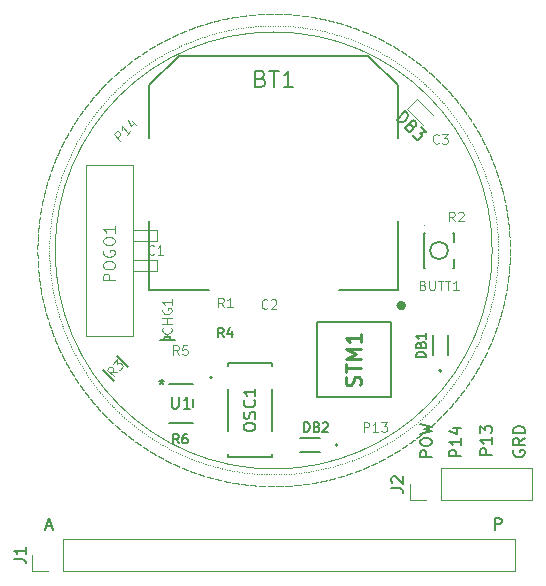
<source format=gbr>
%TF.GenerationSoftware,KiCad,Pcbnew,9.0.1*%
%TF.CreationDate,2025-05-26T11:02:23-07:00*%
%TF.ProjectId,TestWatch,54657374-5761-4746-9368-2e6b69636164,rev?*%
%TF.SameCoordinates,Original*%
%TF.FileFunction,Legend,Top*%
%TF.FilePolarity,Positive*%
%FSLAX46Y46*%
G04 Gerber Fmt 4.6, Leading zero omitted, Abs format (unit mm)*
G04 Created by KiCad (PCBNEW 9.0.1) date 2025-05-26 11:02:23*
%MOMM*%
%LPD*%
G01*
G04 APERTURE LIST*
%ADD10C,0.050000*%
%ADD11C,0.100000*%
%ADD12C,0.150000*%
%ADD13C,0.098425*%
%ADD14C,0.125000*%
%ADD15C,0.254000*%
%ADD16C,0.127000*%
%ADD17C,0.120000*%
%ADD18C,0.200000*%
%ADD19C,0.400000*%
%ADD20C,0.152400*%
G04 APERTURE END LIST*
D10*
X215569226Y-78178811D02*
X215571054Y-78181248D01*
X215571054Y-78181248D02*
X215572881Y-78183685D01*
X215572881Y-78183685D02*
X215574707Y-78186123D01*
X215574707Y-78186123D02*
X215576534Y-78188561D01*
X215576534Y-78188561D02*
X215578360Y-78190999D01*
X215578360Y-78190999D02*
X215580186Y-78193438D01*
X215580186Y-78193438D02*
X215582011Y-78195876D01*
X215582011Y-78195876D02*
X215583836Y-78198315D01*
X215583836Y-78198315D02*
X215585660Y-78200755D01*
X215585660Y-78200755D02*
X215587484Y-78203194D01*
X215587484Y-78203194D02*
X215589308Y-78205634D01*
X215589308Y-78205634D02*
X215591132Y-78208074D01*
X215591132Y-78208074D02*
X215592955Y-78210515D01*
X215592955Y-78210515D02*
X215594777Y-78212955D01*
X215594777Y-78212955D02*
X215596600Y-78215396D01*
X215596600Y-78215396D02*
X215598422Y-78217838D01*
X215598422Y-78217838D02*
X215600243Y-78220279D01*
X215600243Y-78220279D02*
X215602065Y-78222721D01*
X215602065Y-78222721D02*
X215603885Y-78225163D01*
X215603885Y-78225163D02*
X215605706Y-78227605D01*
X215605706Y-78227605D02*
X215607526Y-78230048D01*
X215607526Y-78230048D02*
X215609346Y-78232491D01*
X215609346Y-78232491D02*
X215611165Y-78234934D01*
X215611165Y-78234934D02*
X215612984Y-78237378D01*
X215612984Y-78237378D02*
X215614803Y-78239821D01*
X215614803Y-78239821D02*
X215616621Y-78242265D01*
X215616621Y-78242265D02*
X215618439Y-78244710D01*
X215618439Y-78244710D02*
X215620256Y-78247154D01*
X215620256Y-78247154D02*
X215622073Y-78249599D01*
X215622073Y-78249599D02*
X215623890Y-78252044D01*
X215623890Y-78252044D02*
X215625706Y-78254490D01*
X215625706Y-78254490D02*
X215627522Y-78256935D01*
X215627522Y-78256935D02*
X215629338Y-78259381D01*
X215629338Y-78259381D02*
X215631153Y-78261827D01*
X215631153Y-78261827D02*
X215632968Y-78264274D01*
X215632968Y-78264274D02*
X215634783Y-78266721D01*
X215634783Y-78266721D02*
X215636597Y-78269168D01*
X215636597Y-78269168D02*
X215638410Y-78271615D01*
X215638410Y-78271615D02*
X215640224Y-78274063D01*
X215640224Y-78274063D02*
X215642037Y-78276511D01*
X215642037Y-78276511D02*
X215643849Y-78278959D01*
X215643849Y-78278959D02*
X215645662Y-78281407D01*
X215645662Y-78281407D02*
X215647474Y-78283856D01*
X215647474Y-78283856D02*
X215649285Y-78286305D01*
X215649285Y-78286305D02*
X215651096Y-78288754D01*
X215651096Y-78288754D02*
X215652907Y-78291204D01*
X215652907Y-78291204D02*
X215654717Y-78293654D01*
X215654717Y-78293654D02*
X215656527Y-78296104D01*
X215656527Y-78296104D02*
X215658337Y-78298554D01*
X215658337Y-78298554D02*
X215660146Y-78301005D01*
X215660146Y-78301005D02*
X215661955Y-78303456D01*
X215661955Y-78303456D02*
X215663764Y-78305907D01*
X215663764Y-78305907D02*
X215665572Y-78308358D01*
X215665572Y-78308358D02*
X215667380Y-78310810D01*
X215667380Y-78310810D02*
X215669187Y-78313262D01*
X215669187Y-78313262D02*
X215670994Y-78315714D01*
X215670994Y-78315714D02*
X215672801Y-78318167D01*
X215672801Y-78318167D02*
X215674607Y-78320620D01*
X215674607Y-78320620D02*
X215676413Y-78323073D01*
X215676413Y-78323073D02*
X215678219Y-78325526D01*
X215678219Y-78325526D02*
X215680024Y-78327980D01*
X215680024Y-78327980D02*
X215681829Y-78330434D01*
X215681829Y-78330434D02*
X215683633Y-78332888D01*
X215683633Y-78332888D02*
X215685437Y-78335343D01*
X215685437Y-78335343D02*
X215687241Y-78337798D01*
X215687241Y-78337798D02*
X215689044Y-78340253D01*
X215689044Y-78340253D02*
X215690847Y-78342708D01*
X215690847Y-78342708D02*
X215692650Y-78345164D01*
X215692650Y-78345164D02*
X215694452Y-78347619D01*
X215694452Y-78347619D02*
X215696254Y-78350076D01*
X215696254Y-78350076D02*
X215698055Y-78352532D01*
X215698055Y-78352532D02*
X215699856Y-78354989D01*
X215699856Y-78354989D02*
X215701657Y-78357446D01*
X215701657Y-78357446D02*
X215703457Y-78359903D01*
X215703457Y-78359903D02*
X215705257Y-78362360D01*
X215705257Y-78362360D02*
X215707057Y-78364818D01*
X215707057Y-78364818D02*
X215708856Y-78367276D01*
X215708856Y-78367276D02*
X215710655Y-78369735D01*
X215710655Y-78369735D02*
X215712453Y-78372193D01*
X215712453Y-78372193D02*
X215714251Y-78374652D01*
X215714251Y-78374652D02*
X215716049Y-78377111D01*
X215716049Y-78377111D02*
X215717846Y-78379571D01*
X215717846Y-78379571D02*
X215719643Y-78382030D01*
X215719643Y-78382030D02*
X215721440Y-78384490D01*
X215721440Y-78384490D02*
X215723236Y-78386951D01*
X215723236Y-78386951D02*
X215725032Y-78389411D01*
X215725032Y-78389411D02*
X215726827Y-78391872D01*
X215726827Y-78391872D02*
X215728622Y-78394333D01*
X215728622Y-78394333D02*
X215730417Y-78396794D01*
X215730417Y-78396794D02*
X215732211Y-78399256D01*
X215732211Y-78399256D02*
X215734005Y-78401718D01*
X215734005Y-78401718D02*
X215735799Y-78404180D01*
X215735799Y-78404180D02*
X215737592Y-78406643D01*
X215737592Y-78406643D02*
X215739385Y-78409105D01*
X215739385Y-78409105D02*
X215741177Y-78411568D01*
X215741177Y-78411568D02*
X215742969Y-78414032D01*
X215742969Y-78414032D02*
X215744761Y-78416495D01*
X215744761Y-78416495D02*
X215746552Y-78418959D01*
X215746552Y-78418959D02*
X215748343Y-78421423D01*
X215748343Y-78421423D02*
X215750134Y-78423887D01*
X215750134Y-78423887D02*
X215751924Y-78426352D01*
X215751924Y-78426352D02*
X215753714Y-78428817D01*
X215753714Y-78428817D02*
X215755503Y-78431282D01*
X215755503Y-78431282D02*
X215757292Y-78433748D01*
X215757292Y-78433748D02*
X215759081Y-78436213D01*
X215759081Y-78436213D02*
X215760869Y-78438679D01*
X215760869Y-78438679D02*
X215762657Y-78441145D01*
X215762657Y-78441145D02*
X215764445Y-78443612D01*
X215764445Y-78443612D02*
X215766232Y-78446079D01*
X215766232Y-78446079D02*
X215768019Y-78448546D01*
X215768019Y-78448546D02*
X215769805Y-78451013D01*
X215769805Y-78451013D02*
X215771591Y-78453481D01*
X215771591Y-78453481D02*
X215773377Y-78455949D01*
X215773377Y-78455949D02*
X215775162Y-78458417D01*
X215775162Y-78458417D02*
X215776947Y-78460885D01*
X215776947Y-78460885D02*
X215778732Y-78463354D01*
X215778732Y-78463354D02*
X215780516Y-78465823D01*
X215780516Y-78465823D02*
X215782300Y-78468292D01*
X215782300Y-78468292D02*
X215784083Y-78470762D01*
X215784083Y-78470762D02*
X215785866Y-78473232D01*
X215785866Y-78473232D02*
X215787649Y-78475702D01*
X215787649Y-78475702D02*
X215789431Y-78478172D01*
X215789431Y-78478172D02*
X215791213Y-78480643D01*
X215791213Y-78480643D02*
X215792994Y-78483114D01*
X215792994Y-78483114D02*
X215794776Y-78485585D01*
X215794776Y-78485585D02*
X215796556Y-78488056D01*
X215796556Y-78488056D02*
X215798337Y-78490528D01*
X215798337Y-78490528D02*
X215800117Y-78493000D01*
X215800117Y-78493000D02*
X215801897Y-78495472D01*
X215801897Y-78495472D02*
X215803676Y-78497945D01*
X215803676Y-78497945D02*
X215805455Y-78500417D01*
X215805455Y-78500417D02*
X215807233Y-78502890D01*
X215807233Y-78502890D02*
X215809011Y-78505364D01*
X215809011Y-78505364D02*
X215810789Y-78507837D01*
X215810789Y-78507837D02*
X215812567Y-78510311D01*
X215812567Y-78510311D02*
X215814344Y-78512785D01*
X215814344Y-78512785D02*
X215816120Y-78515260D01*
X215816120Y-78515260D02*
X215817897Y-78517734D01*
X215817897Y-78517734D02*
X215819672Y-78520209D01*
X215819672Y-78520209D02*
X215821448Y-78522685D01*
X215821448Y-78522685D02*
X215823223Y-78525160D01*
X215823223Y-78525160D02*
X215824998Y-78527636D01*
X215824998Y-78527636D02*
X215826772Y-78530112D01*
X215826772Y-78530112D02*
X215828546Y-78532588D01*
X215828546Y-78532588D02*
X215830320Y-78535065D01*
X215830320Y-78535065D02*
X215832093Y-78537542D01*
X215832093Y-78537542D02*
X215833866Y-78540019D01*
X215833866Y-78540019D02*
X215835639Y-78542496D01*
X215835639Y-78542496D02*
X215837411Y-78544974D01*
X215837411Y-78544974D02*
X215839182Y-78547452D01*
X215839182Y-78547452D02*
X215840954Y-78549930D01*
X215840954Y-78549930D02*
X215842725Y-78552408D01*
X215842725Y-78552408D02*
X215844495Y-78554887D01*
X215844495Y-78554887D02*
X215846266Y-78557366D01*
X215846266Y-78557366D02*
X215848035Y-78559845D01*
X215848035Y-78559845D02*
X215849805Y-78562325D01*
X215849805Y-78562325D02*
X215851574Y-78564805D01*
X215851574Y-78564805D02*
X215853343Y-78567285D01*
X215853343Y-78567285D02*
X215855111Y-78569765D01*
X215855111Y-78569765D02*
X215856879Y-78572246D01*
X215856879Y-78572246D02*
X215858647Y-78574727D01*
X215858647Y-78574727D02*
X215860414Y-78577208D01*
X215860414Y-78577208D02*
X215862181Y-78579689D01*
X215862181Y-78579689D02*
X215863947Y-78582171D01*
X215863947Y-78582171D02*
X215865713Y-78584653D01*
X215865713Y-78584653D02*
X215867479Y-78587135D01*
X215867479Y-78587135D02*
X215869244Y-78589618D01*
X215869244Y-78589618D02*
X215871009Y-78592100D01*
X215871009Y-78592100D02*
X215872774Y-78594583D01*
X215872774Y-78594583D02*
X215874538Y-78597067D01*
X215874538Y-78597067D02*
X215876302Y-78599550D01*
X215876302Y-78599550D02*
X215878065Y-78602034D01*
X215878065Y-78602034D02*
X215879828Y-78604518D01*
X215879828Y-78604518D02*
X215881591Y-78607003D01*
X215881591Y-78607003D02*
X215883353Y-78609487D01*
X215883353Y-78609487D02*
X215885115Y-78611972D01*
X215885115Y-78611972D02*
X215886877Y-78614457D01*
X215886877Y-78614457D02*
X215888638Y-78616943D01*
X215888638Y-78616943D02*
X215890399Y-78619429D01*
X215890399Y-78619429D02*
X215892159Y-78621915D01*
X215892159Y-78621915D02*
X215893135Y-78623293D01*
X216007872Y-78787107D02*
X216009607Y-78789611D01*
X216009607Y-78789611D02*
X216011341Y-78792115D01*
X216011341Y-78792115D02*
X216013075Y-78794619D01*
X216013075Y-78794619D02*
X216014809Y-78797124D01*
X216014809Y-78797124D02*
X216016542Y-78799629D01*
X216016542Y-78799629D02*
X216018275Y-78802134D01*
X216018275Y-78802134D02*
X216020008Y-78804640D01*
X216020008Y-78804640D02*
X216021740Y-78807145D01*
X216021740Y-78807145D02*
X216023472Y-78809651D01*
X216023472Y-78809651D02*
X216025203Y-78812158D01*
X216025203Y-78812158D02*
X216026934Y-78814664D01*
X216026934Y-78814664D02*
X216028665Y-78817171D01*
X216028665Y-78817171D02*
X216030395Y-78819678D01*
X216030395Y-78819678D02*
X216032125Y-78822185D01*
X216032125Y-78822185D02*
X216033855Y-78824693D01*
X216033855Y-78824693D02*
X216035584Y-78827201D01*
X216035584Y-78827201D02*
X216037313Y-78829709D01*
X216037313Y-78829709D02*
X216039041Y-78832217D01*
X216039041Y-78832217D02*
X216040769Y-78834726D01*
X216040769Y-78834726D02*
X216042497Y-78837235D01*
X216042497Y-78837235D02*
X216044224Y-78839744D01*
X216044224Y-78839744D02*
X216045951Y-78842253D01*
X216045951Y-78842253D02*
X216047677Y-78844763D01*
X216047677Y-78844763D02*
X216049403Y-78847273D01*
X216049403Y-78847273D02*
X216051129Y-78849783D01*
X216051129Y-78849783D02*
X216052854Y-78852294D01*
X216052854Y-78852294D02*
X216054579Y-78854804D01*
X216054579Y-78854804D02*
X216056304Y-78857315D01*
X216056304Y-78857315D02*
X216058028Y-78859827D01*
X216058028Y-78859827D02*
X216059752Y-78862338D01*
X216059752Y-78862338D02*
X216061475Y-78864850D01*
X216061475Y-78864850D02*
X216063198Y-78867362D01*
X216063198Y-78867362D02*
X216064921Y-78869874D01*
X216064921Y-78869874D02*
X216066643Y-78872387D01*
X216066643Y-78872387D02*
X216068365Y-78874900D01*
X216068365Y-78874900D02*
X216070086Y-78877413D01*
X216070086Y-78877413D02*
X216071808Y-78879926D01*
X216071808Y-78879926D02*
X216073528Y-78882440D01*
X216073528Y-78882440D02*
X216075249Y-78884954D01*
X216075249Y-78884954D02*
X216076969Y-78887468D01*
X216076969Y-78887468D02*
X216078688Y-78889982D01*
X216078688Y-78889982D02*
X216080407Y-78892497D01*
X216080407Y-78892497D02*
X216082126Y-78895012D01*
X216082126Y-78895012D02*
X216083845Y-78897527D01*
X216083845Y-78897527D02*
X216085563Y-78900042D01*
X216085563Y-78900042D02*
X216087280Y-78902558D01*
X216087280Y-78902558D02*
X216088998Y-78905074D01*
X216088998Y-78905074D02*
X216090714Y-78907590D01*
X216090714Y-78907590D02*
X216092431Y-78910107D01*
X216092431Y-78910107D02*
X216094147Y-78912623D01*
X216094147Y-78912623D02*
X216095863Y-78915140D01*
X216095863Y-78915140D02*
X216097578Y-78917658D01*
X216097578Y-78917658D02*
X216099293Y-78920175D01*
X216099293Y-78920175D02*
X216101008Y-78922693D01*
X216101008Y-78922693D02*
X216102722Y-78925211D01*
X216102722Y-78925211D02*
X216104436Y-78927730D01*
X216104436Y-78927730D02*
X216106149Y-78930248D01*
X216106149Y-78930248D02*
X216107862Y-78932767D01*
X216107862Y-78932767D02*
X216109575Y-78935286D01*
X216109575Y-78935286D02*
X216111287Y-78937805D01*
X216111287Y-78937805D02*
X216112999Y-78940325D01*
X216112999Y-78940325D02*
X216114711Y-78942845D01*
X216114711Y-78942845D02*
X216116422Y-78945365D01*
X216116422Y-78945365D02*
X216118133Y-78947885D01*
X216118133Y-78947885D02*
X216119843Y-78950406D01*
X216119843Y-78950406D02*
X216121553Y-78952927D01*
X216121553Y-78952927D02*
X216123263Y-78955448D01*
X216123263Y-78955448D02*
X216124972Y-78957970D01*
X216124972Y-78957970D02*
X216126681Y-78960491D01*
X216126681Y-78960491D02*
X216128389Y-78963013D01*
X216128389Y-78963013D02*
X216130097Y-78965536D01*
X216130097Y-78965536D02*
X216131805Y-78968058D01*
X216131805Y-78968058D02*
X216133512Y-78970581D01*
X216133512Y-78970581D02*
X216135219Y-78973104D01*
X216135219Y-78973104D02*
X216136926Y-78975627D01*
X216136926Y-78975627D02*
X216138632Y-78978151D01*
X216138632Y-78978151D02*
X216140338Y-78980675D01*
X216140338Y-78980675D02*
X216142043Y-78983199D01*
X216142043Y-78983199D02*
X216143748Y-78985723D01*
X216143748Y-78985723D02*
X216145453Y-78988247D01*
X216145453Y-78988247D02*
X216147157Y-78990772D01*
X216147157Y-78990772D02*
X216148861Y-78993297D01*
X216148861Y-78993297D02*
X216150564Y-78995823D01*
X216150564Y-78995823D02*
X216152267Y-78998348D01*
X216152267Y-78998348D02*
X216153970Y-79000874D01*
X216153970Y-79000874D02*
X216155672Y-79003400D01*
X216155672Y-79003400D02*
X216157374Y-79005927D01*
X216157374Y-79005927D02*
X216159076Y-79008453D01*
X216159076Y-79008453D02*
X216160777Y-79010980D01*
X216160777Y-79010980D02*
X216162478Y-79013507D01*
X216162478Y-79013507D02*
X216164178Y-79016035D01*
X216164178Y-79016035D02*
X216165878Y-79018563D01*
X216165878Y-79018563D02*
X216167578Y-79021091D01*
X216167578Y-79021091D02*
X216169277Y-79023619D01*
X216169277Y-79023619D02*
X216170976Y-79026147D01*
X216170976Y-79026147D02*
X216172674Y-79028676D01*
X216172674Y-79028676D02*
X216174372Y-79031205D01*
X216174372Y-79031205D02*
X216176070Y-79033734D01*
X216176070Y-79033734D02*
X216177767Y-79036264D01*
X216177767Y-79036264D02*
X216179464Y-79038793D01*
X216179464Y-79038793D02*
X216181161Y-79041323D01*
X216181161Y-79041323D02*
X216182857Y-79043854D01*
X216182857Y-79043854D02*
X216184552Y-79046384D01*
X216184552Y-79046384D02*
X216186248Y-79048915D01*
X216186248Y-79048915D02*
X216187943Y-79051446D01*
X216187943Y-79051446D02*
X216189637Y-79053977D01*
X216189637Y-79053977D02*
X216191332Y-79056509D01*
X216191332Y-79056509D02*
X216193025Y-79059041D01*
X216193025Y-79059041D02*
X216194719Y-79061573D01*
X216194719Y-79061573D02*
X216196412Y-79064105D01*
X216196412Y-79064105D02*
X216198105Y-79066638D01*
X216198105Y-79066638D02*
X216199797Y-79069171D01*
X216199797Y-79069171D02*
X216201489Y-79071704D01*
X216201489Y-79071704D02*
X216203180Y-79074237D01*
X216203180Y-79074237D02*
X216204872Y-79076771D01*
X216204872Y-79076771D02*
X216206562Y-79079305D01*
X216206562Y-79079305D02*
X216208253Y-79081839D01*
X216208253Y-79081839D02*
X216209943Y-79084373D01*
X216209943Y-79084373D02*
X216211632Y-79086908D01*
X216211632Y-79086908D02*
X216213321Y-79089443D01*
X216213321Y-79089443D02*
X216215010Y-79091978D01*
X216215010Y-79091978D02*
X216216699Y-79094513D01*
X216216699Y-79094513D02*
X216218387Y-79097049D01*
X216218387Y-79097049D02*
X216220074Y-79099585D01*
X216220074Y-79099585D02*
X216221762Y-79102121D01*
X216221762Y-79102121D02*
X216223448Y-79104658D01*
X216223448Y-79104658D02*
X216225135Y-79107194D01*
X216225135Y-79107194D02*
X216226821Y-79109731D01*
X216226821Y-79109731D02*
X216228507Y-79112268D01*
X216228507Y-79112268D02*
X216230192Y-79114806D01*
X216230192Y-79114806D02*
X216231877Y-79117344D01*
X216231877Y-79117344D02*
X216233562Y-79119882D01*
X216233562Y-79119882D02*
X216235246Y-79122420D01*
X216235246Y-79122420D02*
X216236930Y-79124958D01*
X216236930Y-79124958D02*
X216238613Y-79127497D01*
X216238613Y-79127497D02*
X216240296Y-79130036D01*
X216240296Y-79130036D02*
X216241979Y-79132576D01*
X216241979Y-79132576D02*
X216243661Y-79135115D01*
X216243661Y-79135115D02*
X216245343Y-79137655D01*
X216245343Y-79137655D02*
X216247024Y-79140195D01*
X216247024Y-79140195D02*
X216248705Y-79142735D01*
X216248705Y-79142735D02*
X216250386Y-79145276D01*
X216250386Y-79145276D02*
X216252066Y-79147817D01*
X216252066Y-79147817D02*
X216253746Y-79150358D01*
X216253746Y-79150358D02*
X216255426Y-79152899D01*
X216255426Y-79152899D02*
X216257105Y-79155441D01*
X216257105Y-79155441D02*
X216258784Y-79157982D01*
X216258784Y-79157982D02*
X216260462Y-79160524D01*
X216260462Y-79160524D02*
X216262140Y-79163067D01*
X216262140Y-79163067D02*
X216263818Y-79165609D01*
X216263818Y-79165609D02*
X216265495Y-79168152D01*
X216265495Y-79168152D02*
X216267172Y-79170695D01*
X216267172Y-79170695D02*
X216268848Y-79173239D01*
X216268848Y-79173239D02*
X216270524Y-79175782D01*
X216270524Y-79175782D02*
X216272200Y-79178326D01*
X216272200Y-79178326D02*
X216273875Y-79180870D01*
X216273875Y-79180870D02*
X216275550Y-79183415D01*
X216275550Y-79183415D02*
X216277225Y-79185959D01*
X216277225Y-79185959D02*
X216278899Y-79188504D01*
X216278899Y-79188504D02*
X216280572Y-79191049D01*
X216280572Y-79191049D02*
X216282246Y-79193595D01*
X216282246Y-79193595D02*
X216283919Y-79196141D01*
X216283919Y-79196141D02*
X216285591Y-79198686D01*
X216285591Y-79198686D02*
X216287263Y-79201233D01*
X216287263Y-79201233D02*
X216288935Y-79203779D01*
X216288935Y-79203779D02*
X216290607Y-79206326D01*
X216290607Y-79206326D02*
X216292278Y-79208873D01*
X216292278Y-79208873D02*
X216293948Y-79211420D01*
X216293948Y-79211420D02*
X216295618Y-79213967D01*
X216295618Y-79213967D02*
X216297288Y-79216515D01*
X216297288Y-79216515D02*
X216298958Y-79219063D01*
X216298958Y-79219063D02*
X216300627Y-79221611D01*
X216300627Y-79221611D02*
X216302295Y-79224160D01*
X216302295Y-79224160D02*
X216303964Y-79226708D01*
X216303964Y-79226708D02*
X216305632Y-79229257D01*
X216305632Y-79229257D02*
X216307299Y-79231807D01*
X216307299Y-79231807D02*
X216308966Y-79234356D01*
X216308966Y-79234356D02*
X216310633Y-79236906D01*
X216310633Y-79236906D02*
X216312299Y-79239456D01*
X216312299Y-79239456D02*
X216313965Y-79242006D01*
X216313965Y-79242006D02*
X216314889Y-79243420D01*
X216423404Y-79411420D02*
X216425043Y-79413988D01*
X216425043Y-79413988D02*
X216426683Y-79416555D01*
X216426683Y-79416555D02*
X216428322Y-79419123D01*
X216428322Y-79419123D02*
X216429960Y-79421691D01*
X216429960Y-79421691D02*
X216431599Y-79424259D01*
X216431599Y-79424259D02*
X216433236Y-79426827D01*
X216433236Y-79426827D02*
X216434874Y-79429396D01*
X216434874Y-79429396D02*
X216436511Y-79431965D01*
X216436511Y-79431965D02*
X216438147Y-79434534D01*
X216438147Y-79434534D02*
X216439784Y-79437103D01*
X216439784Y-79437103D02*
X216441420Y-79439673D01*
X216441420Y-79439673D02*
X216443055Y-79442243D01*
X216443055Y-79442243D02*
X216444690Y-79444813D01*
X216444690Y-79444813D02*
X216446325Y-79447383D01*
X216446325Y-79447383D02*
X216447959Y-79449954D01*
X216447959Y-79449954D02*
X216449593Y-79452525D01*
X216449593Y-79452525D02*
X216451226Y-79455096D01*
X216451226Y-79455096D02*
X216452860Y-79457668D01*
X216452860Y-79457668D02*
X216454492Y-79460239D01*
X216454492Y-79460239D02*
X216456125Y-79462811D01*
X216456125Y-79462811D02*
X216457757Y-79465383D01*
X216457757Y-79465383D02*
X216459388Y-79467956D01*
X216459388Y-79467956D02*
X216461019Y-79470528D01*
X216461019Y-79470528D02*
X216462650Y-79473101D01*
X216462650Y-79473101D02*
X216464280Y-79475674D01*
X216464280Y-79475674D02*
X216465910Y-79478248D01*
X216465910Y-79478248D02*
X216467540Y-79480821D01*
X216467540Y-79480821D02*
X216469169Y-79483395D01*
X216469169Y-79483395D02*
X216470798Y-79485969D01*
X216470798Y-79485969D02*
X216472426Y-79488544D01*
X216472426Y-79488544D02*
X216474055Y-79491118D01*
X216474055Y-79491118D02*
X216475682Y-79493693D01*
X216475682Y-79493693D02*
X216477309Y-79496268D01*
X216477309Y-79496268D02*
X216478936Y-79498844D01*
X216478936Y-79498844D02*
X216480563Y-79501419D01*
X216480563Y-79501419D02*
X216482189Y-79503995D01*
X216482189Y-79503995D02*
X216483814Y-79506571D01*
X216483814Y-79506571D02*
X216485440Y-79509148D01*
X216485440Y-79509148D02*
X216487065Y-79511724D01*
X216487065Y-79511724D02*
X216488689Y-79514301D01*
X216488689Y-79514301D02*
X216490313Y-79516878D01*
X216490313Y-79516878D02*
X216491937Y-79519456D01*
X216491937Y-79519456D02*
X216493560Y-79522033D01*
X216493560Y-79522033D02*
X216495183Y-79524611D01*
X216495183Y-79524611D02*
X216496806Y-79527189D01*
X216496806Y-79527189D02*
X216498428Y-79529768D01*
X216498428Y-79529768D02*
X216500050Y-79532346D01*
X216500050Y-79532346D02*
X216501671Y-79534925D01*
X216501671Y-79534925D02*
X216503292Y-79537504D01*
X216503292Y-79537504D02*
X216504912Y-79540083D01*
X216504912Y-79540083D02*
X216506533Y-79542663D01*
X216506533Y-79542663D02*
X216508152Y-79545243D01*
X216508152Y-79545243D02*
X216509772Y-79547823D01*
X216509772Y-79547823D02*
X216511391Y-79550403D01*
X216511391Y-79550403D02*
X216513009Y-79552984D01*
X216513009Y-79552984D02*
X216514628Y-79555565D01*
X216514628Y-79555565D02*
X216516245Y-79558146D01*
X216516245Y-79558146D02*
X216517863Y-79560727D01*
X216517863Y-79560727D02*
X216519480Y-79563308D01*
X216519480Y-79563308D02*
X216521096Y-79565890D01*
X216521096Y-79565890D02*
X216522713Y-79568472D01*
X216522713Y-79568472D02*
X216524329Y-79571055D01*
X216524329Y-79571055D02*
X216525944Y-79573637D01*
X216525944Y-79573637D02*
X216527559Y-79576220D01*
X216527559Y-79576220D02*
X216529174Y-79578803D01*
X216529174Y-79578803D02*
X216530788Y-79581386D01*
X216530788Y-79581386D02*
X216532402Y-79583970D01*
X216532402Y-79583970D02*
X216534015Y-79586553D01*
X216534015Y-79586553D02*
X216535629Y-79589137D01*
X216535629Y-79589137D02*
X216537241Y-79591722D01*
X216537241Y-79591722D02*
X216538854Y-79594306D01*
X216538854Y-79594306D02*
X216540465Y-79596891D01*
X216540465Y-79596891D02*
X216542077Y-79599476D01*
X216542077Y-79599476D02*
X216543688Y-79602061D01*
X216543688Y-79602061D02*
X216545299Y-79604647D01*
X216545299Y-79604647D02*
X216546909Y-79607232D01*
X216546909Y-79607232D02*
X216548519Y-79609818D01*
X216548519Y-79609818D02*
X216550129Y-79612405D01*
X216550129Y-79612405D02*
X216551738Y-79614991D01*
X216551738Y-79614991D02*
X216553347Y-79617578D01*
X216553347Y-79617578D02*
X216554955Y-79620165D01*
X216554955Y-79620165D02*
X216556563Y-79622752D01*
X216556563Y-79622752D02*
X216558171Y-79625339D01*
X216558171Y-79625339D02*
X216559778Y-79627927D01*
X216559778Y-79627927D02*
X216561385Y-79630515D01*
X216561385Y-79630515D02*
X216562991Y-79633103D01*
X216562991Y-79633103D02*
X216564597Y-79635692D01*
X216564597Y-79635692D02*
X216566203Y-79638280D01*
X216566203Y-79638280D02*
X216567808Y-79640869D01*
X216567808Y-79640869D02*
X216569413Y-79643458D01*
X216569413Y-79643458D02*
X216571017Y-79646048D01*
X216571017Y-79646048D02*
X216572621Y-79648637D01*
X216572621Y-79648637D02*
X216574225Y-79651227D01*
X216574225Y-79651227D02*
X216575828Y-79653817D01*
X216575828Y-79653817D02*
X216577431Y-79656408D01*
X216577431Y-79656408D02*
X216579033Y-79658998D01*
X216579033Y-79658998D02*
X216580635Y-79661589D01*
X216580635Y-79661589D02*
X216582237Y-79664180D01*
X216582237Y-79664180D02*
X216583838Y-79666772D01*
X216583838Y-79666772D02*
X216585439Y-79669363D01*
X216585439Y-79669363D02*
X216587040Y-79671955D01*
X216587040Y-79671955D02*
X216588640Y-79674547D01*
X216588640Y-79674547D02*
X216590239Y-79677140D01*
X216590239Y-79677140D02*
X216591839Y-79679732D01*
X216591839Y-79679732D02*
X216593438Y-79682325D01*
X216593438Y-79682325D02*
X216595036Y-79684918D01*
X216595036Y-79684918D02*
X216596634Y-79687511D01*
X216596634Y-79687511D02*
X216598232Y-79690105D01*
X216598232Y-79690105D02*
X216599829Y-79692699D01*
X216599829Y-79692699D02*
X216601426Y-79695293D01*
X216601426Y-79695293D02*
X216603023Y-79697887D01*
X216603023Y-79697887D02*
X216604619Y-79700481D01*
X216604619Y-79700481D02*
X216606215Y-79703076D01*
X216606215Y-79703076D02*
X216607810Y-79705671D01*
X216607810Y-79705671D02*
X216609405Y-79708266D01*
X216609405Y-79708266D02*
X216610999Y-79710862D01*
X216610999Y-79710862D02*
X216612594Y-79713458D01*
X216612594Y-79713458D02*
X216614187Y-79716054D01*
X216614187Y-79716054D02*
X216615781Y-79718650D01*
X216615781Y-79718650D02*
X216617374Y-79721246D01*
X216617374Y-79721246D02*
X216618966Y-79723843D01*
X216618966Y-79723843D02*
X216620558Y-79726440D01*
X216620558Y-79726440D02*
X216622150Y-79729037D01*
X216622150Y-79729037D02*
X216623742Y-79731635D01*
X216623742Y-79731635D02*
X216625333Y-79734232D01*
X216625333Y-79734232D02*
X216626923Y-79736830D01*
X216626923Y-79736830D02*
X216628513Y-79739428D01*
X216628513Y-79739428D02*
X216630103Y-79742027D01*
X216630103Y-79742027D02*
X216631693Y-79744625D01*
X216631693Y-79744625D02*
X216633282Y-79747224D01*
X216633282Y-79747224D02*
X216634870Y-79749823D01*
X216634870Y-79749823D02*
X216636459Y-79752423D01*
X216636459Y-79752423D02*
X216638046Y-79755022D01*
X216638046Y-79755022D02*
X216639634Y-79757622D01*
X216639634Y-79757622D02*
X216641221Y-79760222D01*
X216641221Y-79760222D02*
X216642808Y-79762823D01*
X216642808Y-79762823D02*
X216644394Y-79765423D01*
X216644394Y-79765423D02*
X216645980Y-79768024D01*
X216645980Y-79768024D02*
X216647565Y-79770625D01*
X216647565Y-79770625D02*
X216649150Y-79773226D01*
X216649150Y-79773226D02*
X216650735Y-79775828D01*
X216650735Y-79775828D02*
X216652319Y-79778430D01*
X216652319Y-79778430D02*
X216653903Y-79781032D01*
X216653903Y-79781032D02*
X216655486Y-79783634D01*
X216655486Y-79783634D02*
X216657069Y-79786236D01*
X216657069Y-79786236D02*
X216658652Y-79788839D01*
X216658652Y-79788839D02*
X216660234Y-79791442D01*
X216660234Y-79791442D02*
X216661816Y-79794045D01*
X216661816Y-79794045D02*
X216663398Y-79796649D01*
X216663398Y-79796649D02*
X216664979Y-79799253D01*
X216664979Y-79799253D02*
X216666560Y-79801857D01*
X216666560Y-79801857D02*
X216668140Y-79804461D01*
X216668140Y-79804461D02*
X216669720Y-79807065D01*
X216669720Y-79807065D02*
X216671299Y-79809670D01*
X216671299Y-79809670D02*
X216672878Y-79812275D01*
X216672878Y-79812275D02*
X216674457Y-79814880D01*
X216674457Y-79814880D02*
X216676035Y-79817485D01*
X216676035Y-79817485D02*
X216677613Y-79820091D01*
X216677613Y-79820091D02*
X216679191Y-79822697D01*
X216679191Y-79822697D02*
X216680768Y-79825303D01*
X216680768Y-79825303D02*
X216682345Y-79827909D01*
X216682345Y-79827909D02*
X216683921Y-79830516D01*
X216683921Y-79830516D02*
X216685497Y-79833123D01*
X216685497Y-79833123D02*
X216687073Y-79835730D01*
X216687073Y-79835730D02*
X216688648Y-79838337D01*
X216688648Y-79838337D02*
X216690222Y-79840945D01*
X216690222Y-79840945D02*
X216691797Y-79843553D01*
X216691797Y-79843553D02*
X216693371Y-79846161D01*
X216693371Y-79846161D02*
X216694944Y-79848769D01*
X216694944Y-79848769D02*
X216696517Y-79851377D01*
X216696517Y-79851377D02*
X216698090Y-79853986D01*
X216698090Y-79853986D02*
X216699663Y-79856595D01*
X216699663Y-79856595D02*
X216701235Y-79859204D01*
X216701235Y-79859204D02*
X216702806Y-79861814D01*
X216702806Y-79861814D02*
X216704377Y-79864424D01*
X216704377Y-79864424D02*
X216705948Y-79867033D01*
X216705948Y-79867033D02*
X216707518Y-79869644D01*
X216707518Y-79869644D02*
X216709088Y-79872254D01*
X216709088Y-79872254D02*
X216710658Y-79874865D01*
X216710658Y-79874865D02*
X216712227Y-79877476D01*
X216712227Y-79877476D02*
X216713097Y-79878923D01*
X216815237Y-80050874D02*
X216816779Y-80053501D01*
X216816779Y-80053501D02*
X216818321Y-80056128D01*
X216818321Y-80056128D02*
X216819863Y-80058755D01*
X216819863Y-80058755D02*
X216821404Y-80061383D01*
X216821404Y-80061383D02*
X216822945Y-80064010D01*
X216822945Y-80064010D02*
X216824485Y-80066639D01*
X216824485Y-80066639D02*
X216826025Y-80069267D01*
X216826025Y-80069267D02*
X216827565Y-80071895D01*
X216827565Y-80071895D02*
X216829104Y-80074524D01*
X216829104Y-80074524D02*
X216830643Y-80077153D01*
X216830643Y-80077153D02*
X216832181Y-80079782D01*
X216832181Y-80079782D02*
X216833719Y-80082411D01*
X216833719Y-80082411D02*
X216835257Y-80085041D01*
X216835257Y-80085041D02*
X216836794Y-80087671D01*
X216836794Y-80087671D02*
X216838330Y-80090301D01*
X216838330Y-80090301D02*
X216839867Y-80092931D01*
X216839867Y-80092931D02*
X216841403Y-80095562D01*
X216841403Y-80095562D02*
X216842938Y-80098193D01*
X216842938Y-80098193D02*
X216844474Y-80100824D01*
X216844474Y-80100824D02*
X216846008Y-80103455D01*
X216846008Y-80103455D02*
X216847543Y-80106087D01*
X216847543Y-80106087D02*
X216849077Y-80108719D01*
X216849077Y-80108719D02*
X216850610Y-80111350D01*
X216850610Y-80111350D02*
X216852143Y-80113983D01*
X216852143Y-80113983D02*
X216853676Y-80116615D01*
X216853676Y-80116615D02*
X216855208Y-80119248D01*
X216855208Y-80119248D02*
X216856740Y-80121881D01*
X216856740Y-80121881D02*
X216858272Y-80124514D01*
X216858272Y-80124514D02*
X216859803Y-80127147D01*
X216859803Y-80127147D02*
X216861334Y-80129781D01*
X216861334Y-80129781D02*
X216862864Y-80132415D01*
X216862864Y-80132415D02*
X216864394Y-80135049D01*
X216864394Y-80135049D02*
X216865924Y-80137683D01*
X216865924Y-80137683D02*
X216867453Y-80140318D01*
X216867453Y-80140318D02*
X216868982Y-80142953D01*
X216868982Y-80142953D02*
X216870510Y-80145588D01*
X216870510Y-80145588D02*
X216872038Y-80148223D01*
X216872038Y-80148223D02*
X216873565Y-80150858D01*
X216873565Y-80150858D02*
X216875093Y-80153494D01*
X216875093Y-80153494D02*
X216876619Y-80156130D01*
X216876619Y-80156130D02*
X216878146Y-80158766D01*
X216878146Y-80158766D02*
X216879672Y-80161403D01*
X216879672Y-80161403D02*
X216881197Y-80164039D01*
X216881197Y-80164039D02*
X216882722Y-80166676D01*
X216882722Y-80166676D02*
X216884247Y-80169313D01*
X216884247Y-80169313D02*
X216885771Y-80171951D01*
X216885771Y-80171951D02*
X216887295Y-80174588D01*
X216887295Y-80174588D02*
X216888819Y-80177226D01*
X216888819Y-80177226D02*
X216890342Y-80179864D01*
X216890342Y-80179864D02*
X216891865Y-80182502D01*
X216891865Y-80182502D02*
X216893387Y-80185141D01*
X216893387Y-80185141D02*
X216894909Y-80187780D01*
X216894909Y-80187780D02*
X216896430Y-80190418D01*
X216896430Y-80190418D02*
X216897952Y-80193058D01*
X216897952Y-80193058D02*
X216899472Y-80195697D01*
X216899472Y-80195697D02*
X216900993Y-80198337D01*
X216900993Y-80198337D02*
X216902513Y-80200977D01*
X216902513Y-80200977D02*
X216904032Y-80203617D01*
X216904032Y-80203617D02*
X216905551Y-80206257D01*
X216905551Y-80206257D02*
X216907070Y-80208898D01*
X216907070Y-80208898D02*
X216908588Y-80211539D01*
X216908588Y-80211539D02*
X216910106Y-80214180D01*
X216910106Y-80214180D02*
X216911624Y-80216821D01*
X216911624Y-80216821D02*
X216913141Y-80219462D01*
X216913141Y-80219462D02*
X216914657Y-80222104D01*
X216914657Y-80222104D02*
X216916174Y-80224746D01*
X216916174Y-80224746D02*
X216917690Y-80227388D01*
X216917690Y-80227388D02*
X216919205Y-80230031D01*
X216919205Y-80230031D02*
X216920720Y-80232673D01*
X216920720Y-80232673D02*
X216922235Y-80235316D01*
X216922235Y-80235316D02*
X216923749Y-80237959D01*
X216923749Y-80237959D02*
X216925263Y-80240603D01*
X216925263Y-80240603D02*
X216926776Y-80243246D01*
X216926776Y-80243246D02*
X216928289Y-80245890D01*
X216928289Y-80245890D02*
X216929802Y-80248534D01*
X216929802Y-80248534D02*
X216931314Y-80251179D01*
X216931314Y-80251179D02*
X216932826Y-80253823D01*
X216932826Y-80253823D02*
X216934338Y-80256468D01*
X216934338Y-80256468D02*
X216935849Y-80259113D01*
X216935849Y-80259113D02*
X216937359Y-80261758D01*
X216937359Y-80261758D02*
X216938870Y-80264403D01*
X216938870Y-80264403D02*
X216940380Y-80267049D01*
X216940380Y-80267049D02*
X216941889Y-80269695D01*
X216941889Y-80269695D02*
X216943398Y-80272341D01*
X216943398Y-80272341D02*
X216944907Y-80274987D01*
X216944907Y-80274987D02*
X216946415Y-80277634D01*
X216946415Y-80277634D02*
X216947923Y-80280281D01*
X216947923Y-80280281D02*
X216949430Y-80282928D01*
X216949430Y-80282928D02*
X216950937Y-80285575D01*
X216950937Y-80285575D02*
X216952444Y-80288223D01*
X216952444Y-80288223D02*
X216953950Y-80290870D01*
X216953950Y-80290870D02*
X216955456Y-80293518D01*
X216955456Y-80293518D02*
X216956961Y-80296167D01*
X216956961Y-80296167D02*
X216958466Y-80298815D01*
X216958466Y-80298815D02*
X216959971Y-80301464D01*
X216959971Y-80301464D02*
X216961475Y-80304112D01*
X216961475Y-80304112D02*
X216962979Y-80306762D01*
X216962979Y-80306762D02*
X216964482Y-80309411D01*
X216964482Y-80309411D02*
X216965985Y-80312061D01*
X216965985Y-80312061D02*
X216967488Y-80314710D01*
X216967488Y-80314710D02*
X216968990Y-80317360D01*
X216968990Y-80317360D02*
X216970492Y-80320011D01*
X216970492Y-80320011D02*
X216971993Y-80322661D01*
X216971993Y-80322661D02*
X216973494Y-80325312D01*
X216973494Y-80325312D02*
X216974995Y-80327963D01*
X216974995Y-80327963D02*
X216976495Y-80330614D01*
X216976495Y-80330614D02*
X216977995Y-80333265D01*
X216977995Y-80333265D02*
X216979494Y-80335917D01*
X216979494Y-80335917D02*
X216980993Y-80338569D01*
X216980993Y-80338569D02*
X216982492Y-80341221D01*
X216982492Y-80341221D02*
X216983990Y-80343873D01*
X216983990Y-80343873D02*
X216985487Y-80346526D01*
X216985487Y-80346526D02*
X216986985Y-80349178D01*
X216986985Y-80349178D02*
X216988482Y-80351831D01*
X216988482Y-80351831D02*
X216989978Y-80354485D01*
X216989978Y-80354485D02*
X216991474Y-80357138D01*
X216991474Y-80357138D02*
X216992970Y-80359792D01*
X216992970Y-80359792D02*
X216994465Y-80362446D01*
X216994465Y-80362446D02*
X216995960Y-80365100D01*
X216995960Y-80365100D02*
X216997455Y-80367754D01*
X216997455Y-80367754D02*
X216998949Y-80370409D01*
X216998949Y-80370409D02*
X217000443Y-80373064D01*
X217000443Y-80373064D02*
X217001936Y-80375719D01*
X217001936Y-80375719D02*
X217003429Y-80378374D01*
X217003429Y-80378374D02*
X217004921Y-80381029D01*
X217004921Y-80381029D02*
X217006413Y-80383685D01*
X217006413Y-80383685D02*
X217007905Y-80386341D01*
X217007905Y-80386341D02*
X217009396Y-80388997D01*
X217009396Y-80388997D02*
X217010887Y-80391654D01*
X217010887Y-80391654D02*
X217012378Y-80394310D01*
X217012378Y-80394310D02*
X217013868Y-80396967D01*
X217013868Y-80396967D02*
X217015357Y-80399624D01*
X217015357Y-80399624D02*
X217016847Y-80402281D01*
X217016847Y-80402281D02*
X217018336Y-80404939D01*
X217018336Y-80404939D02*
X217019824Y-80407597D01*
X217019824Y-80407597D02*
X217021312Y-80410255D01*
X217021312Y-80410255D02*
X217022800Y-80412913D01*
X217022800Y-80412913D02*
X217024287Y-80415571D01*
X217024287Y-80415571D02*
X217025774Y-80418230D01*
X217025774Y-80418230D02*
X217027260Y-80420889D01*
X217027260Y-80420889D02*
X217028746Y-80423548D01*
X217028746Y-80423548D02*
X217030232Y-80426207D01*
X217030232Y-80426207D02*
X217031717Y-80428867D01*
X217031717Y-80428867D02*
X217033202Y-80431527D01*
X217033202Y-80431527D02*
X217034686Y-80434187D01*
X217034686Y-80434187D02*
X217036170Y-80436847D01*
X217036170Y-80436847D02*
X217037654Y-80439508D01*
X217037654Y-80439508D02*
X217039137Y-80442168D01*
X217039137Y-80442168D02*
X217040620Y-80444829D01*
X217040620Y-80444829D02*
X217042102Y-80447490D01*
X217042102Y-80447490D02*
X217043584Y-80450152D01*
X217043584Y-80450152D02*
X217045066Y-80452813D01*
X217045066Y-80452813D02*
X217046547Y-80455475D01*
X217046547Y-80455475D02*
X217048028Y-80458137D01*
X217048028Y-80458137D02*
X217049508Y-80460800D01*
X217049508Y-80460800D02*
X217050988Y-80463462D01*
X217050988Y-80463462D02*
X217052467Y-80466125D01*
X217052467Y-80466125D02*
X217053946Y-80468788D01*
X217053946Y-80468788D02*
X217055425Y-80471451D01*
X217055425Y-80471451D02*
X217056903Y-80474114D01*
X217056903Y-80474114D02*
X217058381Y-80476778D01*
X217058381Y-80476778D02*
X217059859Y-80479442D01*
X217059859Y-80479442D02*
X217061336Y-80482106D01*
X217061336Y-80482106D02*
X217062813Y-80484770D01*
X217062813Y-80484770D02*
X217064289Y-80487435D01*
X217064289Y-80487435D02*
X217065765Y-80490100D01*
X217065765Y-80490100D02*
X217067240Y-80492765D01*
X217067240Y-80492765D02*
X217068715Y-80495430D01*
X217068715Y-80495430D02*
X217070190Y-80498095D01*
X217070190Y-80498095D02*
X217071664Y-80500761D01*
X217071664Y-80500761D02*
X217073138Y-80503427D01*
X217073138Y-80503427D02*
X217074612Y-80506093D01*
X217074612Y-80506093D02*
X217076085Y-80508759D01*
X217076085Y-80508759D02*
X217077557Y-80511426D01*
X217077557Y-80511426D02*
X217079029Y-80514093D01*
X217079029Y-80514093D02*
X217080501Y-80516760D01*
X217080501Y-80516760D02*
X217081973Y-80519427D01*
X217081973Y-80519427D02*
X217083444Y-80522094D01*
X217083444Y-80522094D02*
X217084914Y-80524762D01*
X217084914Y-80524762D02*
X217086384Y-80527430D01*
X217086384Y-80527430D02*
X217087199Y-80528909D01*
X217182821Y-80704568D02*
X217184264Y-80707251D01*
X217184264Y-80707251D02*
X217185706Y-80709934D01*
X217185706Y-80709934D02*
X217187148Y-80712617D01*
X217187148Y-80712617D02*
X217188590Y-80715301D01*
X217188590Y-80715301D02*
X217190031Y-80717984D01*
X217190031Y-80717984D02*
X217191472Y-80720668D01*
X217191472Y-80720668D02*
X217192912Y-80723352D01*
X217192912Y-80723352D02*
X217194352Y-80726037D01*
X217194352Y-80726037D02*
X217195791Y-80728721D01*
X217195791Y-80728721D02*
X217197230Y-80731406D01*
X217197230Y-80731406D02*
X217198669Y-80734091D01*
X217198669Y-80734091D02*
X217200108Y-80736776D01*
X217200108Y-80736776D02*
X217201545Y-80739462D01*
X217201545Y-80739462D02*
X217202983Y-80742148D01*
X217202983Y-80742148D02*
X217204420Y-80744833D01*
X217204420Y-80744833D02*
X217205857Y-80747520D01*
X217205857Y-80747520D02*
X217207293Y-80750206D01*
X217207293Y-80750206D02*
X217208729Y-80752892D01*
X217208729Y-80752892D02*
X217210164Y-80755579D01*
X217210164Y-80755579D02*
X217211599Y-80758266D01*
X217211599Y-80758266D02*
X217213034Y-80760953D01*
X217213034Y-80760953D02*
X217214468Y-80763641D01*
X217214468Y-80763641D02*
X217215902Y-80766328D01*
X217215902Y-80766328D02*
X217217335Y-80769016D01*
X217217335Y-80769016D02*
X217218768Y-80771704D01*
X217218768Y-80771704D02*
X217220201Y-80774393D01*
X217220201Y-80774393D02*
X217221633Y-80777081D01*
X217221633Y-80777081D02*
X217223065Y-80779770D01*
X217223065Y-80779770D02*
X217224496Y-80782459D01*
X217224496Y-80782459D02*
X217225927Y-80785148D01*
X217225927Y-80785148D02*
X217227358Y-80787837D01*
X217227358Y-80787837D02*
X217228788Y-80790527D01*
X217228788Y-80790527D02*
X217230217Y-80793217D01*
X217230217Y-80793217D02*
X217231647Y-80795907D01*
X217231647Y-80795907D02*
X217233076Y-80798597D01*
X217233076Y-80798597D02*
X217234504Y-80801287D01*
X217234504Y-80801287D02*
X217235932Y-80803978D01*
X217235932Y-80803978D02*
X217237360Y-80806669D01*
X217237360Y-80806669D02*
X217238787Y-80809360D01*
X217238787Y-80809360D02*
X217240214Y-80812052D01*
X217240214Y-80812052D02*
X217241640Y-80814743D01*
X217241640Y-80814743D02*
X217243066Y-80817435D01*
X217243066Y-80817435D02*
X217244492Y-80820127D01*
X217244492Y-80820127D02*
X217245917Y-80822819D01*
X217245917Y-80822819D02*
X217247342Y-80825511D01*
X217247342Y-80825511D02*
X217248766Y-80828204D01*
X217248766Y-80828204D02*
X217250190Y-80830897D01*
X217250190Y-80830897D02*
X217251614Y-80833590D01*
X217251614Y-80833590D02*
X217253037Y-80836283D01*
X217253037Y-80836283D02*
X217254460Y-80838977D01*
X217254460Y-80838977D02*
X217255882Y-80841671D01*
X217255882Y-80841671D02*
X217257304Y-80844364D01*
X217257304Y-80844364D02*
X217258726Y-80847059D01*
X217258726Y-80847059D02*
X217260147Y-80849753D01*
X217260147Y-80849753D02*
X217261567Y-80852448D01*
X217261567Y-80852448D02*
X217262988Y-80855142D01*
X217262988Y-80855142D02*
X217264408Y-80857837D01*
X217264408Y-80857837D02*
X217265827Y-80860533D01*
X217265827Y-80860533D02*
X217267246Y-80863228D01*
X217267246Y-80863228D02*
X217268665Y-80865924D01*
X217268665Y-80865924D02*
X217270083Y-80868620D01*
X217270083Y-80868620D02*
X217271501Y-80871316D01*
X217271501Y-80871316D02*
X217272918Y-80874012D01*
X217272918Y-80874012D02*
X217274335Y-80876709D01*
X217274335Y-80876709D02*
X217275752Y-80879405D01*
X217275752Y-80879405D02*
X217277168Y-80882102D01*
X217277168Y-80882102D02*
X217278584Y-80884800D01*
X217278584Y-80884800D02*
X217279999Y-80887497D01*
X217279999Y-80887497D02*
X217281414Y-80890195D01*
X217281414Y-80890195D02*
X217282829Y-80892892D01*
X217282829Y-80892892D02*
X217284243Y-80895590D01*
X217284243Y-80895590D02*
X217285656Y-80898289D01*
X217285656Y-80898289D02*
X217287070Y-80900987D01*
X217287070Y-80900987D02*
X217288483Y-80903686D01*
X217288483Y-80903686D02*
X217289895Y-80906385D01*
X217289895Y-80906385D02*
X217291307Y-80909084D01*
X217291307Y-80909084D02*
X217292719Y-80911783D01*
X217292719Y-80911783D02*
X217294130Y-80914483D01*
X217294130Y-80914483D02*
X217295541Y-80917183D01*
X217295541Y-80917183D02*
X217296951Y-80919882D01*
X217296951Y-80919882D02*
X217298361Y-80922583D01*
X217298361Y-80922583D02*
X217299771Y-80925283D01*
X217299771Y-80925283D02*
X217301180Y-80927984D01*
X217301180Y-80927984D02*
X217302589Y-80930685D01*
X217302589Y-80930685D02*
X217303997Y-80933386D01*
X217303997Y-80933386D02*
X217305405Y-80936087D01*
X217305405Y-80936087D02*
X217306813Y-80938788D01*
X217306813Y-80938788D02*
X217308220Y-80941490D01*
X217308220Y-80941490D02*
X217309627Y-80944192D01*
X217309627Y-80944192D02*
X217311033Y-80946894D01*
X217311033Y-80946894D02*
X217312439Y-80949596D01*
X217312439Y-80949596D02*
X217313844Y-80952299D01*
X217313844Y-80952299D02*
X217315249Y-80955002D01*
X217315249Y-80955002D02*
X217316654Y-80957705D01*
X217316654Y-80957705D02*
X217318058Y-80960408D01*
X217318058Y-80960408D02*
X217319462Y-80963111D01*
X217319462Y-80963111D02*
X217320865Y-80965815D01*
X217320865Y-80965815D02*
X217322268Y-80968519D01*
X217322268Y-80968519D02*
X217323671Y-80971223D01*
X217323671Y-80971223D02*
X217325073Y-80973927D01*
X217325073Y-80973927D02*
X217326475Y-80976632D01*
X217326475Y-80976632D02*
X217327876Y-80979336D01*
X217327876Y-80979336D02*
X217329277Y-80982041D01*
X217329277Y-80982041D02*
X217330678Y-80984746D01*
X217330678Y-80984746D02*
X217332078Y-80987452D01*
X217332078Y-80987452D02*
X217333478Y-80990157D01*
X217333478Y-80990157D02*
X217334877Y-80992863D01*
X217334877Y-80992863D02*
X217336276Y-80995569D01*
X217336276Y-80995569D02*
X217337674Y-80998275D01*
X217337674Y-80998275D02*
X217339073Y-81000981D01*
X217339073Y-81000981D02*
X217340470Y-81003688D01*
X217340470Y-81003688D02*
X217341867Y-81006395D01*
X217341867Y-81006395D02*
X217343264Y-81009102D01*
X217343264Y-81009102D02*
X217344661Y-81011809D01*
X217344661Y-81011809D02*
X217346057Y-81014517D01*
X217346057Y-81014517D02*
X217347452Y-81017224D01*
X217347452Y-81017224D02*
X217348847Y-81019932D01*
X217348847Y-81019932D02*
X217350242Y-81022640D01*
X217350242Y-81022640D02*
X217351637Y-81025349D01*
X217351637Y-81025349D02*
X217353031Y-81028057D01*
X217353031Y-81028057D02*
X217354424Y-81030766D01*
X217354424Y-81030766D02*
X217355817Y-81033475D01*
X217355817Y-81033475D02*
X217357210Y-81036184D01*
X217357210Y-81036184D02*
X217358602Y-81038893D01*
X217358602Y-81038893D02*
X217359994Y-81041603D01*
X217359994Y-81041603D02*
X217361386Y-81044313D01*
X217361386Y-81044313D02*
X217362777Y-81047023D01*
X217362777Y-81047023D02*
X217364167Y-81049733D01*
X217364167Y-81049733D02*
X217365557Y-81052443D01*
X217365557Y-81052443D02*
X217366947Y-81055154D01*
X217366947Y-81055154D02*
X217368337Y-81057865D01*
X217368337Y-81057865D02*
X217369726Y-81060576D01*
X217369726Y-81060576D02*
X217371114Y-81063287D01*
X217371114Y-81063287D02*
X217372502Y-81065999D01*
X217372502Y-81065999D02*
X217373890Y-81068710D01*
X217373890Y-81068710D02*
X217375278Y-81071422D01*
X217375278Y-81071422D02*
X217376664Y-81074134D01*
X217376664Y-81074134D02*
X217378051Y-81076847D01*
X217378051Y-81076847D02*
X217379437Y-81079559D01*
X217379437Y-81079559D02*
X217380823Y-81082272D01*
X217380823Y-81082272D02*
X217382208Y-81084985D01*
X217382208Y-81084985D02*
X217383593Y-81087698D01*
X217383593Y-81087698D02*
X217384977Y-81090412D01*
X217384977Y-81090412D02*
X217386361Y-81093125D01*
X217386361Y-81093125D02*
X217387745Y-81095839D01*
X217387745Y-81095839D02*
X217389128Y-81098553D01*
X217389128Y-81098553D02*
X217390511Y-81101267D01*
X217390511Y-81101267D02*
X217391893Y-81103982D01*
X217391893Y-81103982D02*
X217393275Y-81106696D01*
X217393275Y-81106696D02*
X217394657Y-81109411D01*
X217394657Y-81109411D02*
X217396038Y-81112126D01*
X217396038Y-81112126D02*
X217397419Y-81114842D01*
X217397419Y-81114842D02*
X217398799Y-81117557D01*
X217398799Y-81117557D02*
X217400179Y-81120273D01*
X217400179Y-81120273D02*
X217401558Y-81122989D01*
X217401558Y-81122989D02*
X217402938Y-81125705D01*
X217402938Y-81125705D02*
X217404316Y-81128421D01*
X217404316Y-81128421D02*
X217405694Y-81131138D01*
X217405694Y-81131138D02*
X217407072Y-81133854D01*
X217407072Y-81133854D02*
X217408450Y-81136571D01*
X217408450Y-81136571D02*
X217409827Y-81139289D01*
X217409827Y-81139289D02*
X217411203Y-81142006D01*
X217411203Y-81142006D02*
X217412579Y-81144724D01*
X217412579Y-81144724D02*
X217413955Y-81147441D01*
X217413955Y-81147441D02*
X217415331Y-81150159D01*
X217415331Y-81150159D02*
X217416706Y-81152878D01*
X217416706Y-81152878D02*
X217418080Y-81155596D01*
X217418080Y-81155596D02*
X217419454Y-81158315D01*
X217419454Y-81158315D02*
X217420828Y-81161034D01*
X217420828Y-81161034D02*
X217422201Y-81163753D01*
X217422201Y-81163753D02*
X217423574Y-81166472D01*
X217423574Y-81166472D02*
X217424946Y-81169191D01*
X217424946Y-81169191D02*
X217426319Y-81171911D01*
X217426319Y-81171911D02*
X217427690Y-81174631D01*
X217427690Y-81174631D02*
X217429061Y-81177351D01*
X217429061Y-81177351D02*
X217430432Y-81180071D01*
X217430432Y-81180071D02*
X217431803Y-81182792D01*
X217431803Y-81182792D02*
X217433172Y-81185513D01*
X217433172Y-81185513D02*
X217434542Y-81188234D01*
X217434542Y-81188234D02*
X217435911Y-81190955D01*
X217435911Y-81190955D02*
X217436670Y-81192463D01*
X217525639Y-81371584D02*
X217526980Y-81374319D01*
X217526980Y-81374319D02*
X217528321Y-81377054D01*
X217528321Y-81377054D02*
X217529661Y-81379790D01*
X217529661Y-81379790D02*
X217531001Y-81382525D01*
X217531001Y-81382525D02*
X217532340Y-81385261D01*
X217532340Y-81385261D02*
X217533680Y-81387997D01*
X217533680Y-81387997D02*
X217535018Y-81390733D01*
X217535018Y-81390733D02*
X217536357Y-81393470D01*
X217536357Y-81393470D02*
X217537694Y-81396207D01*
X217537694Y-81396207D02*
X217539032Y-81398943D01*
X217539032Y-81398943D02*
X217540369Y-81401680D01*
X217540369Y-81401680D02*
X217541706Y-81404418D01*
X217541706Y-81404418D02*
X217543042Y-81407155D01*
X217543042Y-81407155D02*
X217544378Y-81409893D01*
X217544378Y-81409893D02*
X217545713Y-81412631D01*
X217545713Y-81412631D02*
X217547048Y-81415369D01*
X217547048Y-81415369D02*
X217548382Y-81418107D01*
X217548382Y-81418107D02*
X217549717Y-81420846D01*
X217549717Y-81420846D02*
X217551050Y-81423584D01*
X217551050Y-81423584D02*
X217552384Y-81426323D01*
X217552384Y-81426323D02*
X217553716Y-81429062D01*
X217553716Y-81429062D02*
X217555049Y-81431802D01*
X217555049Y-81431802D02*
X217556381Y-81434541D01*
X217556381Y-81434541D02*
X217557713Y-81437281D01*
X217557713Y-81437281D02*
X217559044Y-81440021D01*
X217559044Y-81440021D02*
X217560375Y-81442761D01*
X217560375Y-81442761D02*
X217561705Y-81445501D01*
X217561705Y-81445501D02*
X217563035Y-81448242D01*
X217563035Y-81448242D02*
X217564364Y-81450982D01*
X217564364Y-81450982D02*
X217565694Y-81453723D01*
X217565694Y-81453723D02*
X217567022Y-81456464D01*
X217567022Y-81456464D02*
X217568350Y-81459206D01*
X217568350Y-81459206D02*
X217569678Y-81461947D01*
X217569678Y-81461947D02*
X217571006Y-81464689D01*
X217571006Y-81464689D02*
X217572333Y-81467431D01*
X217572333Y-81467431D02*
X217573659Y-81470173D01*
X217573659Y-81470173D02*
X217574986Y-81472915D01*
X217574986Y-81472915D02*
X217576311Y-81475658D01*
X217576311Y-81475658D02*
X217577637Y-81478401D01*
X217577637Y-81478401D02*
X217578962Y-81481143D01*
X217578962Y-81481143D02*
X217580286Y-81483887D01*
X217580286Y-81483887D02*
X217581610Y-81486630D01*
X217581610Y-81486630D02*
X217582934Y-81489374D01*
X217582934Y-81489374D02*
X217584257Y-81492117D01*
X217584257Y-81492117D02*
X217585580Y-81494861D01*
X217585580Y-81494861D02*
X217586903Y-81497605D01*
X217586903Y-81497605D02*
X217588225Y-81500350D01*
X217588225Y-81500350D02*
X217589546Y-81503094D01*
X217589546Y-81503094D02*
X217590867Y-81505839D01*
X217590867Y-81505839D02*
X217592188Y-81508584D01*
X217592188Y-81508584D02*
X217593508Y-81511329D01*
X217593508Y-81511329D02*
X217594828Y-81514074D01*
X217594828Y-81514074D02*
X217596148Y-81516820D01*
X217596148Y-81516820D02*
X217597467Y-81519566D01*
X217597467Y-81519566D02*
X217598786Y-81522312D01*
X217598786Y-81522312D02*
X217600104Y-81525058D01*
X217600104Y-81525058D02*
X217601422Y-81527804D01*
X217601422Y-81527804D02*
X217602739Y-81530551D01*
X217602739Y-81530551D02*
X217604056Y-81533298D01*
X217604056Y-81533298D02*
X217605373Y-81536045D01*
X217605373Y-81536045D02*
X217606689Y-81538792D01*
X217606689Y-81538792D02*
X217608005Y-81541539D01*
X217608005Y-81541539D02*
X217609320Y-81544287D01*
X217609320Y-81544287D02*
X217610635Y-81547034D01*
X217610635Y-81547034D02*
X217611949Y-81549782D01*
X217611949Y-81549782D02*
X217613263Y-81552531D01*
X217613263Y-81552531D02*
X217614577Y-81555279D01*
X217614577Y-81555279D02*
X217615890Y-81558027D01*
X217615890Y-81558027D02*
X217617203Y-81560776D01*
X217617203Y-81560776D02*
X217618515Y-81563525D01*
X217618515Y-81563525D02*
X217619827Y-81566274D01*
X217619827Y-81566274D02*
X217621139Y-81569024D01*
X217621139Y-81569024D02*
X217622450Y-81571773D01*
X217622450Y-81571773D02*
X217623761Y-81574523D01*
X217623761Y-81574523D02*
X217625071Y-81577273D01*
X217625071Y-81577273D02*
X217626381Y-81580023D01*
X217626381Y-81580023D02*
X217627690Y-81582774D01*
X217627690Y-81582774D02*
X217629000Y-81585524D01*
X217629000Y-81585524D02*
X217630308Y-81588275D01*
X217630308Y-81588275D02*
X217631616Y-81591026D01*
X217631616Y-81591026D02*
X217632924Y-81593777D01*
X217632924Y-81593777D02*
X217634232Y-81596528D01*
X217634232Y-81596528D02*
X217635538Y-81599280D01*
X217635538Y-81599280D02*
X217636845Y-81602032D01*
X217636845Y-81602032D02*
X217638151Y-81604784D01*
X217638151Y-81604784D02*
X217639457Y-81607536D01*
X217639457Y-81607536D02*
X217640762Y-81610288D01*
X217640762Y-81610288D02*
X217642067Y-81613041D01*
X217642067Y-81613041D02*
X217643371Y-81615793D01*
X217643371Y-81615793D02*
X217644675Y-81618546D01*
X217644675Y-81618546D02*
X217645979Y-81621299D01*
X217645979Y-81621299D02*
X217647282Y-81624053D01*
X217647282Y-81624053D02*
X217648585Y-81626806D01*
X217648585Y-81626806D02*
X217649887Y-81629560D01*
X217649887Y-81629560D02*
X217651189Y-81632314D01*
X217651189Y-81632314D02*
X217652491Y-81635068D01*
X217652491Y-81635068D02*
X217653792Y-81637823D01*
X217653792Y-81637823D02*
X217655092Y-81640577D01*
X217655092Y-81640577D02*
X217656393Y-81643332D01*
X217656393Y-81643332D02*
X217657692Y-81646087D01*
X217657692Y-81646087D02*
X217658992Y-81648842D01*
X217658992Y-81648842D02*
X217660291Y-81651597D01*
X217660291Y-81651597D02*
X217661589Y-81654353D01*
X217661589Y-81654353D02*
X217662887Y-81657108D01*
X217662887Y-81657108D02*
X217664185Y-81659864D01*
X217664185Y-81659864D02*
X217665482Y-81662620D01*
X217665482Y-81662620D02*
X217666779Y-81665377D01*
X217666779Y-81665377D02*
X217668076Y-81668133D01*
X217668076Y-81668133D02*
X217669372Y-81670890D01*
X217669372Y-81670890D02*
X217670668Y-81673647D01*
X217670668Y-81673647D02*
X217671963Y-81676404D01*
X217671963Y-81676404D02*
X217673257Y-81679161D01*
X217673257Y-81679161D02*
X217674552Y-81681919D01*
X217674552Y-81681919D02*
X217675846Y-81684677D01*
X217675846Y-81684677D02*
X217677139Y-81687434D01*
X217677139Y-81687434D02*
X217678432Y-81690193D01*
X217678432Y-81690193D02*
X217679725Y-81692951D01*
X217679725Y-81692951D02*
X217681017Y-81695709D01*
X217681017Y-81695709D02*
X217682309Y-81698468D01*
X217682309Y-81698468D02*
X217683601Y-81701227D01*
X217683601Y-81701227D02*
X217684892Y-81703986D01*
X217684892Y-81703986D02*
X217686182Y-81706745D01*
X217686182Y-81706745D02*
X217687472Y-81709505D01*
X217687472Y-81709505D02*
X217688762Y-81712264D01*
X217688762Y-81712264D02*
X217690051Y-81715024D01*
X217690051Y-81715024D02*
X217691340Y-81717784D01*
X217691340Y-81717784D02*
X217692629Y-81720545D01*
X217692629Y-81720545D02*
X217693917Y-81723305D01*
X217693917Y-81723305D02*
X217695204Y-81726066D01*
X217695204Y-81726066D02*
X217696492Y-81728826D01*
X217696492Y-81728826D02*
X217697778Y-81731588D01*
X217697778Y-81731588D02*
X217699065Y-81734349D01*
X217699065Y-81734349D02*
X217700351Y-81737110D01*
X217700351Y-81737110D02*
X217701636Y-81739872D01*
X217701636Y-81739872D02*
X217702921Y-81742634D01*
X217702921Y-81742634D02*
X217704206Y-81745396D01*
X217704206Y-81745396D02*
X217705490Y-81748158D01*
X217705490Y-81748158D02*
X217706774Y-81750920D01*
X217706774Y-81750920D02*
X217708058Y-81753683D01*
X217708058Y-81753683D02*
X217709341Y-81756446D01*
X217709341Y-81756446D02*
X217710623Y-81759209D01*
X217710623Y-81759209D02*
X217711905Y-81761972D01*
X217711905Y-81761972D02*
X217713187Y-81764735D01*
X217713187Y-81764735D02*
X217714469Y-81767499D01*
X217714469Y-81767499D02*
X217715749Y-81770263D01*
X217715749Y-81770263D02*
X217717030Y-81773027D01*
X217717030Y-81773027D02*
X217718310Y-81775791D01*
X217718310Y-81775791D02*
X217719590Y-81778555D01*
X217719590Y-81778555D02*
X217720869Y-81781320D01*
X217720869Y-81781320D02*
X217722148Y-81784084D01*
X217722148Y-81784084D02*
X217723426Y-81786849D01*
X217723426Y-81786849D02*
X217724704Y-81789614D01*
X217724704Y-81789614D02*
X217725982Y-81792380D01*
X217725982Y-81792380D02*
X217727259Y-81795145D01*
X217727259Y-81795145D02*
X217728535Y-81797911D01*
X217728535Y-81797911D02*
X217729812Y-81800677D01*
X217729812Y-81800677D02*
X217731087Y-81803443D01*
X217731087Y-81803443D02*
X217732363Y-81806209D01*
X217732363Y-81806209D02*
X217733638Y-81808976D01*
X217733638Y-81808976D02*
X217734913Y-81811743D01*
X217734913Y-81811743D02*
X217736187Y-81814509D01*
X217736187Y-81814509D02*
X217737460Y-81817277D01*
X217737460Y-81817277D02*
X217738734Y-81820044D01*
X217738734Y-81820044D02*
X217740007Y-81822811D01*
X217740007Y-81822811D02*
X217741279Y-81825579D01*
X217741279Y-81825579D02*
X217742551Y-81828347D01*
X217742551Y-81828347D02*
X217743823Y-81831115D01*
X217743823Y-81831115D02*
X217745094Y-81833883D01*
X217745094Y-81833883D02*
X217746365Y-81836652D01*
X217746365Y-81836652D02*
X217747635Y-81839420D01*
X217747635Y-81839420D02*
X217748905Y-81842189D01*
X217748905Y-81842189D02*
X217750175Y-81844958D01*
X217750175Y-81844958D02*
X217751444Y-81847727D01*
X217751444Y-81847727D02*
X217752712Y-81850497D01*
X217752712Y-81850497D02*
X217753981Y-81853266D01*
X217753981Y-81853266D02*
X217755249Y-81856036D01*
X217755249Y-81856036D02*
X217756516Y-81858806D01*
X217756516Y-81858806D02*
X217757783Y-81861576D01*
X217757783Y-81861576D02*
X217759050Y-81864347D01*
X217759050Y-81864347D02*
X217760316Y-81867117D01*
X217760316Y-81867117D02*
X217761017Y-81868653D01*
X217843208Y-82050984D02*
X217844446Y-82053767D01*
X217844446Y-82053767D02*
X217845683Y-82056550D01*
X217845683Y-82056550D02*
X217846920Y-82059334D01*
X217846920Y-82059334D02*
X217848156Y-82062118D01*
X217848156Y-82062118D02*
X217849392Y-82064902D01*
X217849392Y-82064902D02*
X217850628Y-82067687D01*
X217850628Y-82067687D02*
X217851863Y-82070471D01*
X217851863Y-82070471D02*
X217853098Y-82073256D01*
X217853098Y-82073256D02*
X217854332Y-82076041D01*
X217854332Y-82076041D02*
X217855566Y-82078826D01*
X217855566Y-82078826D02*
X217856800Y-82081611D01*
X217856800Y-82081611D02*
X217858033Y-82084397D01*
X217858033Y-82084397D02*
X217859265Y-82087182D01*
X217859265Y-82087182D02*
X217860498Y-82089968D01*
X217860498Y-82089968D02*
X217861729Y-82092754D01*
X217861729Y-82092754D02*
X217862961Y-82095540D01*
X217862961Y-82095540D02*
X217864192Y-82098327D01*
X217864192Y-82098327D02*
X217865422Y-82101113D01*
X217865422Y-82101113D02*
X217866652Y-82103900D01*
X217866652Y-82103900D02*
X217867882Y-82106687D01*
X217867882Y-82106687D02*
X217869111Y-82109474D01*
X217869111Y-82109474D02*
X217870340Y-82112261D01*
X217870340Y-82112261D02*
X217871568Y-82115049D01*
X217871568Y-82115049D02*
X217872796Y-82117837D01*
X217872796Y-82117837D02*
X217874024Y-82120624D01*
X217874024Y-82120624D02*
X217875251Y-82123413D01*
X217875251Y-82123413D02*
X217876478Y-82126201D01*
X217876478Y-82126201D02*
X217877704Y-82128989D01*
X217877704Y-82128989D02*
X217878930Y-82131778D01*
X217878930Y-82131778D02*
X217880155Y-82134567D01*
X217880155Y-82134567D02*
X217881380Y-82137356D01*
X217881380Y-82137356D02*
X217882605Y-82140145D01*
X217882605Y-82140145D02*
X217883829Y-82142934D01*
X217883829Y-82142934D02*
X217885053Y-82145724D01*
X217885053Y-82145724D02*
X217886276Y-82148514D01*
X217886276Y-82148514D02*
X217887499Y-82151304D01*
X217887499Y-82151304D02*
X217888721Y-82154094D01*
X217888721Y-82154094D02*
X217889943Y-82156884D01*
X217889943Y-82156884D02*
X217891165Y-82159674D01*
X217891165Y-82159674D02*
X217892386Y-82162465D01*
X217892386Y-82162465D02*
X217893607Y-82165256D01*
X217893607Y-82165256D02*
X217894827Y-82168047D01*
X217894827Y-82168047D02*
X217896047Y-82170838D01*
X217896047Y-82170838D02*
X217897267Y-82173630D01*
X217897267Y-82173630D02*
X217898486Y-82176421D01*
X217898486Y-82176421D02*
X217899704Y-82179213D01*
X217899704Y-82179213D02*
X217900922Y-82182005D01*
X217900922Y-82182005D02*
X217902140Y-82184797D01*
X217902140Y-82184797D02*
X217903358Y-82187590D01*
X217903358Y-82187590D02*
X217904575Y-82190382D01*
X217904575Y-82190382D02*
X217905791Y-82193175D01*
X217905791Y-82193175D02*
X217907007Y-82195968D01*
X217907007Y-82195968D02*
X217908223Y-82198761D01*
X217908223Y-82198761D02*
X217909438Y-82201554D01*
X217909438Y-82201554D02*
X217910653Y-82204348D01*
X217910653Y-82204348D02*
X217911867Y-82207141D01*
X217911867Y-82207141D02*
X217913081Y-82209935D01*
X217913081Y-82209935D02*
X217914295Y-82212729D01*
X217914295Y-82212729D02*
X217915508Y-82215523D01*
X217915508Y-82215523D02*
X217916720Y-82218318D01*
X217916720Y-82218318D02*
X217917933Y-82221112D01*
X217917933Y-82221112D02*
X217919144Y-82223907D01*
X217919144Y-82223907D02*
X217920356Y-82226702D01*
X217920356Y-82226702D02*
X217921567Y-82229497D01*
X217921567Y-82229497D02*
X217922777Y-82232292D01*
X217922777Y-82232292D02*
X217923987Y-82235088D01*
X217923987Y-82235088D02*
X217925197Y-82237884D01*
X217925197Y-82237884D02*
X217926406Y-82240680D01*
X217926406Y-82240680D02*
X217927615Y-82243476D01*
X217927615Y-82243476D02*
X217928824Y-82246272D01*
X217928824Y-82246272D02*
X217930032Y-82249068D01*
X217930032Y-82249068D02*
X217931239Y-82251865D01*
X217931239Y-82251865D02*
X217932446Y-82254662D01*
X217932446Y-82254662D02*
X217933653Y-82257459D01*
X217933653Y-82257459D02*
X217934859Y-82260256D01*
X217934859Y-82260256D02*
X217936065Y-82263053D01*
X217936065Y-82263053D02*
X217937270Y-82265851D01*
X217937270Y-82265851D02*
X217938475Y-82268648D01*
X217938475Y-82268648D02*
X217939680Y-82271446D01*
X217939680Y-82271446D02*
X217940884Y-82274244D01*
X217940884Y-82274244D02*
X217942088Y-82277043D01*
X217942088Y-82277043D02*
X217943291Y-82279841D01*
X217943291Y-82279841D02*
X217944494Y-82282640D01*
X217944494Y-82282640D02*
X217945697Y-82285438D01*
X217945697Y-82285438D02*
X217946899Y-82288237D01*
X217946899Y-82288237D02*
X217948100Y-82291037D01*
X217948100Y-82291037D02*
X217949301Y-82293836D01*
X217949301Y-82293836D02*
X217950502Y-82296635D01*
X217950502Y-82296635D02*
X217951702Y-82299435D01*
X217951702Y-82299435D02*
X217952902Y-82302235D01*
X217952902Y-82302235D02*
X217954102Y-82305035D01*
X217954102Y-82305035D02*
X217955301Y-82307835D01*
X217955301Y-82307835D02*
X217956499Y-82310636D01*
X217956499Y-82310636D02*
X217957698Y-82313437D01*
X217957698Y-82313437D02*
X217958895Y-82316237D01*
X217958895Y-82316237D02*
X217960093Y-82319038D01*
X217960093Y-82319038D02*
X217961289Y-82321840D01*
X217961289Y-82321840D02*
X217962486Y-82324641D01*
X217962486Y-82324641D02*
X217963682Y-82327442D01*
X217963682Y-82327442D02*
X217964878Y-82330244D01*
X217964878Y-82330244D02*
X217966073Y-82333046D01*
X217966073Y-82333046D02*
X217967268Y-82335848D01*
X217967268Y-82335848D02*
X217968462Y-82338650D01*
X217968462Y-82338650D02*
X217969656Y-82341453D01*
X217969656Y-82341453D02*
X217970849Y-82344256D01*
X217970849Y-82344256D02*
X217972042Y-82347058D01*
X217972042Y-82347058D02*
X217973235Y-82349861D01*
X217973235Y-82349861D02*
X217974427Y-82352665D01*
X217974427Y-82352665D02*
X217975619Y-82355468D01*
X217975619Y-82355468D02*
X217976810Y-82358271D01*
X217976810Y-82358271D02*
X217978001Y-82361075D01*
X217978001Y-82361075D02*
X217979192Y-82363879D01*
X217979192Y-82363879D02*
X217980382Y-82366683D01*
X217980382Y-82366683D02*
X217981571Y-82369487D01*
X217981571Y-82369487D02*
X217982761Y-82372292D01*
X217982761Y-82372292D02*
X217983949Y-82375096D01*
X217983949Y-82375096D02*
X217985138Y-82377901D01*
X217985138Y-82377901D02*
X217986326Y-82380706D01*
X217986326Y-82380706D02*
X217987513Y-82383511D01*
X217987513Y-82383511D02*
X217988700Y-82386317D01*
X217988700Y-82386317D02*
X217989887Y-82389122D01*
X217989887Y-82389122D02*
X217991073Y-82391928D01*
X217991073Y-82391928D02*
X217992259Y-82394734D01*
X217992259Y-82394734D02*
X217993444Y-82397540D01*
X217993444Y-82397540D02*
X217994629Y-82400346D01*
X217994629Y-82400346D02*
X217995814Y-82403153D01*
X217995814Y-82403153D02*
X217996998Y-82405959D01*
X217996998Y-82405959D02*
X217998182Y-82408766D01*
X217998182Y-82408766D02*
X217999365Y-82411573D01*
X217999365Y-82411573D02*
X218000548Y-82414380D01*
X218000548Y-82414380D02*
X218001730Y-82417188D01*
X218001730Y-82417188D02*
X218002912Y-82419995D01*
X218002912Y-82419995D02*
X218004093Y-82422803D01*
X218004093Y-82422803D02*
X218005275Y-82425611D01*
X218005275Y-82425611D02*
X218006455Y-82428419D01*
X218006455Y-82428419D02*
X218007635Y-82431227D01*
X218007635Y-82431227D02*
X218008815Y-82434035D01*
X218008815Y-82434035D02*
X218009995Y-82436844D01*
X218009995Y-82436844D02*
X218011174Y-82439653D01*
X218011174Y-82439653D02*
X218012352Y-82442462D01*
X218012352Y-82442462D02*
X218013530Y-82445271D01*
X218013530Y-82445271D02*
X218014708Y-82448080D01*
X218014708Y-82448080D02*
X218015885Y-82450890D01*
X218015885Y-82450890D02*
X218017062Y-82453699D01*
X218017062Y-82453699D02*
X218018238Y-82456509D01*
X218018238Y-82456509D02*
X218019414Y-82459319D01*
X218019414Y-82459319D02*
X218020590Y-82462130D01*
X218020590Y-82462130D02*
X218021765Y-82464940D01*
X218021765Y-82464940D02*
X218022940Y-82467751D01*
X218022940Y-82467751D02*
X218024114Y-82470561D01*
X218024114Y-82470561D02*
X218025288Y-82473372D01*
X218025288Y-82473372D02*
X218026461Y-82476183D01*
X218026461Y-82476183D02*
X218027634Y-82478995D01*
X218027634Y-82478995D02*
X218028807Y-82481806D01*
X218028807Y-82481806D02*
X218029979Y-82484618D01*
X218029979Y-82484618D02*
X218031150Y-82487430D01*
X218031150Y-82487430D02*
X218032322Y-82490242D01*
X218032322Y-82490242D02*
X218033492Y-82493054D01*
X218033492Y-82493054D02*
X218034663Y-82495866D01*
X218034663Y-82495866D02*
X218035833Y-82498679D01*
X218035833Y-82498679D02*
X218037002Y-82501491D01*
X218037002Y-82501491D02*
X218038171Y-82504304D01*
X218038171Y-82504304D02*
X218039340Y-82507117D01*
X218039340Y-82507117D02*
X218040508Y-82509931D01*
X218040508Y-82509931D02*
X218041676Y-82512744D01*
X218041676Y-82512744D02*
X218042844Y-82515558D01*
X218042844Y-82515558D02*
X218044011Y-82518371D01*
X218044011Y-82518371D02*
X218045177Y-82521185D01*
X218045177Y-82521185D02*
X218046343Y-82523999D01*
X218046343Y-82523999D02*
X218047509Y-82526814D01*
X218047509Y-82526814D02*
X218048674Y-82529628D01*
X218048674Y-82529628D02*
X218049839Y-82532443D01*
X218049839Y-82532443D02*
X218051003Y-82535258D01*
X218051003Y-82535258D02*
X218052167Y-82538073D01*
X218052167Y-82538073D02*
X218053331Y-82540888D01*
X218053331Y-82540888D02*
X218054494Y-82543703D01*
X218054494Y-82543703D02*
X218055657Y-82546519D01*
X218055657Y-82546519D02*
X218056819Y-82549335D01*
X218056819Y-82549335D02*
X218057981Y-82552151D01*
X218057981Y-82552151D02*
X218059142Y-82554967D01*
X218059142Y-82554967D02*
X218059786Y-82556528D01*
X218135083Y-82741811D02*
X218136215Y-82744639D01*
X218136215Y-82744639D02*
X218137347Y-82747467D01*
X218137347Y-82747467D02*
X218138479Y-82750295D01*
X218138479Y-82750295D02*
X218139610Y-82753124D01*
X218139610Y-82753124D02*
X218140741Y-82755952D01*
X218140741Y-82755952D02*
X218141871Y-82758781D01*
X218141871Y-82758781D02*
X218143001Y-82761610D01*
X218143001Y-82761610D02*
X218144131Y-82764439D01*
X218144131Y-82764439D02*
X218145260Y-82767268D01*
X218145260Y-82767268D02*
X218146388Y-82770097D01*
X218146388Y-82770097D02*
X218147517Y-82772927D01*
X218147517Y-82772927D02*
X218148644Y-82775757D01*
X218148644Y-82775757D02*
X218149772Y-82778587D01*
X218149772Y-82778587D02*
X218150899Y-82781417D01*
X218150899Y-82781417D02*
X218152025Y-82784247D01*
X218152025Y-82784247D02*
X218153151Y-82787077D01*
X218153151Y-82787077D02*
X218154277Y-82789908D01*
X218154277Y-82789908D02*
X218155402Y-82792739D01*
X218155402Y-82792739D02*
X218156527Y-82795570D01*
X218156527Y-82795570D02*
X218157651Y-82798401D01*
X218157651Y-82798401D02*
X218158775Y-82801232D01*
X218158775Y-82801232D02*
X218159898Y-82804063D01*
X218159898Y-82804063D02*
X218161021Y-82806895D01*
X218161021Y-82806895D02*
X218162144Y-82809727D01*
X218162144Y-82809727D02*
X218163266Y-82812559D01*
X218163266Y-82812559D02*
X218164388Y-82815391D01*
X218164388Y-82815391D02*
X218165509Y-82818223D01*
X218165509Y-82818223D02*
X218166630Y-82821056D01*
X218166630Y-82821056D02*
X218167750Y-82823888D01*
X218167750Y-82823888D02*
X218168870Y-82826721D01*
X218168870Y-82826721D02*
X218169990Y-82829554D01*
X218169990Y-82829554D02*
X218171109Y-82832387D01*
X218171109Y-82832387D02*
X218172228Y-82835220D01*
X218172228Y-82835220D02*
X218173346Y-82838054D01*
X218173346Y-82838054D02*
X218174464Y-82840888D01*
X218174464Y-82840888D02*
X218175581Y-82843721D01*
X218175581Y-82843721D02*
X218176698Y-82846555D01*
X218176698Y-82846555D02*
X218177815Y-82849390D01*
X218177815Y-82849390D02*
X218178931Y-82852224D01*
X218178931Y-82852224D02*
X218180047Y-82855058D01*
X218180047Y-82855058D02*
X218181162Y-82857893D01*
X218181162Y-82857893D02*
X218182277Y-82860728D01*
X218182277Y-82860728D02*
X218183391Y-82863563D01*
X218183391Y-82863563D02*
X218184505Y-82866398D01*
X218184505Y-82866398D02*
X218185619Y-82869234D01*
X218185619Y-82869234D02*
X218186732Y-82872069D01*
X218186732Y-82872069D02*
X218187844Y-82874905D01*
X218187844Y-82874905D02*
X218188957Y-82877741D01*
X218188957Y-82877741D02*
X218190068Y-82880577D01*
X218190068Y-82880577D02*
X218191180Y-82883413D01*
X218191180Y-82883413D02*
X218192291Y-82886249D01*
X218192291Y-82886249D02*
X218193401Y-82889086D01*
X218193401Y-82889086D02*
X218194511Y-82891922D01*
X218194511Y-82891922D02*
X218195621Y-82894759D01*
X218195621Y-82894759D02*
X218196730Y-82897596D01*
X218196730Y-82897596D02*
X218197839Y-82900434D01*
X218197839Y-82900434D02*
X218198947Y-82903271D01*
X218198947Y-82903271D02*
X218200055Y-82906109D01*
X218200055Y-82906109D02*
X218201163Y-82908946D01*
X218201163Y-82908946D02*
X218202270Y-82911784D01*
X218202270Y-82911784D02*
X218203376Y-82914622D01*
X218203376Y-82914622D02*
X218204483Y-82917460D01*
X218204483Y-82917460D02*
X218205588Y-82920299D01*
X218205588Y-82920299D02*
X218206694Y-82923137D01*
X218206694Y-82923137D02*
X218207799Y-82925976D01*
X218207799Y-82925976D02*
X218208903Y-82928815D01*
X218208903Y-82928815D02*
X218210007Y-82931654D01*
X218210007Y-82931654D02*
X218211111Y-82934493D01*
X218211111Y-82934493D02*
X218212214Y-82937333D01*
X218212214Y-82937333D02*
X218213316Y-82940172D01*
X218213316Y-82940172D02*
X218214419Y-82943012D01*
X218214419Y-82943012D02*
X218215521Y-82945852D01*
X218215521Y-82945852D02*
X218216622Y-82948692D01*
X218216622Y-82948692D02*
X218217723Y-82951532D01*
X218217723Y-82951532D02*
X218218824Y-82954373D01*
X218218824Y-82954373D02*
X218219924Y-82957213D01*
X218219924Y-82957213D02*
X218221023Y-82960054D01*
X218221023Y-82960054D02*
X218222123Y-82962895D01*
X218222123Y-82962895D02*
X218223222Y-82965736D01*
X218223222Y-82965736D02*
X218224320Y-82968577D01*
X218224320Y-82968577D02*
X218225418Y-82971419D01*
X218225418Y-82971419D02*
X218226515Y-82974260D01*
X218226515Y-82974260D02*
X218227613Y-82977102D01*
X218227613Y-82977102D02*
X218228709Y-82979944D01*
X218228709Y-82979944D02*
X218229805Y-82982786D01*
X218229805Y-82982786D02*
X218230901Y-82985628D01*
X218230901Y-82985628D02*
X218231997Y-82988471D01*
X218231997Y-82988471D02*
X218233092Y-82991313D01*
X218233092Y-82991313D02*
X218234186Y-82994156D01*
X218234186Y-82994156D02*
X218235280Y-82996999D01*
X218235280Y-82996999D02*
X218236374Y-82999842D01*
X218236374Y-82999842D02*
X218237467Y-83002685D01*
X218237467Y-83002685D02*
X218238560Y-83005529D01*
X218238560Y-83005529D02*
X218239652Y-83008372D01*
X218239652Y-83008372D02*
X218240744Y-83011216D01*
X218240744Y-83011216D02*
X218241835Y-83014060D01*
X218241835Y-83014060D02*
X218242926Y-83016904D01*
X218242926Y-83016904D02*
X218244017Y-83019748D01*
X218244017Y-83019748D02*
X218245107Y-83022593D01*
X218245107Y-83022593D02*
X218246197Y-83025437D01*
X218246197Y-83025437D02*
X218247286Y-83028282D01*
X218247286Y-83028282D02*
X218248375Y-83031127D01*
X218248375Y-83031127D02*
X218249464Y-83033972D01*
X218249464Y-83033972D02*
X218250552Y-83036817D01*
X218250552Y-83036817D02*
X218251639Y-83039663D01*
X218251639Y-83039663D02*
X218252726Y-83042508D01*
X218252726Y-83042508D02*
X218253813Y-83045354D01*
X218253813Y-83045354D02*
X218254899Y-83048200D01*
X218254899Y-83048200D02*
X218255985Y-83051046D01*
X218255985Y-83051046D02*
X218257071Y-83053892D01*
X218257071Y-83053892D02*
X218258155Y-83056739D01*
X218258155Y-83056739D02*
X218259240Y-83059585D01*
X218259240Y-83059585D02*
X218260324Y-83062432D01*
X218260324Y-83062432D02*
X218261408Y-83065279D01*
X218261408Y-83065279D02*
X218262491Y-83068126D01*
X218262491Y-83068126D02*
X218263574Y-83070973D01*
X218263574Y-83070973D02*
X218264656Y-83073821D01*
X218264656Y-83073821D02*
X218265738Y-83076668D01*
X218265738Y-83076668D02*
X218266820Y-83079516D01*
X218266820Y-83079516D02*
X218267901Y-83082364D01*
X218267901Y-83082364D02*
X218268981Y-83085212D01*
X218268981Y-83085212D02*
X218270062Y-83088060D01*
X218270062Y-83088060D02*
X218271141Y-83090908D01*
X218271141Y-83090908D02*
X218272221Y-83093757D01*
X218272221Y-83093757D02*
X218273300Y-83096606D01*
X218273300Y-83096606D02*
X218274378Y-83099454D01*
X218274378Y-83099454D02*
X218275456Y-83102304D01*
X218275456Y-83102304D02*
X218276534Y-83105153D01*
X218276534Y-83105153D02*
X218277611Y-83108002D01*
X218277611Y-83108002D02*
X218278688Y-83110852D01*
X218278688Y-83110852D02*
X218279764Y-83113701D01*
X218279764Y-83113701D02*
X218280840Y-83116551D01*
X218280840Y-83116551D02*
X218281915Y-83119401D01*
X218281915Y-83119401D02*
X218282990Y-83122251D01*
X218282990Y-83122251D02*
X218284065Y-83125102D01*
X218284065Y-83125102D02*
X218285139Y-83127952D01*
X218285139Y-83127952D02*
X218286212Y-83130803D01*
X218286212Y-83130803D02*
X218287286Y-83133654D01*
X218287286Y-83133654D02*
X218288359Y-83136505D01*
X218288359Y-83136505D02*
X218289431Y-83139356D01*
X218289431Y-83139356D02*
X218290503Y-83142207D01*
X218290503Y-83142207D02*
X218291574Y-83145059D01*
X218291574Y-83145059D02*
X218292645Y-83147910D01*
X218292645Y-83147910D02*
X218293716Y-83150762D01*
X218293716Y-83150762D02*
X218294786Y-83153614D01*
X218294786Y-83153614D02*
X218295856Y-83156466D01*
X218295856Y-83156466D02*
X218296925Y-83159319D01*
X218296925Y-83159319D02*
X218297994Y-83162171D01*
X218297994Y-83162171D02*
X218299063Y-83165024D01*
X218299063Y-83165024D02*
X218300131Y-83167877D01*
X218300131Y-83167877D02*
X218301199Y-83170730D01*
X218301199Y-83170730D02*
X218302266Y-83173583D01*
X218302266Y-83173583D02*
X218303332Y-83176436D01*
X218303332Y-83176436D02*
X218304399Y-83179289D01*
X218304399Y-83179289D02*
X218305465Y-83182143D01*
X218305465Y-83182143D02*
X218306530Y-83184997D01*
X218306530Y-83184997D02*
X218307595Y-83187851D01*
X218307595Y-83187851D02*
X218308660Y-83190705D01*
X218308660Y-83190705D02*
X218309724Y-83193559D01*
X218309724Y-83193559D02*
X218310787Y-83196414D01*
X218310787Y-83196414D02*
X218311851Y-83199268D01*
X218311851Y-83199268D02*
X218312914Y-83202123D01*
X218312914Y-83202123D02*
X218313976Y-83204978D01*
X218313976Y-83204978D02*
X218315038Y-83207833D01*
X218315038Y-83207833D02*
X218316099Y-83210688D01*
X218316099Y-83210688D02*
X218317160Y-83213543D01*
X218317160Y-83213543D02*
X218318221Y-83216399D01*
X218318221Y-83216399D02*
X218319281Y-83219255D01*
X218319281Y-83219255D02*
X218320341Y-83222111D01*
X218320341Y-83222111D02*
X218321401Y-83224967D01*
X218321401Y-83224967D02*
X218322459Y-83227823D01*
X218322459Y-83227823D02*
X218323518Y-83230679D01*
X218323518Y-83230679D02*
X218324576Y-83233536D01*
X218324576Y-83233536D02*
X218325634Y-83236392D01*
X218325634Y-83236392D02*
X218326691Y-83239249D01*
X218326691Y-83239249D02*
X218327747Y-83242106D01*
X218327747Y-83242106D02*
X218328804Y-83244963D01*
X218328804Y-83244963D02*
X218329860Y-83247821D01*
X218329860Y-83247821D02*
X218330915Y-83250678D01*
X218330915Y-83250678D02*
X218331970Y-83253536D01*
X218331970Y-83253536D02*
X218332555Y-83255120D01*
X218400852Y-83443096D02*
X218401878Y-83445965D01*
X218401878Y-83445965D02*
X218402903Y-83448833D01*
X218402903Y-83448833D02*
X218403928Y-83451702D01*
X218403928Y-83451702D02*
X218404952Y-83454571D01*
X218404952Y-83454571D02*
X218405976Y-83457439D01*
X218405976Y-83457439D02*
X218407000Y-83460309D01*
X218407000Y-83460309D02*
X218408023Y-83463178D01*
X218408023Y-83463178D02*
X218409046Y-83466047D01*
X218409046Y-83466047D02*
X218410068Y-83468917D01*
X218410068Y-83468917D02*
X218411090Y-83471786D01*
X218411090Y-83471786D02*
X218412111Y-83474656D01*
X218412111Y-83474656D02*
X218413132Y-83477526D01*
X218413132Y-83477526D02*
X218414152Y-83480396D01*
X218414152Y-83480396D02*
X218415172Y-83483267D01*
X218415172Y-83483267D02*
X218416192Y-83486137D01*
X218416192Y-83486137D02*
X218417211Y-83489008D01*
X218417211Y-83489008D02*
X218418230Y-83491879D01*
X218418230Y-83491879D02*
X218419248Y-83494750D01*
X218419248Y-83494750D02*
X218420266Y-83497621D01*
X218420266Y-83497621D02*
X218421283Y-83500492D01*
X218421283Y-83500492D02*
X218422300Y-83503363D01*
X218422300Y-83503363D02*
X218423317Y-83506235D01*
X218423317Y-83506235D02*
X218424333Y-83509107D01*
X218424333Y-83509107D02*
X218425348Y-83511979D01*
X218425348Y-83511979D02*
X218426363Y-83514851D01*
X218426363Y-83514851D02*
X218427378Y-83517723D01*
X218427378Y-83517723D02*
X218428393Y-83520595D01*
X218428393Y-83520595D02*
X218429406Y-83523468D01*
X218429406Y-83523468D02*
X218430420Y-83526340D01*
X218430420Y-83526340D02*
X218431433Y-83529213D01*
X218431433Y-83529213D02*
X218432445Y-83532086D01*
X218432445Y-83532086D02*
X218433458Y-83534959D01*
X218433458Y-83534959D02*
X218434469Y-83537832D01*
X218434469Y-83537832D02*
X218435481Y-83540706D01*
X218435481Y-83540706D02*
X218436491Y-83543579D01*
X218436491Y-83543579D02*
X218437502Y-83546453D01*
X218437502Y-83546453D02*
X218438512Y-83549327D01*
X218438512Y-83549327D02*
X218439521Y-83552201D01*
X218439521Y-83552201D02*
X218440530Y-83555075D01*
X218440530Y-83555075D02*
X218441539Y-83557950D01*
X218441539Y-83557950D02*
X218442547Y-83560824D01*
X218442547Y-83560824D02*
X218443555Y-83563699D01*
X218443555Y-83563699D02*
X218444562Y-83566574D01*
X218444562Y-83566574D02*
X218445569Y-83569448D01*
X218445569Y-83569448D02*
X218446575Y-83572324D01*
X218446575Y-83572324D02*
X218447581Y-83575199D01*
X218447581Y-83575199D02*
X218448587Y-83578074D01*
X218448587Y-83578074D02*
X218449592Y-83580950D01*
X218449592Y-83580950D02*
X218450597Y-83583826D01*
X218450597Y-83583826D02*
X218451601Y-83586701D01*
X218451601Y-83586701D02*
X218452605Y-83589577D01*
X218452605Y-83589577D02*
X218453608Y-83592454D01*
X218453608Y-83592454D02*
X218454611Y-83595330D01*
X218454611Y-83595330D02*
X218455614Y-83598206D01*
X218455614Y-83598206D02*
X218456616Y-83601083D01*
X218456616Y-83601083D02*
X218457617Y-83603960D01*
X218457617Y-83603960D02*
X218458619Y-83606837D01*
X218458619Y-83606837D02*
X218459619Y-83609714D01*
X218459619Y-83609714D02*
X218460620Y-83612591D01*
X218460620Y-83612591D02*
X218461620Y-83615469D01*
X218461620Y-83615469D02*
X218462619Y-83618346D01*
X218462619Y-83618346D02*
X218463618Y-83621224D01*
X218463618Y-83621224D02*
X218464617Y-83624102D01*
X218464617Y-83624102D02*
X218465615Y-83626980D01*
X218465615Y-83626980D02*
X218466612Y-83629858D01*
X218466612Y-83629858D02*
X218467610Y-83632736D01*
X218467610Y-83632736D02*
X218468606Y-83635615D01*
X218468606Y-83635615D02*
X218469603Y-83638493D01*
X218469603Y-83638493D02*
X218470599Y-83641372D01*
X218470599Y-83641372D02*
X218471594Y-83644251D01*
X218471594Y-83644251D02*
X218472589Y-83647130D01*
X218472589Y-83647130D02*
X218473584Y-83650009D01*
X218473584Y-83650009D02*
X218474578Y-83652889D01*
X218474578Y-83652889D02*
X218475572Y-83655768D01*
X218475572Y-83655768D02*
X218476565Y-83658648D01*
X218476565Y-83658648D02*
X218477558Y-83661528D01*
X218477558Y-83661528D02*
X218478550Y-83664408D01*
X218478550Y-83664408D02*
X218479542Y-83667288D01*
X218479542Y-83667288D02*
X218480534Y-83670168D01*
X218480534Y-83670168D02*
X218481525Y-83673048D01*
X218481525Y-83673048D02*
X218482516Y-83675929D01*
X218482516Y-83675929D02*
X218483506Y-83678810D01*
X218483506Y-83678810D02*
X218484496Y-83681691D01*
X218484496Y-83681691D02*
X218485485Y-83684572D01*
X218485485Y-83684572D02*
X218486474Y-83687453D01*
X218486474Y-83687453D02*
X218487462Y-83690334D01*
X218487462Y-83690334D02*
X218488450Y-83693216D01*
X218488450Y-83693216D02*
X218489438Y-83696097D01*
X218489438Y-83696097D02*
X218490425Y-83698979D01*
X218490425Y-83698979D02*
X218491412Y-83701861D01*
X218491412Y-83701861D02*
X218492398Y-83704743D01*
X218492398Y-83704743D02*
X218493384Y-83707625D01*
X218493384Y-83707625D02*
X218494369Y-83710508D01*
X218494369Y-83710508D02*
X218495354Y-83713390D01*
X218495354Y-83713390D02*
X218496339Y-83716273D01*
X218496339Y-83716273D02*
X218497323Y-83719156D01*
X218497323Y-83719156D02*
X218498307Y-83722039D01*
X218498307Y-83722039D02*
X218499290Y-83724922D01*
X218499290Y-83724922D02*
X218500273Y-83727805D01*
X218500273Y-83727805D02*
X218501255Y-83730689D01*
X218501255Y-83730689D02*
X218502237Y-83733572D01*
X218502237Y-83733572D02*
X218503218Y-83736456D01*
X218503218Y-83736456D02*
X218504199Y-83739340D01*
X218504199Y-83739340D02*
X218505180Y-83742224D01*
X218505180Y-83742224D02*
X218506160Y-83745108D01*
X218506160Y-83745108D02*
X218507140Y-83747992D01*
X218507140Y-83747992D02*
X218508119Y-83750877D01*
X218508119Y-83750877D02*
X218509098Y-83753762D01*
X218509098Y-83753762D02*
X218510076Y-83756646D01*
X218510076Y-83756646D02*
X218511054Y-83759531D01*
X218511054Y-83759531D02*
X218512031Y-83762416D01*
X218512031Y-83762416D02*
X218513009Y-83765302D01*
X218513009Y-83765302D02*
X218513985Y-83768187D01*
X218513985Y-83768187D02*
X218514961Y-83771072D01*
X218514961Y-83771072D02*
X218515937Y-83773958D01*
X218515937Y-83773958D02*
X218516912Y-83776844D01*
X218516912Y-83776844D02*
X218517887Y-83779730D01*
X218517887Y-83779730D02*
X218518862Y-83782616D01*
X218518862Y-83782616D02*
X218519836Y-83785502D01*
X218519836Y-83785502D02*
X218520809Y-83788389D01*
X218520809Y-83788389D02*
X218521782Y-83791275D01*
X218521782Y-83791275D02*
X218522755Y-83794162D01*
X218522755Y-83794162D02*
X218523727Y-83797049D01*
X218523727Y-83797049D02*
X218524699Y-83799936D01*
X218524699Y-83799936D02*
X218525670Y-83802823D01*
X218525670Y-83802823D02*
X218526641Y-83805710D01*
X218526641Y-83805710D02*
X218527612Y-83808598D01*
X218527612Y-83808598D02*
X218528582Y-83811485D01*
X218528582Y-83811485D02*
X218529551Y-83814373D01*
X218529551Y-83814373D02*
X218530520Y-83817261D01*
X218530520Y-83817261D02*
X218531489Y-83820149D01*
X218531489Y-83820149D02*
X218532457Y-83823037D01*
X218532457Y-83823037D02*
X218533425Y-83825926D01*
X218533425Y-83825926D02*
X218534392Y-83828814D01*
X218534392Y-83828814D02*
X218535359Y-83831703D01*
X218535359Y-83831703D02*
X218536326Y-83834592D01*
X218536326Y-83834592D02*
X218537292Y-83837480D01*
X218537292Y-83837480D02*
X218538258Y-83840370D01*
X218538258Y-83840370D02*
X218539223Y-83843259D01*
X218539223Y-83843259D02*
X218540188Y-83846148D01*
X218540188Y-83846148D02*
X218541152Y-83849038D01*
X218541152Y-83849038D02*
X218542116Y-83851927D01*
X218542116Y-83851927D02*
X218543079Y-83854817D01*
X218543079Y-83854817D02*
X218544042Y-83857707D01*
X218544042Y-83857707D02*
X218545005Y-83860597D01*
X218545005Y-83860597D02*
X218545967Y-83863487D01*
X218545967Y-83863487D02*
X218546928Y-83866378D01*
X218546928Y-83866378D02*
X218547890Y-83869268D01*
X218547890Y-83869268D02*
X218548850Y-83872159D01*
X218548850Y-83872159D02*
X218549811Y-83875050D01*
X218549811Y-83875050D02*
X218550771Y-83877941D01*
X218550771Y-83877941D02*
X218551730Y-83880832D01*
X218551730Y-83880832D02*
X218552689Y-83883723D01*
X218552689Y-83883723D02*
X218553648Y-83886615D01*
X218553648Y-83886615D02*
X218554606Y-83889506D01*
X218554606Y-83889506D02*
X218555563Y-83892398D01*
X218555563Y-83892398D02*
X218556521Y-83895290D01*
X218556521Y-83895290D02*
X218557478Y-83898182D01*
X218557478Y-83898182D02*
X218558434Y-83901074D01*
X218558434Y-83901074D02*
X218559390Y-83903966D01*
X218559390Y-83903966D02*
X218560345Y-83906859D01*
X218560345Y-83906859D02*
X218561300Y-83909751D01*
X218561300Y-83909751D02*
X218562255Y-83912644D01*
X218562255Y-83912644D02*
X218563209Y-83915537D01*
X218563209Y-83915537D02*
X218564163Y-83918430D01*
X218564163Y-83918430D02*
X218565116Y-83921323D01*
X218565116Y-83921323D02*
X218566069Y-83924216D01*
X218566069Y-83924216D02*
X218567021Y-83927110D01*
X218567021Y-83927110D02*
X218567973Y-83930003D01*
X218567973Y-83930003D02*
X218568925Y-83932897D01*
X218568925Y-83932897D02*
X218569876Y-83935791D01*
X218569876Y-83935791D02*
X218570827Y-83938685D01*
X218570827Y-83938685D02*
X218571777Y-83941579D01*
X218571777Y-83941579D02*
X218572727Y-83944474D01*
X218572727Y-83944474D02*
X218573676Y-83947368D01*
X218573676Y-83947368D02*
X218574625Y-83950263D01*
X218574625Y-83950263D02*
X218575573Y-83953158D01*
X218575573Y-83953158D02*
X218576521Y-83956052D01*
X218576521Y-83956052D02*
X218577469Y-83958947D01*
X218577469Y-83958947D02*
X218578416Y-83961843D01*
X218578416Y-83961843D02*
X218578941Y-83963448D01*
X218640143Y-84153852D02*
X218641060Y-84156757D01*
X218641060Y-84156757D02*
X218641977Y-84159662D01*
X218641977Y-84159662D02*
X218642894Y-84162567D01*
X218642894Y-84162567D02*
X218643810Y-84165472D01*
X218643810Y-84165472D02*
X218644726Y-84168377D01*
X218644726Y-84168377D02*
X218645641Y-84171283D01*
X218645641Y-84171283D02*
X218646556Y-84174189D01*
X218646556Y-84174189D02*
X218647470Y-84177094D01*
X218647470Y-84177094D02*
X218648384Y-84180000D01*
X218648384Y-84180000D02*
X218649297Y-84182906D01*
X218649297Y-84182906D02*
X218650210Y-84185812D01*
X218650210Y-84185812D02*
X218651123Y-84188718D01*
X218651123Y-84188718D02*
X218652035Y-84191625D01*
X218652035Y-84191625D02*
X218652947Y-84194531D01*
X218652947Y-84194531D02*
X218653858Y-84197438D01*
X218653858Y-84197438D02*
X218654769Y-84200345D01*
X218654769Y-84200345D02*
X218655679Y-84203252D01*
X218655679Y-84203252D02*
X218656589Y-84206159D01*
X218656589Y-84206159D02*
X218657499Y-84209066D01*
X218657499Y-84209066D02*
X218658408Y-84211974D01*
X218658408Y-84211974D02*
X218659316Y-84214881D01*
X218659316Y-84214881D02*
X218660224Y-84217789D01*
X218660224Y-84217789D02*
X218661132Y-84220697D01*
X218661132Y-84220697D02*
X218662039Y-84223605D01*
X218662039Y-84223605D02*
X218662946Y-84226513D01*
X218662946Y-84226513D02*
X218663852Y-84229421D01*
X218663852Y-84229421D02*
X218664758Y-84232329D01*
X218664758Y-84232329D02*
X218665664Y-84235238D01*
X218665664Y-84235238D02*
X218666569Y-84238146D01*
X218666569Y-84238146D02*
X218667473Y-84241055D01*
X218667473Y-84241055D02*
X218668378Y-84243964D01*
X218668378Y-84243964D02*
X218669281Y-84246873D01*
X218669281Y-84246873D02*
X218670185Y-84249782D01*
X218670185Y-84249782D02*
X218671087Y-84252691D01*
X218671087Y-84252691D02*
X218671990Y-84255601D01*
X218671990Y-84255601D02*
X218672892Y-84258510D01*
X218672892Y-84258510D02*
X218673793Y-84261420D01*
X218673793Y-84261420D02*
X218674694Y-84264330D01*
X218674694Y-84264330D02*
X218675595Y-84267240D01*
X218675595Y-84267240D02*
X218676495Y-84270150D01*
X218676495Y-84270150D02*
X218677395Y-84273060D01*
X218677395Y-84273060D02*
X218678294Y-84275971D01*
X218678294Y-84275971D02*
X218679193Y-84278881D01*
X218679193Y-84278881D02*
X218680091Y-84281792D01*
X218680091Y-84281792D02*
X218680989Y-84284703D01*
X218680989Y-84284703D02*
X218681887Y-84287614D01*
X218681887Y-84287614D02*
X218682784Y-84290525D01*
X218682784Y-84290525D02*
X218683680Y-84293436D01*
X218683680Y-84293436D02*
X218684576Y-84296348D01*
X218684576Y-84296348D02*
X218685472Y-84299259D01*
X218685472Y-84299259D02*
X218686367Y-84302171D01*
X218686367Y-84302171D02*
X218687262Y-84305082D01*
X218687262Y-84305082D02*
X218688157Y-84307994D01*
X218688157Y-84307994D02*
X218689051Y-84310906D01*
X218689051Y-84310906D02*
X218689944Y-84313819D01*
X218689944Y-84313819D02*
X218690837Y-84316731D01*
X218690837Y-84316731D02*
X218691730Y-84319643D01*
X218691730Y-84319643D02*
X218692622Y-84322556D01*
X218692622Y-84322556D02*
X218693514Y-84325469D01*
X218693514Y-84325469D02*
X218694405Y-84328382D01*
X218694405Y-84328382D02*
X218695296Y-84331295D01*
X218695296Y-84331295D02*
X218696186Y-84334208D01*
X218696186Y-84334208D02*
X218697076Y-84337121D01*
X218697076Y-84337121D02*
X218697966Y-84340034D01*
X218697966Y-84340034D02*
X218698855Y-84342948D01*
X218698855Y-84342948D02*
X218699744Y-84345862D01*
X218699744Y-84345862D02*
X218700632Y-84348775D01*
X218700632Y-84348775D02*
X218701519Y-84351689D01*
X218701519Y-84351689D02*
X218702407Y-84354603D01*
X218702407Y-84354603D02*
X218703294Y-84357518D01*
X218703294Y-84357518D02*
X218704180Y-84360432D01*
X218704180Y-84360432D02*
X218705066Y-84363347D01*
X218705066Y-84363347D02*
X218705952Y-84366261D01*
X218705952Y-84366261D02*
X218706837Y-84369176D01*
X218706837Y-84369176D02*
X218707721Y-84372091D01*
X218707721Y-84372091D02*
X218708605Y-84375006D01*
X218708605Y-84375006D02*
X218709489Y-84377921D01*
X218709489Y-84377921D02*
X218710372Y-84380836D01*
X218710372Y-84380836D02*
X218711255Y-84383752D01*
X218711255Y-84383752D02*
X218712138Y-84386667D01*
X218712138Y-84386667D02*
X218713020Y-84389583D01*
X218713020Y-84389583D02*
X218713901Y-84392499D01*
X218713901Y-84392499D02*
X218714782Y-84395415D01*
X218714782Y-84395415D02*
X218715663Y-84398331D01*
X218715663Y-84398331D02*
X218716543Y-84401247D01*
X218716543Y-84401247D02*
X218717423Y-84404163D01*
X218717423Y-84404163D02*
X218718302Y-84407080D01*
X218718302Y-84407080D02*
X218719181Y-84409997D01*
X218719181Y-84409997D02*
X218720060Y-84412913D01*
X218720060Y-84412913D02*
X218720937Y-84415830D01*
X218720937Y-84415830D02*
X218721815Y-84418747D01*
X218721815Y-84418747D02*
X218722692Y-84421664D01*
X218722692Y-84421664D02*
X218723569Y-84424582D01*
X218723569Y-84424582D02*
X218724445Y-84427499D01*
X218724445Y-84427499D02*
X218725321Y-84430417D01*
X218725321Y-84430417D02*
X218726196Y-84433335D01*
X218726196Y-84433335D02*
X218727071Y-84436252D01*
X218727071Y-84436252D02*
X218727945Y-84439170D01*
X218727945Y-84439170D02*
X218728819Y-84442088D01*
X218728819Y-84442088D02*
X218729693Y-84445007D01*
X218729693Y-84445007D02*
X218730566Y-84447925D01*
X218730566Y-84447925D02*
X218731439Y-84450844D01*
X218731439Y-84450844D02*
X218732311Y-84453762D01*
X218732311Y-84453762D02*
X218733182Y-84456681D01*
X218733182Y-84456681D02*
X218734054Y-84459600D01*
X218734054Y-84459600D02*
X218734925Y-84462519D01*
X218734925Y-84462519D02*
X218735795Y-84465438D01*
X218735795Y-84465438D02*
X218736665Y-84468357D01*
X218736665Y-84468357D02*
X218737535Y-84471277D01*
X218737535Y-84471277D02*
X218738404Y-84474196D01*
X218738404Y-84474196D02*
X218739272Y-84477116D01*
X218739272Y-84477116D02*
X218740140Y-84480036D01*
X218740140Y-84480036D02*
X218741008Y-84482956D01*
X218741008Y-84482956D02*
X218741876Y-84485876D01*
X218741876Y-84485876D02*
X218742742Y-84488796D01*
X218742742Y-84488796D02*
X218743609Y-84491717D01*
X218743609Y-84491717D02*
X218744475Y-84494637D01*
X218744475Y-84494637D02*
X218745340Y-84497558D01*
X218745340Y-84497558D02*
X218746205Y-84500478D01*
X218746205Y-84500478D02*
X218747070Y-84503399D01*
X218747070Y-84503399D02*
X218747934Y-84506320D01*
X218747934Y-84506320D02*
X218748798Y-84509241D01*
X218748798Y-84509241D02*
X218749661Y-84512163D01*
X218749661Y-84512163D02*
X218750524Y-84515084D01*
X218750524Y-84515084D02*
X218751387Y-84518006D01*
X218751387Y-84518006D02*
X218752249Y-84520927D01*
X218752249Y-84520927D02*
X218753110Y-84523849D01*
X218753110Y-84523849D02*
X218753971Y-84526771D01*
X218753971Y-84526771D02*
X218754832Y-84529693D01*
X218754832Y-84529693D02*
X218755692Y-84532615D01*
X218755692Y-84532615D02*
X218756552Y-84535538D01*
X218756552Y-84535538D02*
X218757411Y-84538460D01*
X218757411Y-84538460D02*
X218758270Y-84541383D01*
X218758270Y-84541383D02*
X218759128Y-84544306D01*
X218759128Y-84544306D02*
X218759986Y-84547228D01*
X218759986Y-84547228D02*
X218760844Y-84550151D01*
X218760844Y-84550151D02*
X218761701Y-84553074D01*
X218761701Y-84553074D02*
X218762557Y-84555998D01*
X218762557Y-84555998D02*
X218763414Y-84558921D01*
X218763414Y-84558921D02*
X218764269Y-84561845D01*
X218764269Y-84561845D02*
X218765125Y-84564768D01*
X218765125Y-84564768D02*
X218765979Y-84567692D01*
X218765979Y-84567692D02*
X218766834Y-84570616D01*
X218766834Y-84570616D02*
X218767688Y-84573540D01*
X218767688Y-84573540D02*
X218768541Y-84576464D01*
X218768541Y-84576464D02*
X218769394Y-84579388D01*
X218769394Y-84579388D02*
X218770247Y-84582313D01*
X218770247Y-84582313D02*
X218771099Y-84585237D01*
X218771099Y-84585237D02*
X218771951Y-84588162D01*
X218771951Y-84588162D02*
X218772802Y-84591087D01*
X218772802Y-84591087D02*
X218773653Y-84594012D01*
X218773653Y-84594012D02*
X218774503Y-84596937D01*
X218774503Y-84596937D02*
X218775353Y-84599862D01*
X218775353Y-84599862D02*
X218776203Y-84602787D01*
X218776203Y-84602787D02*
X218777052Y-84605713D01*
X218777052Y-84605713D02*
X218777901Y-84608638D01*
X218777901Y-84608638D02*
X218778749Y-84611564D01*
X218778749Y-84611564D02*
X218779596Y-84614490D01*
X218779596Y-84614490D02*
X218780444Y-84617416D01*
X218780444Y-84617416D02*
X218781291Y-84620342D01*
X218781291Y-84620342D02*
X218782137Y-84623268D01*
X218782137Y-84623268D02*
X218782983Y-84626195D01*
X218782983Y-84626195D02*
X218783828Y-84629121D01*
X218783828Y-84629121D02*
X218784673Y-84632048D01*
X218784673Y-84632048D02*
X218785518Y-84634974D01*
X218785518Y-84634974D02*
X218786362Y-84637901D01*
X218786362Y-84637901D02*
X218787206Y-84640828D01*
X218787206Y-84640828D02*
X218788049Y-84643755D01*
X218788049Y-84643755D02*
X218788892Y-84646683D01*
X218788892Y-84646683D02*
X218789734Y-84649610D01*
X218789734Y-84649610D02*
X218790576Y-84652538D01*
X218790576Y-84652538D02*
X218791418Y-84655465D01*
X218791418Y-84655465D02*
X218792259Y-84658393D01*
X218792259Y-84658393D02*
X218793099Y-84661321D01*
X218793099Y-84661321D02*
X218793939Y-84664249D01*
X218793939Y-84664249D02*
X218794779Y-84667177D01*
X218794779Y-84667177D02*
X218795618Y-84670105D01*
X218795618Y-84670105D02*
X218796457Y-84673034D01*
X218796457Y-84673034D02*
X218797296Y-84675962D01*
X218797296Y-84675962D02*
X218798133Y-84678891D01*
X218798133Y-84678891D02*
X218798598Y-84680515D01*
X218852618Y-84873080D02*
X218853426Y-84876017D01*
X218853426Y-84876017D02*
X218854234Y-84878954D01*
X218854234Y-84878954D02*
X218855041Y-84881892D01*
X218855041Y-84881892D02*
X218855847Y-84884829D01*
X218855847Y-84884829D02*
X218856653Y-84887767D01*
X218856653Y-84887767D02*
X218857459Y-84890704D01*
X218857459Y-84890704D02*
X218858264Y-84893642D01*
X218858264Y-84893642D02*
X218859069Y-84896580D01*
X218859069Y-84896580D02*
X218859873Y-84899518D01*
X218859873Y-84899518D02*
X218860677Y-84902456D01*
X218860677Y-84902456D02*
X218861480Y-84905395D01*
X218861480Y-84905395D02*
X218862283Y-84908333D01*
X218862283Y-84908333D02*
X218863086Y-84911272D01*
X218863086Y-84911272D02*
X218863888Y-84914210D01*
X218863888Y-84914210D02*
X218864690Y-84917149D01*
X218864690Y-84917149D02*
X218865491Y-84920088D01*
X218865491Y-84920088D02*
X218866291Y-84923027D01*
X218866291Y-84923027D02*
X218867092Y-84925966D01*
X218867092Y-84925966D02*
X218867892Y-84928906D01*
X218867892Y-84928906D02*
X218868691Y-84931845D01*
X218868691Y-84931845D02*
X218869490Y-84934785D01*
X218869490Y-84934785D02*
X218870288Y-84937724D01*
X218870288Y-84937724D02*
X218871086Y-84940664D01*
X218871086Y-84940664D02*
X218871884Y-84943604D01*
X218871884Y-84943604D02*
X218872681Y-84946544D01*
X218872681Y-84946544D02*
X218873478Y-84949484D01*
X218873478Y-84949484D02*
X218874274Y-84952424D01*
X218874274Y-84952424D02*
X218875070Y-84955365D01*
X218875070Y-84955365D02*
X218875865Y-84958305D01*
X218875865Y-84958305D02*
X218876660Y-84961246D01*
X218876660Y-84961246D02*
X218877455Y-84964187D01*
X218877455Y-84964187D02*
X218878249Y-84967128D01*
X218878249Y-84967128D02*
X218879042Y-84970069D01*
X218879042Y-84970069D02*
X218879835Y-84973010D01*
X218879835Y-84973010D02*
X218880628Y-84975951D01*
X218880628Y-84975951D02*
X218881420Y-84978892D01*
X218881420Y-84978892D02*
X218882212Y-84981834D01*
X218882212Y-84981834D02*
X218883003Y-84984775D01*
X218883003Y-84984775D02*
X218883794Y-84987717D01*
X218883794Y-84987717D02*
X218884585Y-84990659D01*
X218884585Y-84990659D02*
X218885375Y-84993601D01*
X218885375Y-84993601D02*
X218886164Y-84996543D01*
X218886164Y-84996543D02*
X218886953Y-84999485D01*
X218886953Y-84999485D02*
X218887742Y-85002427D01*
X218887742Y-85002427D02*
X218888530Y-85005370D01*
X218888530Y-85005370D02*
X218889318Y-85008312D01*
X218889318Y-85008312D02*
X218890105Y-85011255D01*
X218890105Y-85011255D02*
X218890892Y-85014198D01*
X218890892Y-85014198D02*
X218891678Y-85017141D01*
X218891678Y-85017141D02*
X218892464Y-85020084D01*
X218892464Y-85020084D02*
X218893250Y-85023027D01*
X218893250Y-85023027D02*
X218894035Y-85025970D01*
X218894035Y-85025970D02*
X218894819Y-85028914D01*
X218894819Y-85028914D02*
X218895603Y-85031857D01*
X218895603Y-85031857D02*
X218896387Y-85034801D01*
X218896387Y-85034801D02*
X218897170Y-85037745D01*
X218897170Y-85037745D02*
X218897953Y-85040688D01*
X218897953Y-85040688D02*
X218898736Y-85043632D01*
X218898736Y-85043632D02*
X218899518Y-85046577D01*
X218899518Y-85046577D02*
X218900299Y-85049521D01*
X218900299Y-85049521D02*
X218901080Y-85052465D01*
X218901080Y-85052465D02*
X218901861Y-85055410D01*
X218901861Y-85055410D02*
X218902641Y-85058354D01*
X218902641Y-85058354D02*
X218903420Y-85061299D01*
X218903420Y-85061299D02*
X218904200Y-85064244D01*
X218904200Y-85064244D02*
X218904978Y-85067189D01*
X218904978Y-85067189D02*
X218905757Y-85070134D01*
X218905757Y-85070134D02*
X218906535Y-85073079D01*
X218906535Y-85073079D02*
X218907312Y-85076024D01*
X218907312Y-85076024D02*
X218908089Y-85078970D01*
X218908089Y-85078970D02*
X218908865Y-85081915D01*
X218908865Y-85081915D02*
X218909642Y-85084861D01*
X218909642Y-85084861D02*
X218910417Y-85087807D01*
X218910417Y-85087807D02*
X218911192Y-85090753D01*
X218911192Y-85090753D02*
X218911967Y-85093699D01*
X218911967Y-85093699D02*
X218912741Y-85096645D01*
X218912741Y-85096645D02*
X218913515Y-85099591D01*
X218913515Y-85099591D02*
X218914289Y-85102537D01*
X218914289Y-85102537D02*
X218915061Y-85105484D01*
X218915061Y-85105484D02*
X218915834Y-85108430D01*
X218915834Y-85108430D02*
X218916606Y-85111377D01*
X218916606Y-85111377D02*
X218917378Y-85114324D01*
X218917378Y-85114324D02*
X218918149Y-85117271D01*
X218918149Y-85117271D02*
X218918919Y-85120218D01*
X218918919Y-85120218D02*
X218919690Y-85123165D01*
X218919690Y-85123165D02*
X218920459Y-85126112D01*
X218920459Y-85126112D02*
X218921229Y-85129060D01*
X218921229Y-85129060D02*
X218921998Y-85132007D01*
X218921998Y-85132007D02*
X218922766Y-85134955D01*
X218922766Y-85134955D02*
X218923534Y-85137903D01*
X218923534Y-85137903D02*
X218924302Y-85140851D01*
X218924302Y-85140851D02*
X218925069Y-85143799D01*
X218925069Y-85143799D02*
X218925835Y-85146747D01*
X218925835Y-85146747D02*
X218926602Y-85149695D01*
X218926602Y-85149695D02*
X218927367Y-85152643D01*
X218927367Y-85152643D02*
X218928133Y-85155592D01*
X218928133Y-85155592D02*
X218928898Y-85158540D01*
X218928898Y-85158540D02*
X218929662Y-85161489D01*
X218929662Y-85161489D02*
X218930426Y-85164438D01*
X218930426Y-85164438D02*
X218931189Y-85167387D01*
X218931189Y-85167387D02*
X218931953Y-85170336D01*
X218931953Y-85170336D02*
X218932715Y-85173285D01*
X218932715Y-85173285D02*
X218933477Y-85176234D01*
X218933477Y-85176234D02*
X218934239Y-85179184D01*
X218934239Y-85179184D02*
X218935000Y-85182133D01*
X218935000Y-85182133D02*
X218935761Y-85185083D01*
X218935761Y-85185083D02*
X218936521Y-85188033D01*
X218936521Y-85188033D02*
X218937281Y-85190983D01*
X218937281Y-85190983D02*
X218938041Y-85193933D01*
X218938041Y-85193933D02*
X218938800Y-85196883D01*
X218938800Y-85196883D02*
X218939558Y-85199833D01*
X218939558Y-85199833D02*
X218940317Y-85202783D01*
X218940317Y-85202783D02*
X218941074Y-85205734D01*
X218941074Y-85205734D02*
X218941831Y-85208684D01*
X218941831Y-85208684D02*
X218942588Y-85211635D01*
X218942588Y-85211635D02*
X218943344Y-85214586D01*
X218943344Y-85214586D02*
X218944100Y-85217537D01*
X218944100Y-85217537D02*
X218944856Y-85220488D01*
X218944856Y-85220488D02*
X218945611Y-85223439D01*
X218945611Y-85223439D02*
X218946365Y-85226390D01*
X218946365Y-85226390D02*
X218947119Y-85229341D01*
X218947119Y-85229341D02*
X218947873Y-85232293D01*
X218947873Y-85232293D02*
X218948626Y-85235244D01*
X218948626Y-85235244D02*
X218949379Y-85238196D01*
X218949379Y-85238196D02*
X218950131Y-85241148D01*
X218950131Y-85241148D02*
X218950883Y-85244100D01*
X218950883Y-85244100D02*
X218951634Y-85247052D01*
X218951634Y-85247052D02*
X218952385Y-85250004D01*
X218952385Y-85250004D02*
X218953136Y-85252956D01*
X218953136Y-85252956D02*
X218953886Y-85255909D01*
X218953886Y-85255909D02*
X218954635Y-85258861D01*
X218954635Y-85258861D02*
X218955384Y-85261814D01*
X218955384Y-85261814D02*
X218956133Y-85264767D01*
X218956133Y-85264767D02*
X218956881Y-85267720D01*
X218956881Y-85267720D02*
X218957629Y-85270672D01*
X218957629Y-85270672D02*
X218958376Y-85273626D01*
X218958376Y-85273626D02*
X218959123Y-85276579D01*
X218959123Y-85276579D02*
X218959870Y-85279532D01*
X218959870Y-85279532D02*
X218960616Y-85282485D01*
X218960616Y-85282485D02*
X218961361Y-85285439D01*
X218961361Y-85285439D02*
X218962106Y-85288393D01*
X218962106Y-85288393D02*
X218962851Y-85291346D01*
X218962851Y-85291346D02*
X218963595Y-85294300D01*
X218963595Y-85294300D02*
X218964339Y-85297254D01*
X218964339Y-85297254D02*
X218965082Y-85300208D01*
X218965082Y-85300208D02*
X218965825Y-85303163D01*
X218965825Y-85303163D02*
X218966567Y-85306117D01*
X218966567Y-85306117D02*
X218967309Y-85309071D01*
X218967309Y-85309071D02*
X218968051Y-85312026D01*
X218968051Y-85312026D02*
X218968792Y-85314981D01*
X218968792Y-85314981D02*
X218969532Y-85317935D01*
X218969532Y-85317935D02*
X218970273Y-85320890D01*
X218970273Y-85320890D02*
X218971012Y-85323845D01*
X218971012Y-85323845D02*
X218971751Y-85326800D01*
X218971751Y-85326800D02*
X218972490Y-85329756D01*
X218972490Y-85329756D02*
X218973229Y-85332711D01*
X218973229Y-85332711D02*
X218973966Y-85335666D01*
X218973966Y-85335666D02*
X218974704Y-85338622D01*
X218974704Y-85338622D02*
X218975441Y-85341578D01*
X218975441Y-85341578D02*
X218976177Y-85344533D01*
X218976177Y-85344533D02*
X218976913Y-85347489D01*
X218976913Y-85347489D02*
X218977649Y-85350445D01*
X218977649Y-85350445D02*
X218978384Y-85353401D01*
X218978384Y-85353401D02*
X218979119Y-85356358D01*
X218979119Y-85356358D02*
X218979853Y-85359314D01*
X218979853Y-85359314D02*
X218980587Y-85362271D01*
X218980587Y-85362271D02*
X218981320Y-85365227D01*
X218981320Y-85365227D02*
X218982053Y-85368184D01*
X218982053Y-85368184D02*
X218982786Y-85371141D01*
X218982786Y-85371141D02*
X218983518Y-85374098D01*
X218983518Y-85374098D02*
X218984249Y-85377055D01*
X218984249Y-85377055D02*
X218984981Y-85380012D01*
X218984981Y-85380012D02*
X218985711Y-85382969D01*
X218985711Y-85382969D02*
X218986441Y-85385926D01*
X218986441Y-85385926D02*
X218987171Y-85388884D01*
X218987171Y-85388884D02*
X218987901Y-85391841D01*
X218987901Y-85391841D02*
X218988629Y-85394799D01*
X218988629Y-85394799D02*
X218989358Y-85397757D01*
X218989358Y-85397757D02*
X218990086Y-85400715D01*
X218990086Y-85400715D02*
X218990813Y-85403673D01*
X218990813Y-85403673D02*
X218991216Y-85405313D01*
X219037980Y-85599768D02*
X219038677Y-85602733D01*
X219038677Y-85602733D02*
X219039373Y-85605699D01*
X219039373Y-85605699D02*
X219040070Y-85608664D01*
X219040070Y-85608664D02*
X219040766Y-85611630D01*
X219040766Y-85611630D02*
X219041461Y-85614596D01*
X219041461Y-85614596D02*
X219042156Y-85617561D01*
X219042156Y-85617561D02*
X219042850Y-85620527D01*
X219042850Y-85620527D02*
X219043545Y-85623493D01*
X219043545Y-85623493D02*
X219044238Y-85626460D01*
X219044238Y-85626460D02*
X219044931Y-85629426D01*
X219044931Y-85629426D02*
X219045624Y-85632392D01*
X219045624Y-85632392D02*
X219046316Y-85635359D01*
X219046316Y-85635359D02*
X219047008Y-85638325D01*
X219047008Y-85638325D02*
X219047699Y-85641292D01*
X219047699Y-85641292D02*
X219048390Y-85644259D01*
X219048390Y-85644259D02*
X219049081Y-85647226D01*
X219049081Y-85647226D02*
X219049771Y-85650193D01*
X219049771Y-85650193D02*
X219050460Y-85653160D01*
X219050460Y-85653160D02*
X219051149Y-85656127D01*
X219051149Y-85656127D02*
X219051838Y-85659094D01*
X219051838Y-85659094D02*
X219052526Y-85662062D01*
X219052526Y-85662062D02*
X219053214Y-85665029D01*
X219053214Y-85665029D02*
X219053901Y-85667997D01*
X219053901Y-85667997D02*
X219054588Y-85670965D01*
X219054588Y-85670965D02*
X219055274Y-85673932D01*
X219055274Y-85673932D02*
X219055960Y-85676900D01*
X219055960Y-85676900D02*
X219056645Y-85679868D01*
X219056645Y-85679868D02*
X219057330Y-85682837D01*
X219057330Y-85682837D02*
X219058015Y-85685805D01*
X219058015Y-85685805D02*
X219058699Y-85688773D01*
X219058699Y-85688773D02*
X219059383Y-85691742D01*
X219059383Y-85691742D02*
X219060066Y-85694710D01*
X219060066Y-85694710D02*
X219060749Y-85697679D01*
X219060749Y-85697679D02*
X219061431Y-85700648D01*
X219061431Y-85700648D02*
X219062113Y-85703617D01*
X219062113Y-85703617D02*
X219062794Y-85706586D01*
X219062794Y-85706586D02*
X219063475Y-85709555D01*
X219063475Y-85709555D02*
X219064156Y-85712524D01*
X219064156Y-85712524D02*
X219064836Y-85715493D01*
X219064836Y-85715493D02*
X219065515Y-85718463D01*
X219065515Y-85718463D02*
X219066194Y-85721432D01*
X219066194Y-85721432D02*
X219066873Y-85724402D01*
X219066873Y-85724402D02*
X219067551Y-85727371D01*
X219067551Y-85727371D02*
X219068229Y-85730341D01*
X219068229Y-85730341D02*
X219068906Y-85733311D01*
X219068906Y-85733311D02*
X219069583Y-85736281D01*
X219069583Y-85736281D02*
X219070260Y-85739251D01*
X219070260Y-85739251D02*
X219070936Y-85742222D01*
X219070936Y-85742222D02*
X219071611Y-85745192D01*
X219071611Y-85745192D02*
X219072286Y-85748162D01*
X219072286Y-85748162D02*
X219072961Y-85751133D01*
X219072961Y-85751133D02*
X219073635Y-85754103D01*
X219073635Y-85754103D02*
X219074309Y-85757074D01*
X219074309Y-85757074D02*
X219074982Y-85760045D01*
X219074982Y-85760045D02*
X219075655Y-85763016D01*
X219075655Y-85763016D02*
X219076327Y-85765987D01*
X219076327Y-85765987D02*
X219076999Y-85768958D01*
X219076999Y-85768958D02*
X219077670Y-85771929D01*
X219077670Y-85771929D02*
X219078341Y-85774901D01*
X219078341Y-85774901D02*
X219079012Y-85777872D01*
X219079012Y-85777872D02*
X219079682Y-85780844D01*
X219079682Y-85780844D02*
X219080351Y-85783815D01*
X219080351Y-85783815D02*
X219081021Y-85786787D01*
X219081021Y-85786787D02*
X219081689Y-85789759D01*
X219081689Y-85789759D02*
X219082358Y-85792731D01*
X219082358Y-85792731D02*
X219083025Y-85795703D01*
X219083025Y-85795703D02*
X219083693Y-85798675D01*
X219083693Y-85798675D02*
X219084360Y-85801648D01*
X219084360Y-85801648D02*
X219085026Y-85804620D01*
X219085026Y-85804620D02*
X219085692Y-85807592D01*
X219085692Y-85807592D02*
X219086358Y-85810565D01*
X219086358Y-85810565D02*
X219087023Y-85813538D01*
X219087023Y-85813538D02*
X219087687Y-85816511D01*
X219087687Y-85816511D02*
X219088352Y-85819483D01*
X219088352Y-85819483D02*
X219089015Y-85822456D01*
X219089015Y-85822456D02*
X219089679Y-85825429D01*
X219089679Y-85825429D02*
X219090341Y-85828403D01*
X219090341Y-85828403D02*
X219091004Y-85831376D01*
X219091004Y-85831376D02*
X219091666Y-85834349D01*
X219091666Y-85834349D02*
X219092327Y-85837323D01*
X219092327Y-85837323D02*
X219092988Y-85840296D01*
X219092988Y-85840296D02*
X219093649Y-85843270D01*
X219093649Y-85843270D02*
X219094309Y-85846244D01*
X219094309Y-85846244D02*
X219094969Y-85849218D01*
X219094969Y-85849218D02*
X219095628Y-85852192D01*
X219095628Y-85852192D02*
X219096287Y-85855166D01*
X219096287Y-85855166D02*
X219096945Y-85858140D01*
X219096945Y-85858140D02*
X219097603Y-85861114D01*
X219097603Y-85861114D02*
X219098260Y-85864089D01*
X219098260Y-85864089D02*
X219098917Y-85867063D01*
X219098917Y-85867063D02*
X219099574Y-85870038D01*
X219099574Y-85870038D02*
X219100230Y-85873012D01*
X219100230Y-85873012D02*
X219100885Y-85875987D01*
X219100885Y-85875987D02*
X219101540Y-85878962D01*
X219101540Y-85878962D02*
X219102195Y-85881937D01*
X219102195Y-85881937D02*
X219102849Y-85884912D01*
X219102849Y-85884912D02*
X219103503Y-85887887D01*
X219103503Y-85887887D02*
X219104156Y-85890863D01*
X219104156Y-85890863D02*
X219104809Y-85893838D01*
X219104809Y-85893838D02*
X219105462Y-85896814D01*
X219105462Y-85896814D02*
X219106113Y-85899789D01*
X219106113Y-85899789D02*
X219106765Y-85902765D01*
X219106765Y-85902765D02*
X219107416Y-85905741D01*
X219107416Y-85905741D02*
X219108067Y-85908717D01*
X219108067Y-85908717D02*
X219108717Y-85911693D01*
X219108717Y-85911693D02*
X219109366Y-85914669D01*
X219109366Y-85914669D02*
X219110016Y-85917645D01*
X219110016Y-85917645D02*
X219110665Y-85920621D01*
X219110665Y-85920621D02*
X219111313Y-85923597D01*
X219111313Y-85923597D02*
X219111961Y-85926574D01*
X219111961Y-85926574D02*
X219112608Y-85929551D01*
X219112608Y-85929551D02*
X219113255Y-85932527D01*
X219113255Y-85932527D02*
X219113902Y-85935504D01*
X219113902Y-85935504D02*
X219114548Y-85938481D01*
X219114548Y-85938481D02*
X219115193Y-85941458D01*
X219115193Y-85941458D02*
X219115838Y-85944435D01*
X219115838Y-85944435D02*
X219116483Y-85947412D01*
X219116483Y-85947412D02*
X219117127Y-85950389D01*
X219117127Y-85950389D02*
X219117771Y-85953367D01*
X219117771Y-85953367D02*
X219118415Y-85956344D01*
X219118415Y-85956344D02*
X219119057Y-85959322D01*
X219119057Y-85959322D02*
X219119700Y-85962299D01*
X219119700Y-85962299D02*
X219120342Y-85965277D01*
X219120342Y-85965277D02*
X219120983Y-85968255D01*
X219120983Y-85968255D02*
X219121624Y-85971233D01*
X219121624Y-85971233D02*
X219122265Y-85974211D01*
X219122265Y-85974211D02*
X219122905Y-85977189D01*
X219122905Y-85977189D02*
X219123545Y-85980167D01*
X219123545Y-85980167D02*
X219124184Y-85983146D01*
X219124184Y-85983146D02*
X219124823Y-85986124D01*
X219124823Y-85986124D02*
X219125461Y-85989103D01*
X219125461Y-85989103D02*
X219126099Y-85992081D01*
X219126099Y-85992081D02*
X219126737Y-85995060D01*
X219126737Y-85995060D02*
X219127374Y-85998039D01*
X219127374Y-85998039D02*
X219128010Y-86001018D01*
X219128010Y-86001018D02*
X219128646Y-86003997D01*
X219128646Y-86003997D02*
X219129282Y-86006976D01*
X219129282Y-86006976D02*
X219129917Y-86009955D01*
X219129917Y-86009955D02*
X219130552Y-86012934D01*
X219130552Y-86012934D02*
X219131186Y-86015914D01*
X219131186Y-86015914D02*
X219131820Y-86018893D01*
X219131820Y-86018893D02*
X219132453Y-86021873D01*
X219132453Y-86021873D02*
X219133086Y-86024853D01*
X219133086Y-86024853D02*
X219133719Y-86027833D01*
X219133719Y-86027833D02*
X219134351Y-86030812D01*
X219134351Y-86030812D02*
X219134982Y-86033792D01*
X219134982Y-86033792D02*
X219135613Y-86036772D01*
X219135613Y-86036772D02*
X219136244Y-86039753D01*
X219136244Y-86039753D02*
X219136874Y-86042733D01*
X219136874Y-86042733D02*
X219137504Y-86045713D01*
X219137504Y-86045713D02*
X219138133Y-86048694D01*
X219138133Y-86048694D02*
X219138762Y-86051674D01*
X219138762Y-86051674D02*
X219139390Y-86054655D01*
X219139390Y-86054655D02*
X219140018Y-86057636D01*
X219140018Y-86057636D02*
X219140646Y-86060617D01*
X219140646Y-86060617D02*
X219141273Y-86063598D01*
X219141273Y-86063598D02*
X219141899Y-86066579D01*
X219141899Y-86066579D02*
X219142526Y-86069560D01*
X219142526Y-86069560D02*
X219143151Y-86072541D01*
X219143151Y-86072541D02*
X219143776Y-86075522D01*
X219143776Y-86075522D02*
X219144401Y-86078504D01*
X219144401Y-86078504D02*
X219145025Y-86081485D01*
X219145025Y-86081485D02*
X219145649Y-86084467D01*
X219145649Y-86084467D02*
X219146273Y-86087449D01*
X219146273Y-86087449D02*
X219146896Y-86090430D01*
X219146896Y-86090430D02*
X219147518Y-86093412D01*
X219147518Y-86093412D02*
X219148140Y-86096394D01*
X219148140Y-86096394D02*
X219148762Y-86099376D01*
X219148762Y-86099376D02*
X219149383Y-86102358D01*
X219149383Y-86102358D02*
X219150003Y-86105341D01*
X219150003Y-86105341D02*
X219150624Y-86108323D01*
X219150624Y-86108323D02*
X219151243Y-86111306D01*
X219151243Y-86111306D02*
X219151863Y-86114288D01*
X219151863Y-86114288D02*
X219152481Y-86117271D01*
X219152481Y-86117271D02*
X219153100Y-86120254D01*
X219153100Y-86120254D02*
X219153718Y-86123236D01*
X219153718Y-86123236D02*
X219154335Y-86126219D01*
X219154335Y-86126219D02*
X219154952Y-86129202D01*
X219154952Y-86129202D02*
X219155569Y-86132185D01*
X219155569Y-86132185D02*
X219156185Y-86135169D01*
X219156185Y-86135169D02*
X219156526Y-86136822D01*
X219195966Y-86332894D02*
X219196552Y-86335884D01*
X219196552Y-86335884D02*
X219197137Y-86338873D01*
X219197137Y-86338873D02*
X219197721Y-86341863D01*
X219197721Y-86341863D02*
X219198305Y-86344852D01*
X219198305Y-86344852D02*
X219198889Y-86347842D01*
X219198889Y-86347842D02*
X219199472Y-86350832D01*
X219199472Y-86350832D02*
X219200055Y-86353822D01*
X219200055Y-86353822D02*
X219200638Y-86356812D01*
X219200638Y-86356812D02*
X219201220Y-86359802D01*
X219201220Y-86359802D02*
X219201801Y-86362792D01*
X219201801Y-86362792D02*
X219202382Y-86365782D01*
X219202382Y-86365782D02*
X219202962Y-86368773D01*
X219202962Y-86368773D02*
X219203543Y-86371763D01*
X219203543Y-86371763D02*
X219204122Y-86374754D01*
X219204122Y-86374754D02*
X219204701Y-86377744D01*
X219204701Y-86377744D02*
X219205280Y-86380735D01*
X219205280Y-86380735D02*
X219205858Y-86383726D01*
X219205858Y-86383726D02*
X219206436Y-86386717D01*
X219206436Y-86386717D02*
X219207013Y-86389707D01*
X219207013Y-86389707D02*
X219207590Y-86392699D01*
X219207590Y-86392699D02*
X219208167Y-86395690D01*
X219208167Y-86395690D02*
X219208743Y-86398681D01*
X219208743Y-86398681D02*
X219209318Y-86401672D01*
X219209318Y-86401672D02*
X219209893Y-86404664D01*
X219209893Y-86404664D02*
X219210468Y-86407655D01*
X219210468Y-86407655D02*
X219211042Y-86410647D01*
X219211042Y-86410647D02*
X219211616Y-86413638D01*
X219211616Y-86413638D02*
X219212189Y-86416630D01*
X219212189Y-86416630D02*
X219212762Y-86419622D01*
X219212762Y-86419622D02*
X219213334Y-86422614D01*
X219213334Y-86422614D02*
X219213906Y-86425606D01*
X219213906Y-86425606D02*
X219214477Y-86428598D01*
X219214477Y-86428598D02*
X219215048Y-86431590D01*
X219215048Y-86431590D02*
X219215619Y-86434582D01*
X219215619Y-86434582D02*
X219216189Y-86437575D01*
X219216189Y-86437575D02*
X219216759Y-86440567D01*
X219216759Y-86440567D02*
X219217328Y-86443560D01*
X219217328Y-86443560D02*
X219217896Y-86446552D01*
X219217896Y-86446552D02*
X219218465Y-86449545D01*
X219218465Y-86449545D02*
X219219032Y-86452538D01*
X219219032Y-86452538D02*
X219219600Y-86455531D01*
X219219600Y-86455531D02*
X219220167Y-86458524D01*
X219220167Y-86458524D02*
X219220733Y-86461517D01*
X219220733Y-86461517D02*
X219221299Y-86464510D01*
X219221299Y-86464510D02*
X219221864Y-86467503D01*
X219221864Y-86467503D02*
X219222429Y-86470496D01*
X219222429Y-86470496D02*
X219222994Y-86473490D01*
X219222994Y-86473490D02*
X219223558Y-86476483D01*
X219223558Y-86476483D02*
X219224122Y-86479477D01*
X219224122Y-86479477D02*
X219224685Y-86482471D01*
X219224685Y-86482471D02*
X219225248Y-86485464D01*
X219225248Y-86485464D02*
X219225810Y-86488458D01*
X219225810Y-86488458D02*
X219226372Y-86491452D01*
X219226372Y-86491452D02*
X219226933Y-86494446D01*
X219226933Y-86494446D02*
X219227494Y-86497440D01*
X219227494Y-86497440D02*
X219228055Y-86500434D01*
X219228055Y-86500434D02*
X219228615Y-86503429D01*
X219228615Y-86503429D02*
X219229174Y-86506423D01*
X219229174Y-86506423D02*
X219229733Y-86509417D01*
X219229733Y-86509417D02*
X219230292Y-86512412D01*
X219230292Y-86512412D02*
X219230850Y-86515406D01*
X219230850Y-86515406D02*
X219231408Y-86518401D01*
X219231408Y-86518401D02*
X219231965Y-86521396D01*
X219231965Y-86521396D02*
X219232522Y-86524391D01*
X219232522Y-86524391D02*
X219233078Y-86527386D01*
X219233078Y-86527386D02*
X219233634Y-86530381D01*
X219233634Y-86530381D02*
X219234190Y-86533376D01*
X219234190Y-86533376D02*
X219234745Y-86536371D01*
X219234745Y-86536371D02*
X219235299Y-86539366D01*
X219235299Y-86539366D02*
X219235853Y-86542362D01*
X219235853Y-86542362D02*
X219236407Y-86545357D01*
X219236407Y-86545357D02*
X219236960Y-86548353D01*
X219236960Y-86548353D02*
X219237513Y-86551348D01*
X219237513Y-86551348D02*
X219238065Y-86554344D01*
X219238065Y-86554344D02*
X219238617Y-86557340D01*
X219238617Y-86557340D02*
X219239168Y-86560335D01*
X219239168Y-86560335D02*
X219239719Y-86563331D01*
X219239719Y-86563331D02*
X219240270Y-86566327D01*
X219240270Y-86566327D02*
X219240820Y-86569324D01*
X219240820Y-86569324D02*
X219241369Y-86572320D01*
X219241369Y-86572320D02*
X219241918Y-86575316D01*
X219241918Y-86575316D02*
X219242467Y-86578312D01*
X219242467Y-86578312D02*
X219243015Y-86581309D01*
X219243015Y-86581309D02*
X219243563Y-86584305D01*
X219243563Y-86584305D02*
X219244110Y-86587302D01*
X219244110Y-86587302D02*
X219244657Y-86590299D01*
X219244657Y-86590299D02*
X219245203Y-86593295D01*
X219245203Y-86593295D02*
X219245749Y-86596292D01*
X219245749Y-86596292D02*
X219246294Y-86599289D01*
X219246294Y-86599289D02*
X219246839Y-86602286D01*
X219246839Y-86602286D02*
X219247384Y-86605283D01*
X219247384Y-86605283D02*
X219247928Y-86608281D01*
X219247928Y-86608281D02*
X219248472Y-86611278D01*
X219248472Y-86611278D02*
X219249015Y-86614275D01*
X219249015Y-86614275D02*
X219249557Y-86617273D01*
X219249557Y-86617273D02*
X219250100Y-86620270D01*
X219250100Y-86620270D02*
X219250641Y-86623268D01*
X219250641Y-86623268D02*
X219251183Y-86626266D01*
X219251183Y-86626266D02*
X219251724Y-86629263D01*
X219251724Y-86629263D02*
X219252264Y-86632261D01*
X219252264Y-86632261D02*
X219252804Y-86635259D01*
X219252804Y-86635259D02*
X219253343Y-86638257D01*
X219253343Y-86638257D02*
X219253882Y-86641255D01*
X219253882Y-86641255D02*
X219254421Y-86644253D01*
X219254421Y-86644253D02*
X219254959Y-86647252D01*
X219254959Y-86647252D02*
X219255497Y-86650250D01*
X219255497Y-86650250D02*
X219256034Y-86653248D01*
X219256034Y-86653248D02*
X219256571Y-86656247D01*
X219256571Y-86656247D02*
X219257107Y-86659246D01*
X219257107Y-86659246D02*
X219257643Y-86662244D01*
X219257643Y-86662244D02*
X219258178Y-86665243D01*
X219258178Y-86665243D02*
X219258713Y-86668242D01*
X219258713Y-86668242D02*
X219259248Y-86671241D01*
X219259248Y-86671241D02*
X219259782Y-86674240D01*
X219259782Y-86674240D02*
X219260315Y-86677239D01*
X219260315Y-86677239D02*
X219260848Y-86680238D01*
X219260848Y-86680238D02*
X219261381Y-86683237D01*
X219261381Y-86683237D02*
X219261913Y-86686237D01*
X219261913Y-86686237D02*
X219262445Y-86689236D01*
X219262445Y-86689236D02*
X219262976Y-86692236D01*
X219262976Y-86692236D02*
X219263507Y-86695235D01*
X219263507Y-86695235D02*
X219264037Y-86698235D01*
X219264037Y-86698235D02*
X219264567Y-86701234D01*
X219264567Y-86701234D02*
X219265097Y-86704234D01*
X219265097Y-86704234D02*
X219265626Y-86707234D01*
X219265626Y-86707234D02*
X219266154Y-86710234D01*
X219266154Y-86710234D02*
X219266682Y-86713234D01*
X219266682Y-86713234D02*
X219267210Y-86716234D01*
X219267210Y-86716234D02*
X219267737Y-86719235D01*
X219267737Y-86719235D02*
X219268264Y-86722235D01*
X219268264Y-86722235D02*
X219268790Y-86725235D01*
X219268790Y-86725235D02*
X219269316Y-86728236D01*
X219269316Y-86728236D02*
X219269841Y-86731236D01*
X219269841Y-86731236D02*
X219270366Y-86734237D01*
X219270366Y-86734237D02*
X219270890Y-86737238D01*
X219270890Y-86737238D02*
X219271414Y-86740238D01*
X219271414Y-86740238D02*
X219271938Y-86743239D01*
X219271938Y-86743239D02*
X219272461Y-86746240D01*
X219272461Y-86746240D02*
X219272983Y-86749241D01*
X219272983Y-86749241D02*
X219273505Y-86752242D01*
X219273505Y-86752242D02*
X219274027Y-86755243D01*
X219274027Y-86755243D02*
X219274548Y-86758245D01*
X219274548Y-86758245D02*
X219275069Y-86761246D01*
X219275069Y-86761246D02*
X219275589Y-86764247D01*
X219275589Y-86764247D02*
X219276109Y-86767249D01*
X219276109Y-86767249D02*
X219276629Y-86770250D01*
X219276629Y-86770250D02*
X219277147Y-86773252D01*
X219277147Y-86773252D02*
X219277666Y-86776254D01*
X219277666Y-86776254D02*
X219278184Y-86779256D01*
X219278184Y-86779256D02*
X219278701Y-86782257D01*
X219278701Y-86782257D02*
X219279219Y-86785259D01*
X219279219Y-86785259D02*
X219279735Y-86788261D01*
X219279735Y-86788261D02*
X219280251Y-86791264D01*
X219280251Y-86791264D02*
X219280767Y-86794266D01*
X219280767Y-86794266D02*
X219281282Y-86797268D01*
X219281282Y-86797268D02*
X219281797Y-86800270D01*
X219281797Y-86800270D02*
X219282312Y-86803273D01*
X219282312Y-86803273D02*
X219282825Y-86806275D01*
X219282825Y-86806275D02*
X219283339Y-86809278D01*
X219283339Y-86809278D02*
X219283852Y-86812281D01*
X219283852Y-86812281D02*
X219284364Y-86815283D01*
X219284364Y-86815283D02*
X219284876Y-86818286D01*
X219284876Y-86818286D02*
X219285388Y-86821289D01*
X219285388Y-86821289D02*
X219285899Y-86824292D01*
X219285899Y-86824292D02*
X219286410Y-86827295D01*
X219286410Y-86827295D02*
X219286920Y-86830298D01*
X219286920Y-86830298D02*
X219287430Y-86833302D01*
X219287430Y-86833302D02*
X219287939Y-86836305D01*
X219287939Y-86836305D02*
X219288448Y-86839308D01*
X219288448Y-86839308D02*
X219288957Y-86842312D01*
X219288957Y-86842312D02*
X219289464Y-86845315D01*
X219289464Y-86845315D02*
X219289972Y-86848319D01*
X219289972Y-86848319D02*
X219290479Y-86851322D01*
X219290479Y-86851322D02*
X219290986Y-86854326D01*
X219290986Y-86854326D02*
X219291492Y-86857330D01*
X219291492Y-86857330D02*
X219291997Y-86860334D01*
X219291997Y-86860334D02*
X219292503Y-86863338D01*
X219292503Y-86863338D02*
X219293007Y-86866342D01*
X219293007Y-86866342D02*
X219293512Y-86869346D01*
X219293512Y-86869346D02*
X219294015Y-86872350D01*
X219294015Y-86872350D02*
X219294295Y-86874016D01*
X219326356Y-87071428D02*
X219326829Y-87074438D01*
X219326829Y-87074438D02*
X219327301Y-87077447D01*
X219327301Y-87077447D02*
X219327773Y-87080456D01*
X219327773Y-87080456D02*
X219328245Y-87083466D01*
X219328245Y-87083466D02*
X219328716Y-87086475D01*
X219328716Y-87086475D02*
X219329187Y-87089485D01*
X219329187Y-87089485D02*
X219329657Y-87092494D01*
X219329657Y-87092494D02*
X219330127Y-87095504D01*
X219330127Y-87095504D02*
X219330597Y-87098514D01*
X219330597Y-87098514D02*
X219331066Y-87101524D01*
X219331066Y-87101524D02*
X219331534Y-87104534D01*
X219331534Y-87104534D02*
X219332002Y-87107544D01*
X219332002Y-87107544D02*
X219332470Y-87110554D01*
X219332470Y-87110554D02*
X219332937Y-87113564D01*
X219332937Y-87113564D02*
X219333403Y-87116574D01*
X219333403Y-87116574D02*
X219333870Y-87119585D01*
X219333870Y-87119585D02*
X219334335Y-87122595D01*
X219334335Y-87122595D02*
X219334800Y-87125605D01*
X219334800Y-87125605D02*
X219335265Y-87128616D01*
X219335265Y-87128616D02*
X219335730Y-87131626D01*
X219335730Y-87131626D02*
X219336194Y-87134637D01*
X219336194Y-87134637D02*
X219336657Y-87137648D01*
X219336657Y-87137648D02*
X219337120Y-87140659D01*
X219337120Y-87140659D02*
X219337582Y-87143669D01*
X219337582Y-87143669D02*
X219338044Y-87146680D01*
X219338044Y-87146680D02*
X219338506Y-87149691D01*
X219338506Y-87149691D02*
X219338967Y-87152702D01*
X219338967Y-87152702D02*
X219339428Y-87155714D01*
X219339428Y-87155714D02*
X219339888Y-87158725D01*
X219339888Y-87158725D02*
X219340348Y-87161736D01*
X219340348Y-87161736D02*
X219340807Y-87164747D01*
X219340807Y-87164747D02*
X219341266Y-87167759D01*
X219341266Y-87167759D02*
X219341724Y-87170770D01*
X219341724Y-87170770D02*
X219342182Y-87173782D01*
X219342182Y-87173782D02*
X219342640Y-87176793D01*
X219342640Y-87176793D02*
X219343097Y-87179805D01*
X219343097Y-87179805D02*
X219343553Y-87182817D01*
X219343553Y-87182817D02*
X219344009Y-87185829D01*
X219344009Y-87185829D02*
X219344465Y-87188841D01*
X219344465Y-87188841D02*
X219344920Y-87191853D01*
X219344920Y-87191853D02*
X219345375Y-87194865D01*
X219345375Y-87194865D02*
X219345829Y-87197877D01*
X219345829Y-87197877D02*
X219346283Y-87200889D01*
X219346283Y-87200889D02*
X219346736Y-87203901D01*
X219346736Y-87203901D02*
X219347189Y-87206914D01*
X219347189Y-87206914D02*
X219347642Y-87209926D01*
X219347642Y-87209926D02*
X219348094Y-87212938D01*
X219348094Y-87212938D02*
X219348545Y-87215951D01*
X219348545Y-87215951D02*
X219348996Y-87218964D01*
X219348996Y-87218964D02*
X219349447Y-87221976D01*
X219349447Y-87221976D02*
X219349897Y-87224989D01*
X219349897Y-87224989D02*
X219350346Y-87228002D01*
X219350346Y-87228002D02*
X219350796Y-87231015D01*
X219350796Y-87231015D02*
X219351244Y-87234028D01*
X219351244Y-87234028D02*
X219351693Y-87237041D01*
X219351693Y-87237041D02*
X219352140Y-87240054D01*
X219352140Y-87240054D02*
X219352588Y-87243067D01*
X219352588Y-87243067D02*
X219353035Y-87246080D01*
X219353035Y-87246080D02*
X219353481Y-87249093D01*
X219353481Y-87249093D02*
X219353927Y-87252107D01*
X219353927Y-87252107D02*
X219354373Y-87255120D01*
X219354373Y-87255120D02*
X219354818Y-87258134D01*
X219354818Y-87258134D02*
X219355262Y-87261147D01*
X219355262Y-87261147D02*
X219355707Y-87264161D01*
X219355707Y-87264161D02*
X219356150Y-87267174D01*
X219356150Y-87267174D02*
X219356594Y-87270188D01*
X219356594Y-87270188D02*
X219357036Y-87273202D01*
X219357036Y-87273202D02*
X219357479Y-87276216D01*
X219357479Y-87276216D02*
X219357920Y-87279230D01*
X219357920Y-87279230D02*
X219358362Y-87282244D01*
X219358362Y-87282244D02*
X219358803Y-87285258D01*
X219358803Y-87285258D02*
X219359243Y-87288272D01*
X219359243Y-87288272D02*
X219359683Y-87291286D01*
X219359683Y-87291286D02*
X219360123Y-87294301D01*
X219360123Y-87294301D02*
X219360562Y-87297315D01*
X219360562Y-87297315D02*
X219361001Y-87300329D01*
X219361001Y-87300329D02*
X219361439Y-87303344D01*
X219361439Y-87303344D02*
X219361877Y-87306358D01*
X219361877Y-87306358D02*
X219362314Y-87309373D01*
X219362314Y-87309373D02*
X219362751Y-87312388D01*
X219362751Y-87312388D02*
X219363187Y-87315403D01*
X219363187Y-87315403D02*
X219363623Y-87318417D01*
X219363623Y-87318417D02*
X219364058Y-87321432D01*
X219364058Y-87321432D02*
X219364493Y-87324447D01*
X219364493Y-87324447D02*
X219364928Y-87327462D01*
X219364928Y-87327462D02*
X219365362Y-87330477D01*
X219365362Y-87330477D02*
X219365795Y-87333492D01*
X219365795Y-87333492D02*
X219366229Y-87336508D01*
X219366229Y-87336508D02*
X219366661Y-87339523D01*
X219366661Y-87339523D02*
X219367093Y-87342538D01*
X219367093Y-87342538D02*
X219367525Y-87345554D01*
X219367525Y-87345554D02*
X219367957Y-87348569D01*
X219367957Y-87348569D02*
X219368387Y-87351585D01*
X219368387Y-87351585D02*
X219368818Y-87354600D01*
X219368818Y-87354600D02*
X219369248Y-87357616D01*
X219369248Y-87357616D02*
X219369677Y-87360632D01*
X219369677Y-87360632D02*
X219370106Y-87363648D01*
X219370106Y-87363648D02*
X219370535Y-87366664D01*
X219370535Y-87366664D02*
X219370963Y-87369679D01*
X219370963Y-87369679D02*
X219371390Y-87372696D01*
X219371390Y-87372696D02*
X219371818Y-87375712D01*
X219371818Y-87375712D02*
X219372244Y-87378728D01*
X219372244Y-87378728D02*
X219372671Y-87381744D01*
X219372671Y-87381744D02*
X219373096Y-87384760D01*
X219373096Y-87384760D02*
X219373522Y-87387777D01*
X219373522Y-87387777D02*
X219373947Y-87390793D01*
X219373947Y-87390793D02*
X219374371Y-87393809D01*
X219374371Y-87393809D02*
X219374795Y-87396826D01*
X219374795Y-87396826D02*
X219375218Y-87399843D01*
X219375218Y-87399843D02*
X219375641Y-87402859D01*
X219375641Y-87402859D02*
X219376064Y-87405876D01*
X219376064Y-87405876D02*
X219376486Y-87408893D01*
X219376486Y-87408893D02*
X219376908Y-87411910D01*
X219376908Y-87411910D02*
X219377329Y-87414926D01*
X219377329Y-87414926D02*
X219377750Y-87417943D01*
X219377750Y-87417943D02*
X219378170Y-87420960D01*
X219378170Y-87420960D02*
X219378590Y-87423978D01*
X219378590Y-87423978D02*
X219379009Y-87426995D01*
X219379009Y-87426995D02*
X219379428Y-87430012D01*
X219379428Y-87430012D02*
X219379846Y-87433029D01*
X219379846Y-87433029D02*
X219380264Y-87436047D01*
X219380264Y-87436047D02*
X219380682Y-87439064D01*
X219380682Y-87439064D02*
X219381099Y-87442082D01*
X219381099Y-87442082D02*
X219381516Y-87445099D01*
X219381516Y-87445099D02*
X219381932Y-87448117D01*
X219381932Y-87448117D02*
X219382347Y-87451134D01*
X219382347Y-87451134D02*
X219382763Y-87454152D01*
X219382763Y-87454152D02*
X219383177Y-87457170D01*
X219383177Y-87457170D02*
X219383592Y-87460188D01*
X219383592Y-87460188D02*
X219384006Y-87463206D01*
X219384006Y-87463206D02*
X219384419Y-87466224D01*
X219384419Y-87466224D02*
X219384832Y-87469242D01*
X219384832Y-87469242D02*
X219385244Y-87472260D01*
X219385244Y-87472260D02*
X219385656Y-87475278D01*
X219385656Y-87475278D02*
X219386068Y-87478296D01*
X219386068Y-87478296D02*
X219386479Y-87481315D01*
X219386479Y-87481315D02*
X219386890Y-87484333D01*
X219386890Y-87484333D02*
X219387300Y-87487351D01*
X219387300Y-87487351D02*
X219387709Y-87490370D01*
X219387709Y-87490370D02*
X219388119Y-87493389D01*
X219388119Y-87493389D02*
X219388527Y-87496407D01*
X219388527Y-87496407D02*
X219388936Y-87499426D01*
X219388936Y-87499426D02*
X219389344Y-87502445D01*
X219389344Y-87502445D02*
X219389751Y-87505463D01*
X219389751Y-87505463D02*
X219390158Y-87508482D01*
X219390158Y-87508482D02*
X219390564Y-87511501D01*
X219390564Y-87511501D02*
X219390970Y-87514520D01*
X219390970Y-87514520D02*
X219391376Y-87517539D01*
X219391376Y-87517539D02*
X219391781Y-87520558D01*
X219391781Y-87520558D02*
X219392186Y-87523578D01*
X219392186Y-87523578D02*
X219392590Y-87526597D01*
X219392590Y-87526597D02*
X219392994Y-87529616D01*
X219392994Y-87529616D02*
X219393397Y-87532635D01*
X219393397Y-87532635D02*
X219393800Y-87535655D01*
X219393800Y-87535655D02*
X219394202Y-87538674D01*
X219394202Y-87538674D02*
X219394604Y-87541694D01*
X219394604Y-87541694D02*
X219395005Y-87544713D01*
X219395005Y-87544713D02*
X219395406Y-87547733D01*
X219395406Y-87547733D02*
X219395807Y-87550753D01*
X219395807Y-87550753D02*
X219396207Y-87553773D01*
X219396207Y-87553773D02*
X219396607Y-87556793D01*
X219396607Y-87556793D02*
X219397006Y-87559812D01*
X219397006Y-87559812D02*
X219397404Y-87562832D01*
X219397404Y-87562832D02*
X219397803Y-87565852D01*
X219397803Y-87565852D02*
X219398200Y-87568873D01*
X219398200Y-87568873D02*
X219398598Y-87571893D01*
X219398598Y-87571893D02*
X219398994Y-87574913D01*
X219398994Y-87574913D02*
X219399391Y-87577933D01*
X219399391Y-87577933D02*
X219399787Y-87580954D01*
X219399787Y-87580954D02*
X219400182Y-87583974D01*
X219400182Y-87583974D02*
X219400577Y-87586994D01*
X219400577Y-87586994D02*
X219400972Y-87590015D01*
X219400972Y-87590015D02*
X219401366Y-87593035D01*
X219401366Y-87593035D02*
X219401759Y-87596056D01*
X219401759Y-87596056D02*
X219402152Y-87599077D01*
X219402152Y-87599077D02*
X219402545Y-87602098D01*
X219402545Y-87602098D02*
X219402937Y-87605118D01*
X219402937Y-87605118D02*
X219403329Y-87608139D01*
X219403329Y-87608139D02*
X219403720Y-87611160D01*
X219403720Y-87611160D02*
X219404111Y-87614181D01*
X219404111Y-87614181D02*
X219404328Y-87615856D01*
X219428965Y-87814332D02*
X219429325Y-87817357D01*
X219429325Y-87817357D02*
X219429684Y-87820382D01*
X219429684Y-87820382D02*
X219430043Y-87823406D01*
X219430043Y-87823406D02*
X219430402Y-87826431D01*
X219430402Y-87826431D02*
X219430760Y-87829457D01*
X219430760Y-87829457D02*
X219431118Y-87832482D01*
X219431118Y-87832482D02*
X219431475Y-87835507D01*
X219431475Y-87835507D02*
X219431831Y-87838532D01*
X219431831Y-87838532D02*
X219432188Y-87841557D01*
X219432188Y-87841557D02*
X219432543Y-87844583D01*
X219432543Y-87844583D02*
X219432899Y-87847608D01*
X219432899Y-87847608D02*
X219433254Y-87850633D01*
X219433254Y-87850633D02*
X219433608Y-87853659D01*
X219433608Y-87853659D02*
X219433962Y-87856684D01*
X219433962Y-87856684D02*
X219434315Y-87859710D01*
X219434315Y-87859710D02*
X219434668Y-87862736D01*
X219434668Y-87862736D02*
X219435021Y-87865761D01*
X219435021Y-87865761D02*
X219435373Y-87868787D01*
X219435373Y-87868787D02*
X219435724Y-87871813D01*
X219435724Y-87871813D02*
X219436076Y-87874839D01*
X219436076Y-87874839D02*
X219436426Y-87877865D01*
X219436426Y-87877865D02*
X219436776Y-87880891D01*
X219436776Y-87880891D02*
X219437126Y-87883917D01*
X219437126Y-87883917D02*
X219437476Y-87886943D01*
X219437476Y-87886943D02*
X219437824Y-87889969D01*
X219437824Y-87889969D02*
X219438173Y-87892995D01*
X219438173Y-87892995D02*
X219438521Y-87896021D01*
X219438521Y-87896021D02*
X219438868Y-87899048D01*
X219438868Y-87899048D02*
X219439215Y-87902074D01*
X219439215Y-87902074D02*
X219439562Y-87905100D01*
X219439562Y-87905100D02*
X219439908Y-87908127D01*
X219439908Y-87908127D02*
X219440253Y-87911153D01*
X219440253Y-87911153D02*
X219440599Y-87914180D01*
X219440599Y-87914180D02*
X219440943Y-87917207D01*
X219440943Y-87917207D02*
X219441287Y-87920233D01*
X219441287Y-87920233D02*
X219441631Y-87923260D01*
X219441631Y-87923260D02*
X219441975Y-87926287D01*
X219441975Y-87926287D02*
X219442317Y-87929314D01*
X219442317Y-87929314D02*
X219442660Y-87932340D01*
X219442660Y-87932340D02*
X219443002Y-87935367D01*
X219443002Y-87935367D02*
X219443343Y-87938394D01*
X219443343Y-87938394D02*
X219443684Y-87941421D01*
X219443684Y-87941421D02*
X219444025Y-87944448D01*
X219444025Y-87944448D02*
X219444365Y-87947476D01*
X219444365Y-87947476D02*
X219444704Y-87950503D01*
X219444704Y-87950503D02*
X219445044Y-87953530D01*
X219445044Y-87953530D02*
X219445382Y-87956557D01*
X219445382Y-87956557D02*
X219445721Y-87959585D01*
X219445721Y-87959585D02*
X219446058Y-87962612D01*
X219446058Y-87962612D02*
X219446396Y-87965639D01*
X219446396Y-87965639D02*
X219446732Y-87968667D01*
X219446732Y-87968667D02*
X219447069Y-87971694D01*
X219447069Y-87971694D02*
X219447405Y-87974722D01*
X219447405Y-87974722D02*
X219447740Y-87977750D01*
X219447740Y-87977750D02*
X219448075Y-87980777D01*
X219448075Y-87980777D02*
X219448410Y-87983805D01*
X219448410Y-87983805D02*
X219448744Y-87986833D01*
X219448744Y-87986833D02*
X219449078Y-87989861D01*
X219449078Y-87989861D02*
X219449411Y-87992889D01*
X219449411Y-87992889D02*
X219449743Y-87995917D01*
X219449743Y-87995917D02*
X219450076Y-87998945D01*
X219450076Y-87998945D02*
X219450407Y-88001973D01*
X219450407Y-88001973D02*
X219450739Y-88005001D01*
X219450739Y-88005001D02*
X219451070Y-88008029D01*
X219451070Y-88008029D02*
X219451400Y-88011057D01*
X219451400Y-88011057D02*
X219451730Y-88014085D01*
X219451730Y-88014085D02*
X219452059Y-88017114D01*
X219452059Y-88017114D02*
X219452388Y-88020142D01*
X219452388Y-88020142D02*
X219452717Y-88023170D01*
X219452717Y-88023170D02*
X219453045Y-88026199D01*
X219453045Y-88026199D02*
X219453373Y-88029227D01*
X219453373Y-88029227D02*
X219453700Y-88032256D01*
X219453700Y-88032256D02*
X219454027Y-88035285D01*
X219454027Y-88035285D02*
X219454353Y-88038313D01*
X219454353Y-88038313D02*
X219454679Y-88041342D01*
X219454679Y-88041342D02*
X219455004Y-88044371D01*
X219455004Y-88044371D02*
X219455329Y-88047400D01*
X219455329Y-88047400D02*
X219455653Y-88050428D01*
X219455653Y-88050428D02*
X219455977Y-88053457D01*
X219455977Y-88053457D02*
X219456301Y-88056486D01*
X219456301Y-88056486D02*
X219456624Y-88059515D01*
X219456624Y-88059515D02*
X219456946Y-88062544D01*
X219456946Y-88062544D02*
X219457268Y-88065573D01*
X219457268Y-88065573D02*
X219457590Y-88068603D01*
X219457590Y-88068603D02*
X219457911Y-88071632D01*
X219457911Y-88071632D02*
X219458232Y-88074661D01*
X219458232Y-88074661D02*
X219458552Y-88077690D01*
X219458552Y-88077690D02*
X219458872Y-88080720D01*
X219458872Y-88080720D02*
X219459191Y-88083749D01*
X219459191Y-88083749D02*
X219459510Y-88086778D01*
X219459510Y-88086778D02*
X219459828Y-88089808D01*
X219459828Y-88089808D02*
X219460146Y-88092837D01*
X219460146Y-88092837D02*
X219460464Y-88095867D01*
X219460464Y-88095867D02*
X219460781Y-88098897D01*
X219460781Y-88098897D02*
X219461097Y-88101926D01*
X219461097Y-88101926D02*
X219461414Y-88104956D01*
X219461414Y-88104956D02*
X219461729Y-88107986D01*
X219461729Y-88107986D02*
X219462044Y-88111016D01*
X219462044Y-88111016D02*
X219462359Y-88114046D01*
X219462359Y-88114046D02*
X219462673Y-88117075D01*
X219462673Y-88117075D02*
X219462987Y-88120105D01*
X219462987Y-88120105D02*
X219463300Y-88123135D01*
X219463300Y-88123135D02*
X219463613Y-88126166D01*
X219463613Y-88126166D02*
X219463926Y-88129196D01*
X219463926Y-88129196D02*
X219464238Y-88132226D01*
X219464238Y-88132226D02*
X219464549Y-88135256D01*
X219464549Y-88135256D02*
X219464860Y-88138286D01*
X219464860Y-88138286D02*
X219465171Y-88141317D01*
X219465171Y-88141317D02*
X219465481Y-88144347D01*
X219465481Y-88144347D02*
X219465790Y-88147377D01*
X219465790Y-88147377D02*
X219466100Y-88150408D01*
X219466100Y-88150408D02*
X219466408Y-88153438D01*
X219466408Y-88153438D02*
X219466717Y-88156469D01*
X219466717Y-88156469D02*
X219467024Y-88159499D01*
X219467024Y-88159499D02*
X219467332Y-88162530D01*
X219467332Y-88162530D02*
X219467639Y-88165561D01*
X219467639Y-88165561D02*
X219467945Y-88168591D01*
X219467945Y-88168591D02*
X219468251Y-88171622D01*
X219468251Y-88171622D02*
X219468556Y-88174653D01*
X219468556Y-88174653D02*
X219468861Y-88177684D01*
X219468861Y-88177684D02*
X219469166Y-88180715D01*
X219469166Y-88180715D02*
X219469470Y-88183746D01*
X219469470Y-88183746D02*
X219469774Y-88186777D01*
X219469774Y-88186777D02*
X219470077Y-88189808D01*
X219470077Y-88189808D02*
X219470380Y-88192839D01*
X219470380Y-88192839D02*
X219470682Y-88195870D01*
X219470682Y-88195870D02*
X219470984Y-88198901D01*
X219470984Y-88198901D02*
X219471285Y-88201932D01*
X219471285Y-88201932D02*
X219471586Y-88204964D01*
X219471586Y-88204964D02*
X219471886Y-88207995D01*
X219471886Y-88207995D02*
X219472186Y-88211026D01*
X219472186Y-88211026D02*
X219472486Y-88214058D01*
X219472486Y-88214058D02*
X219472785Y-88217089D01*
X219472785Y-88217089D02*
X219473083Y-88220121D01*
X219473083Y-88220121D02*
X219473381Y-88223152D01*
X219473381Y-88223152D02*
X219473679Y-88226184D01*
X219473679Y-88226184D02*
X219473976Y-88229216D01*
X219473976Y-88229216D02*
X219474273Y-88232247D01*
X219474273Y-88232247D02*
X219474569Y-88235279D01*
X219474569Y-88235279D02*
X219474865Y-88238311D01*
X219474865Y-88238311D02*
X219475160Y-88241343D01*
X219475160Y-88241343D02*
X219475455Y-88244374D01*
X219475455Y-88244374D02*
X219475749Y-88247406D01*
X219475749Y-88247406D02*
X219476043Y-88250438D01*
X219476043Y-88250438D02*
X219476337Y-88253470D01*
X219476337Y-88253470D02*
X219476630Y-88256502D01*
X219476630Y-88256502D02*
X219476922Y-88259534D01*
X219476922Y-88259534D02*
X219477215Y-88262567D01*
X219477215Y-88262567D02*
X219477506Y-88265599D01*
X219477506Y-88265599D02*
X219477797Y-88268631D01*
X219477797Y-88268631D02*
X219478088Y-88271663D01*
X219478088Y-88271663D02*
X219478378Y-88274696D01*
X219478378Y-88274696D02*
X219478668Y-88277728D01*
X219478668Y-88277728D02*
X219478957Y-88280760D01*
X219478957Y-88280760D02*
X219479246Y-88283793D01*
X219479246Y-88283793D02*
X219479535Y-88286825D01*
X219479535Y-88286825D02*
X219479823Y-88289858D01*
X219479823Y-88289858D02*
X219480110Y-88292890D01*
X219480110Y-88292890D02*
X219480397Y-88295923D01*
X219480397Y-88295923D02*
X219480684Y-88298956D01*
X219480684Y-88298956D02*
X219480970Y-88301988D01*
X219480970Y-88301988D02*
X219481255Y-88305021D01*
X219481255Y-88305021D02*
X219481540Y-88308054D01*
X219481540Y-88308054D02*
X219481825Y-88311087D01*
X219481825Y-88311087D02*
X219482109Y-88314120D01*
X219482109Y-88314120D02*
X219482393Y-88317153D01*
X219482393Y-88317153D02*
X219482677Y-88320186D01*
X219482677Y-88320186D02*
X219482959Y-88323219D01*
X219482959Y-88323219D02*
X219483242Y-88326252D01*
X219483242Y-88326252D02*
X219483524Y-88329285D01*
X219483524Y-88329285D02*
X219483805Y-88332318D01*
X219483805Y-88332318D02*
X219484086Y-88335351D01*
X219484086Y-88335351D02*
X219484367Y-88338384D01*
X219484367Y-88338384D02*
X219484647Y-88341418D01*
X219484647Y-88341418D02*
X219484926Y-88344451D01*
X219484926Y-88344451D02*
X219485206Y-88347484D01*
X219485206Y-88347484D02*
X219485484Y-88350518D01*
X219485484Y-88350518D02*
X219485763Y-88353551D01*
X219485763Y-88353551D02*
X219486040Y-88356585D01*
X219486040Y-88356585D02*
X219486318Y-88359618D01*
X219486318Y-88359618D02*
X219486471Y-88361300D01*
X219503650Y-88560560D02*
X219503896Y-88563596D01*
X219503896Y-88563596D02*
X219504142Y-88566632D01*
X219504142Y-88566632D02*
X219504387Y-88569669D01*
X219504387Y-88569669D02*
X219504632Y-88572705D01*
X219504632Y-88572705D02*
X219504877Y-88575741D01*
X219504877Y-88575741D02*
X219505121Y-88578778D01*
X219505121Y-88578778D02*
X219505364Y-88581814D01*
X219505364Y-88581814D02*
X219505607Y-88584850D01*
X219505607Y-88584850D02*
X219505850Y-88587887D01*
X219505850Y-88587887D02*
X219506092Y-88590924D01*
X219506092Y-88590924D02*
X219506333Y-88593960D01*
X219506333Y-88593960D02*
X219506574Y-88596997D01*
X219506574Y-88596997D02*
X219506815Y-88600033D01*
X219506815Y-88600033D02*
X219507055Y-88603070D01*
X219507055Y-88603070D02*
X219507295Y-88606107D01*
X219507295Y-88606107D02*
X219507534Y-88609144D01*
X219507534Y-88609144D02*
X219507773Y-88612180D01*
X219507773Y-88612180D02*
X219508012Y-88615217D01*
X219508012Y-88615217D02*
X219508250Y-88618254D01*
X219508250Y-88618254D02*
X219508487Y-88621291D01*
X219508487Y-88621291D02*
X219508724Y-88624328D01*
X219508724Y-88624328D02*
X219508961Y-88627365D01*
X219508961Y-88627365D02*
X219509197Y-88630402D01*
X219509197Y-88630402D02*
X219509432Y-88633439D01*
X219509432Y-88633439D02*
X219509667Y-88636476D01*
X219509667Y-88636476D02*
X219509902Y-88639513D01*
X219509902Y-88639513D02*
X219510136Y-88642550D01*
X219510136Y-88642550D02*
X219510370Y-88645587D01*
X219510370Y-88645587D02*
X219510603Y-88648625D01*
X219510603Y-88648625D02*
X219510836Y-88651662D01*
X219510836Y-88651662D02*
X219511069Y-88654699D01*
X219511069Y-88654699D02*
X219511300Y-88657737D01*
X219511300Y-88657737D02*
X219511532Y-88660774D01*
X219511532Y-88660774D02*
X219511763Y-88663811D01*
X219511763Y-88663811D02*
X219511993Y-88666849D01*
X219511993Y-88666849D02*
X219512223Y-88669886D01*
X219512223Y-88669886D02*
X219512453Y-88672924D01*
X219512453Y-88672924D02*
X219512682Y-88675961D01*
X219512682Y-88675961D02*
X219512911Y-88678999D01*
X219512911Y-88678999D02*
X219513139Y-88682037D01*
X219513139Y-88682037D02*
X219513367Y-88685074D01*
X219513367Y-88685074D02*
X219513594Y-88688112D01*
X219513594Y-88688112D02*
X219513821Y-88691150D01*
X219513821Y-88691150D02*
X219514047Y-88694187D01*
X219514047Y-88694187D02*
X219514273Y-88697225D01*
X219514273Y-88697225D02*
X219514499Y-88700263D01*
X219514499Y-88700263D02*
X219514723Y-88703301D01*
X219514723Y-88703301D02*
X219514948Y-88706339D01*
X219514948Y-88706339D02*
X219515172Y-88709377D01*
X219515172Y-88709377D02*
X219515396Y-88712415D01*
X219515396Y-88712415D02*
X219515619Y-88715453D01*
X219515619Y-88715453D02*
X219515841Y-88718491D01*
X219515841Y-88718491D02*
X219516064Y-88721529D01*
X219516064Y-88721529D02*
X219516285Y-88724567D01*
X219516285Y-88724567D02*
X219516507Y-88727605D01*
X219516507Y-88727605D02*
X219516727Y-88730643D01*
X219516727Y-88730643D02*
X219516948Y-88733681D01*
X219516948Y-88733681D02*
X219517168Y-88736719D01*
X219517168Y-88736719D02*
X219517387Y-88739758D01*
X219517387Y-88739758D02*
X219517606Y-88742796D01*
X219517606Y-88742796D02*
X219517824Y-88745834D01*
X219517824Y-88745834D02*
X219518042Y-88748873D01*
X219518042Y-88748873D02*
X219518260Y-88751911D01*
X219518260Y-88751911D02*
X219518477Y-88754950D01*
X219518477Y-88754950D02*
X219518694Y-88757988D01*
X219518694Y-88757988D02*
X219518910Y-88761026D01*
X219518910Y-88761026D02*
X219519126Y-88764065D01*
X219519126Y-88764065D02*
X219519341Y-88767104D01*
X219519341Y-88767104D02*
X219519556Y-88770142D01*
X219519556Y-88770142D02*
X219519770Y-88773181D01*
X219519770Y-88773181D02*
X219519984Y-88776219D01*
X219519984Y-88776219D02*
X219520197Y-88779258D01*
X219520197Y-88779258D02*
X219520410Y-88782297D01*
X219520410Y-88782297D02*
X219520623Y-88785336D01*
X219520623Y-88785336D02*
X219520835Y-88788374D01*
X219520835Y-88788374D02*
X219521046Y-88791413D01*
X219521046Y-88791413D02*
X219521257Y-88794452D01*
X219521257Y-88794452D02*
X219521468Y-88797491D01*
X219521468Y-88797491D02*
X219521678Y-88800530D01*
X219521678Y-88800530D02*
X219521888Y-88803569D01*
X219521888Y-88803569D02*
X219522097Y-88806608D01*
X219522097Y-88806608D02*
X219522306Y-88809647D01*
X219522306Y-88809647D02*
X219522514Y-88812686D01*
X219522514Y-88812686D02*
X219522722Y-88815725D01*
X219522722Y-88815725D02*
X219522929Y-88818764D01*
X219522929Y-88818764D02*
X219523136Y-88821803D01*
X219523136Y-88821803D02*
X219523343Y-88824842D01*
X219523343Y-88824842D02*
X219523549Y-88827882D01*
X219523549Y-88827882D02*
X219523754Y-88830921D01*
X219523754Y-88830921D02*
X219523959Y-88833960D01*
X219523959Y-88833960D02*
X219524164Y-88836999D01*
X219524164Y-88836999D02*
X219524368Y-88840039D01*
X219524368Y-88840039D02*
X219524572Y-88843078D01*
X219524572Y-88843078D02*
X219524775Y-88846117D01*
X219524775Y-88846117D02*
X219524978Y-88849157D01*
X219524978Y-88849157D02*
X219525180Y-88852196D01*
X219525180Y-88852196D02*
X219525382Y-88855236D01*
X219525382Y-88855236D02*
X219525583Y-88858275D01*
X219525583Y-88858275D02*
X219525784Y-88861315D01*
X219525784Y-88861315D02*
X219525984Y-88864354D01*
X219525984Y-88864354D02*
X219526184Y-88867394D01*
X219526184Y-88867394D02*
X219526384Y-88870434D01*
X219526384Y-88870434D02*
X219526583Y-88873473D01*
X219526583Y-88873473D02*
X219526781Y-88876513D01*
X219526781Y-88876513D02*
X219526980Y-88879553D01*
X219526980Y-88879553D02*
X219527177Y-88882592D01*
X219527177Y-88882592D02*
X219527374Y-88885632D01*
X219527374Y-88885632D02*
X219527571Y-88888672D01*
X219527571Y-88888672D02*
X219527767Y-88891712D01*
X219527767Y-88891712D02*
X219527963Y-88894752D01*
X219527963Y-88894752D02*
X219528159Y-88897792D01*
X219528159Y-88897792D02*
X219528353Y-88900832D01*
X219528353Y-88900832D02*
X219528548Y-88903872D01*
X219528548Y-88903872D02*
X219528742Y-88906912D01*
X219528742Y-88906912D02*
X219528935Y-88909952D01*
X219528935Y-88909952D02*
X219529128Y-88912992D01*
X219529128Y-88912992D02*
X219529321Y-88916032D01*
X219529321Y-88916032D02*
X219529513Y-88919072D01*
X219529513Y-88919072D02*
X219529705Y-88922112D01*
X219529705Y-88922112D02*
X219529896Y-88925152D01*
X219529896Y-88925152D02*
X219530087Y-88928192D01*
X219530087Y-88928192D02*
X219530277Y-88931233D01*
X219530277Y-88931233D02*
X219530467Y-88934273D01*
X219530467Y-88934273D02*
X219530656Y-88937313D01*
X219530656Y-88937313D02*
X219530845Y-88940353D01*
X219530845Y-88940353D02*
X219531033Y-88943394D01*
X219531033Y-88943394D02*
X219531221Y-88946434D01*
X219531221Y-88946434D02*
X219531409Y-88949475D01*
X219531409Y-88949475D02*
X219531596Y-88952515D01*
X219531596Y-88952515D02*
X219531782Y-88955555D01*
X219531782Y-88955555D02*
X219531968Y-88958596D01*
X219531968Y-88958596D02*
X219532154Y-88961636D01*
X219532154Y-88961636D02*
X219532339Y-88964677D01*
X219532339Y-88964677D02*
X219532524Y-88967718D01*
X219532524Y-88967718D02*
X219532708Y-88970758D01*
X219532708Y-88970758D02*
X219532892Y-88973799D01*
X219532892Y-88973799D02*
X219533075Y-88976839D01*
X219533075Y-88976839D02*
X219533258Y-88979880D01*
X219533258Y-88979880D02*
X219533440Y-88982921D01*
X219533440Y-88982921D02*
X219533622Y-88985962D01*
X219533622Y-88985962D02*
X219533804Y-88989002D01*
X219533804Y-88989002D02*
X219533985Y-88992043D01*
X219533985Y-88992043D02*
X219534165Y-88995084D01*
X219534165Y-88995084D02*
X219534345Y-88998125D01*
X219534345Y-88998125D02*
X219534525Y-89001166D01*
X219534525Y-89001166D02*
X219534704Y-89004207D01*
X219534704Y-89004207D02*
X219534882Y-89007247D01*
X219534882Y-89007247D02*
X219535061Y-89010288D01*
X219535061Y-89010288D02*
X219535238Y-89013329D01*
X219535238Y-89013329D02*
X219535416Y-89016370D01*
X219535416Y-89016370D02*
X219535593Y-89019411D01*
X219535593Y-89019411D02*
X219535769Y-89022453D01*
X219535769Y-89022453D02*
X219535945Y-89025494D01*
X219535945Y-89025494D02*
X219536120Y-89028535D01*
X219536120Y-89028535D02*
X219536295Y-89031576D01*
X219536295Y-89031576D02*
X219536470Y-89034617D01*
X219536470Y-89034617D02*
X219536644Y-89037658D01*
X219536644Y-89037658D02*
X219536817Y-89040699D01*
X219536817Y-89040699D02*
X219536990Y-89043741D01*
X219536990Y-89043741D02*
X219537163Y-89046782D01*
X219537163Y-89046782D02*
X219537335Y-89049823D01*
X219537335Y-89049823D02*
X219537507Y-89052865D01*
X219537507Y-89052865D02*
X219537678Y-89055906D01*
X219537678Y-89055906D02*
X219537849Y-89058947D01*
X219537849Y-89058947D02*
X219538019Y-89061989D01*
X219538019Y-89061989D02*
X219538189Y-89065030D01*
X219538189Y-89065030D02*
X219538359Y-89068072D01*
X219538359Y-89068072D02*
X219538528Y-89071113D01*
X219538528Y-89071113D02*
X219538696Y-89074155D01*
X219538696Y-89074155D02*
X219538864Y-89077196D01*
X219538864Y-89077196D02*
X219539032Y-89080238D01*
X219539032Y-89080238D02*
X219539199Y-89083279D01*
X219539199Y-89083279D02*
X219539365Y-89086321D01*
X219539365Y-89086321D02*
X219539532Y-89089363D01*
X219539532Y-89089363D02*
X219539697Y-89092404D01*
X219539697Y-89092404D02*
X219539862Y-89095446D01*
X219539862Y-89095446D02*
X219540027Y-89098488D01*
X219540027Y-89098488D02*
X219540192Y-89101529D01*
X219540192Y-89101529D02*
X219540355Y-89104571D01*
X219540355Y-89104571D02*
X219540519Y-89107613D01*
X219540519Y-89107613D02*
X219540609Y-89109299D01*
X219550306Y-89309063D02*
X219550438Y-89312106D01*
X219550438Y-89312106D02*
X219550570Y-89315150D01*
X219550570Y-89315150D02*
X219550701Y-89318193D01*
X219550701Y-89318193D02*
X219550832Y-89321237D01*
X219550832Y-89321237D02*
X219550962Y-89324280D01*
X219550962Y-89324280D02*
X219551092Y-89327323D01*
X219551092Y-89327323D02*
X219551221Y-89330367D01*
X219551221Y-89330367D02*
X219551350Y-89333410D01*
X219551350Y-89333410D02*
X219551479Y-89336454D01*
X219551479Y-89336454D02*
X219551607Y-89339497D01*
X219551607Y-89339497D02*
X219551735Y-89342541D01*
X219551735Y-89342541D02*
X219551862Y-89345584D01*
X219551862Y-89345584D02*
X219551988Y-89348628D01*
X219551988Y-89348628D02*
X219552115Y-89351671D01*
X219552115Y-89351671D02*
X219552240Y-89354715D01*
X219552240Y-89354715D02*
X219552366Y-89357758D01*
X219552366Y-89357758D02*
X219552491Y-89360802D01*
X219552491Y-89360802D02*
X219552615Y-89363846D01*
X219552615Y-89363846D02*
X219552739Y-89366889D01*
X219552739Y-89366889D02*
X219552862Y-89369933D01*
X219552862Y-89369933D02*
X219552985Y-89372977D01*
X219552985Y-89372977D02*
X219553108Y-89376020D01*
X219553108Y-89376020D02*
X219553230Y-89379064D01*
X219553230Y-89379064D02*
X219553351Y-89382108D01*
X219553351Y-89382108D02*
X219553472Y-89385152D01*
X219553472Y-89385152D02*
X219553593Y-89388195D01*
X219553593Y-89388195D02*
X219553713Y-89391239D01*
X219553713Y-89391239D02*
X219553833Y-89394283D01*
X219553833Y-89394283D02*
X219553952Y-89397327D01*
X219553952Y-89397327D02*
X219554071Y-89400371D01*
X219554071Y-89400371D02*
X219554189Y-89403415D01*
X219554189Y-89403415D02*
X219554307Y-89406458D01*
X219554307Y-89406458D02*
X219554425Y-89409502D01*
X219554425Y-89409502D02*
X219554542Y-89412546D01*
X219554542Y-89412546D02*
X219554658Y-89415590D01*
X219554658Y-89415590D02*
X219554774Y-89418634D01*
X219554774Y-89418634D02*
X219554890Y-89421678D01*
X219554890Y-89421678D02*
X219555005Y-89424722D01*
X219555005Y-89424722D02*
X219555119Y-89427766D01*
X219555119Y-89427766D02*
X219555233Y-89430810D01*
X219555233Y-89430810D02*
X219555347Y-89433854D01*
X219555347Y-89433854D02*
X219555460Y-89436898D01*
X219555460Y-89436898D02*
X219555573Y-89439942D01*
X219555573Y-89439942D02*
X219555685Y-89442987D01*
X219555685Y-89442987D02*
X219555797Y-89446031D01*
X219555797Y-89446031D02*
X219555909Y-89449075D01*
X219555909Y-89449075D02*
X219556020Y-89452119D01*
X219556020Y-89452119D02*
X219556130Y-89455163D01*
X219556130Y-89455163D02*
X219556240Y-89458207D01*
X219556240Y-89458207D02*
X219556350Y-89461252D01*
X219556350Y-89461252D02*
X219556459Y-89464296D01*
X219556459Y-89464296D02*
X219556567Y-89467340D01*
X219556567Y-89467340D02*
X219556675Y-89470384D01*
X219556675Y-89470384D02*
X219556783Y-89473429D01*
X219556783Y-89473429D02*
X219556890Y-89476473D01*
X219556890Y-89476473D02*
X219556997Y-89479517D01*
X219556997Y-89479517D02*
X219557103Y-89482561D01*
X219557103Y-89482561D02*
X219557209Y-89485606D01*
X219557209Y-89485606D02*
X219557314Y-89488650D01*
X219557314Y-89488650D02*
X219557419Y-89491695D01*
X219557419Y-89491695D02*
X219557524Y-89494739D01*
X219557524Y-89494739D02*
X219557628Y-89497783D01*
X219557628Y-89497783D02*
X219557731Y-89500828D01*
X219557731Y-89500828D02*
X219557834Y-89503872D01*
X219557834Y-89503872D02*
X219557937Y-89506917D01*
X219557937Y-89506917D02*
X219558039Y-89509961D01*
X219558039Y-89509961D02*
X219558141Y-89513006D01*
X219558141Y-89513006D02*
X219558242Y-89516050D01*
X219558242Y-89516050D02*
X219558342Y-89519095D01*
X219558342Y-89519095D02*
X219558443Y-89522139D01*
X219558443Y-89522139D02*
X219558542Y-89525184D01*
X219558542Y-89525184D02*
X219558642Y-89528228D01*
X219558642Y-89528228D02*
X219558741Y-89531273D01*
X219558741Y-89531273D02*
X219558839Y-89534317D01*
X219558839Y-89534317D02*
X219558937Y-89537362D01*
X219558937Y-89537362D02*
X219559034Y-89540407D01*
X219559034Y-89540407D02*
X219559131Y-89543451D01*
X219559131Y-89543451D02*
X219559228Y-89546496D01*
X219559228Y-89546496D02*
X219559324Y-89549540D01*
X219559324Y-89549540D02*
X219559420Y-89552585D01*
X219559420Y-89552585D02*
X219559515Y-89555630D01*
X219559515Y-89555630D02*
X219559609Y-89558675D01*
X219559609Y-89558675D02*
X219559704Y-89561719D01*
X219559704Y-89561719D02*
X219559797Y-89564764D01*
X219559797Y-89564764D02*
X219559891Y-89567809D01*
X219559891Y-89567809D02*
X219559984Y-89570853D01*
X219559984Y-89570853D02*
X219560076Y-89573898D01*
X219560076Y-89573898D02*
X219560168Y-89576943D01*
X219560168Y-89576943D02*
X219560259Y-89579988D01*
X219560259Y-89579988D02*
X219560350Y-89583033D01*
X219560350Y-89583033D02*
X219560441Y-89586077D01*
X219560441Y-89586077D02*
X219560531Y-89589122D01*
X219560531Y-89589122D02*
X219560620Y-89592167D01*
X219560620Y-89592167D02*
X219560709Y-89595212D01*
X219560709Y-89595212D02*
X219560798Y-89598257D01*
X219560798Y-89598257D02*
X219560886Y-89601302D01*
X219560886Y-89601302D02*
X219560974Y-89604347D01*
X219560974Y-89604347D02*
X219561061Y-89607392D01*
X219561061Y-89607392D02*
X219561148Y-89610437D01*
X219561148Y-89610437D02*
X219561234Y-89613482D01*
X219561234Y-89613482D02*
X219561320Y-89616527D01*
X219561320Y-89616527D02*
X219561406Y-89619571D01*
X219561406Y-89619571D02*
X219561491Y-89622616D01*
X219561491Y-89622616D02*
X219561575Y-89625661D01*
X219561575Y-89625661D02*
X219561659Y-89628707D01*
X219561659Y-89628707D02*
X219561743Y-89631752D01*
X219561743Y-89631752D02*
X219561826Y-89634797D01*
X219561826Y-89634797D02*
X219561908Y-89637842D01*
X219561908Y-89637842D02*
X219561991Y-89640887D01*
X219561991Y-89640887D02*
X219562072Y-89643932D01*
X219562072Y-89643932D02*
X219562154Y-89646977D01*
X219562154Y-89646977D02*
X219562234Y-89650022D01*
X219562234Y-89650022D02*
X219562315Y-89653067D01*
X219562315Y-89653067D02*
X219562394Y-89656112D01*
X219562394Y-89656112D02*
X219562474Y-89659157D01*
X219562474Y-89659157D02*
X219562553Y-89662202D01*
X219562553Y-89662202D02*
X219562631Y-89665248D01*
X219562631Y-89665248D02*
X219562709Y-89668293D01*
X219562709Y-89668293D02*
X219562787Y-89671338D01*
X219562787Y-89671338D02*
X219562864Y-89674383D01*
X219562864Y-89674383D02*
X219562940Y-89677428D01*
X219562940Y-89677428D02*
X219563017Y-89680474D01*
X219563017Y-89680474D02*
X219563092Y-89683519D01*
X219563092Y-89683519D02*
X219563167Y-89686564D01*
X219563167Y-89686564D02*
X219563242Y-89689609D01*
X219563242Y-89689609D02*
X219563316Y-89692655D01*
X219563316Y-89692655D02*
X219563390Y-89695700D01*
X219563390Y-89695700D02*
X219563464Y-89698745D01*
X219563464Y-89698745D02*
X219563536Y-89701791D01*
X219563536Y-89701791D02*
X219563609Y-89704836D01*
X219563609Y-89704836D02*
X219563681Y-89707881D01*
X219563681Y-89707881D02*
X219563752Y-89710927D01*
X219563752Y-89710927D02*
X219563823Y-89713972D01*
X219563823Y-89713972D02*
X219563894Y-89717017D01*
X219563894Y-89717017D02*
X219563964Y-89720063D01*
X219563964Y-89720063D02*
X219564034Y-89723108D01*
X219564034Y-89723108D02*
X219564103Y-89726153D01*
X219564103Y-89726153D02*
X219564172Y-89729199D01*
X219564172Y-89729199D02*
X219564240Y-89732244D01*
X219564240Y-89732244D02*
X219564308Y-89735290D01*
X219564308Y-89735290D02*
X219564375Y-89738335D01*
X219564375Y-89738335D02*
X219564442Y-89741380D01*
X219564442Y-89741380D02*
X219564508Y-89744426D01*
X219564508Y-89744426D02*
X219564574Y-89747471D01*
X219564574Y-89747471D02*
X219564640Y-89750517D01*
X219564640Y-89750517D02*
X219564705Y-89753562D01*
X219564705Y-89753562D02*
X219564769Y-89756608D01*
X219564769Y-89756608D02*
X219564833Y-89759653D01*
X219564833Y-89759653D02*
X219564897Y-89762699D01*
X219564897Y-89762699D02*
X219564960Y-89765744D01*
X219564960Y-89765744D02*
X219565023Y-89768790D01*
X219565023Y-89768790D02*
X219565085Y-89771835D01*
X219565085Y-89771835D02*
X219565147Y-89774881D01*
X219565147Y-89774881D02*
X219565208Y-89777926D01*
X219565208Y-89777926D02*
X219565269Y-89780972D01*
X219565269Y-89780972D02*
X219565329Y-89784018D01*
X219565329Y-89784018D02*
X219565389Y-89787063D01*
X219565389Y-89787063D02*
X219565448Y-89790109D01*
X219565448Y-89790109D02*
X219565507Y-89793154D01*
X219565507Y-89793154D02*
X219565566Y-89796200D01*
X219565566Y-89796200D02*
X219565624Y-89799246D01*
X219565624Y-89799246D02*
X219565682Y-89802291D01*
X219565682Y-89802291D02*
X219565739Y-89805337D01*
X219565739Y-89805337D02*
X219565795Y-89808383D01*
X219565795Y-89808383D02*
X219565851Y-89811428D01*
X219565851Y-89811428D02*
X219565907Y-89814474D01*
X219565907Y-89814474D02*
X219565962Y-89817520D01*
X219565962Y-89817520D02*
X219566017Y-89820565D01*
X219566017Y-89820565D02*
X219566072Y-89823611D01*
X219566072Y-89823611D02*
X219566125Y-89826657D01*
X219566125Y-89826657D02*
X219566179Y-89829702D01*
X219566179Y-89829702D02*
X219566232Y-89832748D01*
X219566232Y-89832748D02*
X219566284Y-89835794D01*
X219566284Y-89835794D02*
X219566336Y-89838840D01*
X219566336Y-89838840D02*
X219566388Y-89841885D01*
X219566388Y-89841885D02*
X219566439Y-89844931D01*
X219566439Y-89844931D02*
X219566490Y-89847977D01*
X219566490Y-89847977D02*
X219566540Y-89851023D01*
X219566540Y-89851023D02*
X219566589Y-89854068D01*
X219566589Y-89854068D02*
X219566639Y-89857114D01*
X219566639Y-89857114D02*
X219566666Y-89858802D01*
X219568866Y-90058790D02*
X219568884Y-90061836D01*
X219568884Y-90061836D02*
X219568902Y-90064882D01*
X219568902Y-90064882D02*
X219568919Y-90067928D01*
X219568919Y-90067928D02*
X219568935Y-90070974D01*
X219568935Y-90070974D02*
X219568951Y-90074020D01*
X219568951Y-90074020D02*
X219568967Y-90077066D01*
X219568967Y-90077066D02*
X219568982Y-90080112D01*
X219568982Y-90080112D02*
X219568997Y-90083159D01*
X219568997Y-90083159D02*
X219569012Y-90086205D01*
X219569012Y-90086205D02*
X219569025Y-90089251D01*
X219569025Y-90089251D02*
X219569039Y-90092297D01*
X219569039Y-90092297D02*
X219569052Y-90095343D01*
X219569052Y-90095343D02*
X219569064Y-90098389D01*
X219569064Y-90098389D02*
X219569076Y-90101435D01*
X219569076Y-90101435D02*
X219569088Y-90104482D01*
X219569088Y-90104482D02*
X219569099Y-90107528D01*
X219569099Y-90107528D02*
X219569110Y-90110574D01*
X219569110Y-90110574D02*
X219569120Y-90113620D01*
X219569120Y-90113620D02*
X219569129Y-90116666D01*
X219569129Y-90116666D02*
X219569139Y-90119712D01*
X219569139Y-90119712D02*
X219569147Y-90122759D01*
X219569147Y-90122759D02*
X219569156Y-90125805D01*
X219569156Y-90125805D02*
X219569164Y-90128851D01*
X219569164Y-90128851D02*
X219569171Y-90131897D01*
X219569171Y-90131897D02*
X219569178Y-90134943D01*
X219569178Y-90134943D02*
X219569184Y-90137989D01*
X219569184Y-90137989D02*
X219569190Y-90141036D01*
X219569190Y-90141036D02*
X219569196Y-90144082D01*
X219569196Y-90144082D02*
X219569201Y-90147128D01*
X219569201Y-90147128D02*
X219569205Y-90150174D01*
X219569205Y-90150174D02*
X219569210Y-90153220D01*
X219569210Y-90153220D02*
X219569213Y-90156266D01*
X219569213Y-90156266D02*
X219569216Y-90159313D01*
X219569216Y-90159313D02*
X219569219Y-90162359D01*
X219569219Y-90162359D02*
X219569222Y-90165405D01*
X219569222Y-90165405D02*
X219569223Y-90168451D01*
X219569223Y-90168451D02*
X219569225Y-90171497D01*
X219569225Y-90171497D02*
X219569226Y-90174543D01*
X219569226Y-90174543D02*
X219569226Y-90177590D01*
X219569226Y-90177590D02*
X219569226Y-90180636D01*
X219569226Y-90180636D02*
X219569225Y-90183682D01*
X219569225Y-90183682D02*
X219569224Y-90186728D01*
X219569224Y-90186728D02*
X219569223Y-90189774D01*
X219569223Y-90189774D02*
X219569221Y-90192820D01*
X219569221Y-90192820D02*
X219569219Y-90195867D01*
X219569219Y-90195867D02*
X219569216Y-90198913D01*
X219569216Y-90198913D02*
X219569213Y-90201959D01*
X219569213Y-90201959D02*
X219569209Y-90205005D01*
X219569209Y-90205005D02*
X219569205Y-90208051D01*
X219569205Y-90208051D02*
X219569200Y-90211098D01*
X219569200Y-90211098D02*
X219569195Y-90214144D01*
X219569195Y-90214144D02*
X219569189Y-90217190D01*
X219569189Y-90217190D02*
X219569183Y-90220236D01*
X219569183Y-90220236D02*
X219569177Y-90223282D01*
X219569177Y-90223282D02*
X219569170Y-90226328D01*
X219569170Y-90226328D02*
X219569162Y-90229375D01*
X219569162Y-90229375D02*
X219569154Y-90232421D01*
X219569154Y-90232421D02*
X219569146Y-90235467D01*
X219569146Y-90235467D02*
X219569137Y-90238513D01*
X219569137Y-90238513D02*
X219569128Y-90241559D01*
X219569128Y-90241559D02*
X219569118Y-90244605D01*
X219569118Y-90244605D02*
X219569108Y-90247651D01*
X219569108Y-90247651D02*
X219569097Y-90250698D01*
X219569097Y-90250698D02*
X219569086Y-90253744D01*
X219569086Y-90253744D02*
X219569074Y-90256790D01*
X219569074Y-90256790D02*
X219569062Y-90259836D01*
X219569062Y-90259836D02*
X219569049Y-90262882D01*
X219569049Y-90262882D02*
X219569036Y-90265928D01*
X219569036Y-90265928D02*
X219569023Y-90268975D01*
X219569023Y-90268975D02*
X219569009Y-90272021D01*
X219569009Y-90272021D02*
X219568994Y-90275067D01*
X219568994Y-90275067D02*
X219568979Y-90278113D01*
X219568979Y-90278113D02*
X219568964Y-90281159D01*
X219568964Y-90281159D02*
X219568948Y-90284205D01*
X219568948Y-90284205D02*
X219568932Y-90287251D01*
X219568932Y-90287251D02*
X219568915Y-90290297D01*
X219568915Y-90290297D02*
X219568898Y-90293344D01*
X219568898Y-90293344D02*
X219568880Y-90296390D01*
X219568880Y-90296390D02*
X219568862Y-90299436D01*
X219568862Y-90299436D02*
X219568844Y-90302482D01*
X219568844Y-90302482D02*
X219568825Y-90305528D01*
X219568825Y-90305528D02*
X219568805Y-90308574D01*
X219568805Y-90308574D02*
X219568785Y-90311620D01*
X219568785Y-90311620D02*
X219568765Y-90314666D01*
X219568765Y-90314666D02*
X219568744Y-90317713D01*
X219568744Y-90317713D02*
X219568722Y-90320759D01*
X219568722Y-90320759D02*
X219568700Y-90323805D01*
X219568700Y-90323805D02*
X219568678Y-90326851D01*
X219568678Y-90326851D02*
X219568655Y-90329897D01*
X219568655Y-90329897D02*
X219568632Y-90332943D01*
X219568632Y-90332943D02*
X219568608Y-90335989D01*
X219568608Y-90335989D02*
X219568584Y-90339035D01*
X219568584Y-90339035D02*
X219568560Y-90342081D01*
X219568560Y-90342081D02*
X219568534Y-90345127D01*
X219568534Y-90345127D02*
X219568509Y-90348173D01*
X219568509Y-90348173D02*
X219568483Y-90351219D01*
X219568483Y-90351219D02*
X219568456Y-90354265D01*
X219568456Y-90354265D02*
X219568429Y-90357312D01*
X219568429Y-90357312D02*
X219568402Y-90360358D01*
X219568402Y-90360358D02*
X219568374Y-90363404D01*
X219568374Y-90363404D02*
X219568346Y-90366450D01*
X219568346Y-90366450D02*
X219568317Y-90369496D01*
X219568317Y-90369496D02*
X219568288Y-90372542D01*
X219568288Y-90372542D02*
X219568258Y-90375588D01*
X219568258Y-90375588D02*
X219568228Y-90378634D01*
X219568228Y-90378634D02*
X219568197Y-90381680D01*
X219568197Y-90381680D02*
X219568166Y-90384726D01*
X219568166Y-90384726D02*
X219568134Y-90387772D01*
X219568134Y-90387772D02*
X219568102Y-90390818D01*
X219568102Y-90390818D02*
X219568070Y-90393864D01*
X219568070Y-90393864D02*
X219568037Y-90396910D01*
X219568037Y-90396910D02*
X219568003Y-90399956D01*
X219568003Y-90399956D02*
X219567969Y-90403002D01*
X219567969Y-90403002D02*
X219567935Y-90406048D01*
X219567935Y-90406048D02*
X219567900Y-90409094D01*
X219567900Y-90409094D02*
X219567865Y-90412140D01*
X219567865Y-90412140D02*
X219567829Y-90415186D01*
X219567829Y-90415186D02*
X219567793Y-90418232D01*
X219567793Y-90418232D02*
X219567756Y-90421278D01*
X219567756Y-90421278D02*
X219567719Y-90424324D01*
X219567719Y-90424324D02*
X219567681Y-90427370D01*
X219567681Y-90427370D02*
X219567643Y-90430415D01*
X219567643Y-90430415D02*
X219567605Y-90433461D01*
X219567605Y-90433461D02*
X219567566Y-90436507D01*
X219567566Y-90436507D02*
X219567526Y-90439553D01*
X219567526Y-90439553D02*
X219567486Y-90442599D01*
X219567486Y-90442599D02*
X219567446Y-90445645D01*
X219567446Y-90445645D02*
X219567405Y-90448691D01*
X219567405Y-90448691D02*
X219567364Y-90451737D01*
X219567364Y-90451737D02*
X219567322Y-90454783D01*
X219567322Y-90454783D02*
X219567280Y-90457829D01*
X219567280Y-90457829D02*
X219567237Y-90460874D01*
X219567237Y-90460874D02*
X219567194Y-90463920D01*
X219567194Y-90463920D02*
X219567150Y-90466966D01*
X219567150Y-90466966D02*
X219567106Y-90470012D01*
X219567106Y-90470012D02*
X219567061Y-90473058D01*
X219567061Y-90473058D02*
X219567016Y-90476104D01*
X219567016Y-90476104D02*
X219566971Y-90479150D01*
X219566971Y-90479150D02*
X219566925Y-90482195D01*
X219566925Y-90482195D02*
X219566878Y-90485241D01*
X219566878Y-90485241D02*
X219566831Y-90488287D01*
X219566831Y-90488287D02*
X219566784Y-90491333D01*
X219566784Y-90491333D02*
X219566736Y-90494379D01*
X219566736Y-90494379D02*
X219566688Y-90497424D01*
X219566688Y-90497424D02*
X219566639Y-90500470D01*
X219566639Y-90500470D02*
X219566590Y-90503516D01*
X219566590Y-90503516D02*
X219566540Y-90506562D01*
X219566540Y-90506562D02*
X219566490Y-90509608D01*
X219566490Y-90509608D02*
X219566440Y-90512653D01*
X219566440Y-90512653D02*
X219566388Y-90515699D01*
X219566388Y-90515699D02*
X219566337Y-90518745D01*
X219566337Y-90518745D02*
X219566285Y-90521790D01*
X219566285Y-90521790D02*
X219566232Y-90524836D01*
X219566232Y-90524836D02*
X219566180Y-90527882D01*
X219566180Y-90527882D02*
X219566126Y-90530928D01*
X219566126Y-90530928D02*
X219566072Y-90533973D01*
X219566072Y-90533973D02*
X219566018Y-90537019D01*
X219566018Y-90537019D02*
X219565963Y-90540065D01*
X219565963Y-90540065D02*
X219565908Y-90543110D01*
X219565908Y-90543110D02*
X219565852Y-90546156D01*
X219565852Y-90546156D02*
X219565796Y-90549202D01*
X219565796Y-90549202D02*
X219565739Y-90552247D01*
X219565739Y-90552247D02*
X219565682Y-90555293D01*
X219565682Y-90555293D02*
X219565625Y-90558339D01*
X219565625Y-90558339D02*
X219565567Y-90561384D01*
X219565567Y-90561384D02*
X219565508Y-90564430D01*
X219565508Y-90564430D02*
X219565449Y-90567475D01*
X219565449Y-90567475D02*
X219565390Y-90570521D01*
X219565390Y-90570521D02*
X219565330Y-90573567D01*
X219565330Y-90573567D02*
X219565269Y-90576612D01*
X219565269Y-90576612D02*
X219565209Y-90579658D01*
X219565209Y-90579658D02*
X219565147Y-90582703D01*
X219565147Y-90582703D02*
X219565086Y-90585749D01*
X219565086Y-90585749D02*
X219565023Y-90588794D01*
X219565023Y-90588794D02*
X219564961Y-90591840D01*
X219564961Y-90591840D02*
X219564898Y-90594885D01*
X219564898Y-90594885D02*
X219564834Y-90597931D01*
X219564834Y-90597931D02*
X219564770Y-90600976D01*
X219564770Y-90600976D02*
X219564705Y-90604022D01*
X219564705Y-90604022D02*
X219564640Y-90607067D01*
X219564640Y-90607067D02*
X219564604Y-90608756D01*
X219559305Y-90808685D02*
X219559209Y-90811729D01*
X219559209Y-90811729D02*
X219559112Y-90814774D01*
X219559112Y-90814774D02*
X219559015Y-90817819D01*
X219559015Y-90817819D02*
X219558918Y-90820863D01*
X219558918Y-90820863D02*
X219558820Y-90823908D01*
X219558820Y-90823908D02*
X219558721Y-90826952D01*
X219558721Y-90826952D02*
X219558622Y-90829997D01*
X219558622Y-90829997D02*
X219558523Y-90833041D01*
X219558523Y-90833041D02*
X219558423Y-90836086D01*
X219558423Y-90836086D02*
X219558322Y-90839131D01*
X219558322Y-90839131D02*
X219558222Y-90842175D01*
X219558222Y-90842175D02*
X219558120Y-90845220D01*
X219558120Y-90845220D02*
X219558019Y-90848264D01*
X219558019Y-90848264D02*
X219557916Y-90851308D01*
X219557916Y-90851308D02*
X219557814Y-90854353D01*
X219557814Y-90854353D02*
X219557711Y-90857397D01*
X219557711Y-90857397D02*
X219557607Y-90860442D01*
X219557607Y-90860442D02*
X219557503Y-90863486D01*
X219557503Y-90863486D02*
X219557399Y-90866531D01*
X219557399Y-90866531D02*
X219557294Y-90869575D01*
X219557294Y-90869575D02*
X219557188Y-90872619D01*
X219557188Y-90872619D02*
X219557082Y-90875664D01*
X219557082Y-90875664D02*
X219556976Y-90878708D01*
X219556976Y-90878708D02*
X219556869Y-90881752D01*
X219556869Y-90881752D02*
X219556762Y-90884796D01*
X219556762Y-90884796D02*
X219556654Y-90887841D01*
X219556654Y-90887841D02*
X219556546Y-90890885D01*
X219556546Y-90890885D02*
X219556437Y-90893929D01*
X219556437Y-90893929D02*
X219556328Y-90896973D01*
X219556328Y-90896973D02*
X219556218Y-90900018D01*
X219556218Y-90900018D02*
X219556108Y-90903062D01*
X219556108Y-90903062D02*
X219555998Y-90906106D01*
X219555998Y-90906106D02*
X219555887Y-90909150D01*
X219555887Y-90909150D02*
X219555775Y-90912194D01*
X219555775Y-90912194D02*
X219555663Y-90915238D01*
X219555663Y-90915238D02*
X219555551Y-90918283D01*
X219555551Y-90918283D02*
X219555438Y-90921327D01*
X219555438Y-90921327D02*
X219555325Y-90924371D01*
X219555325Y-90924371D02*
X219555211Y-90927415D01*
X219555211Y-90927415D02*
X219555097Y-90930459D01*
X219555097Y-90930459D02*
X219554982Y-90933503D01*
X219554982Y-90933503D02*
X219554867Y-90936547D01*
X219554867Y-90936547D02*
X219554751Y-90939591D01*
X219554751Y-90939591D02*
X219554635Y-90942635D01*
X219554635Y-90942635D02*
X219554518Y-90945679D01*
X219554518Y-90945679D02*
X219554401Y-90948723D01*
X219554401Y-90948723D02*
X219554284Y-90951766D01*
X219554284Y-90951766D02*
X219554166Y-90954810D01*
X219554166Y-90954810D02*
X219554048Y-90957854D01*
X219554048Y-90957854D02*
X219553929Y-90960898D01*
X219553929Y-90960898D02*
X219553809Y-90963942D01*
X219553809Y-90963942D02*
X219553689Y-90966986D01*
X219553689Y-90966986D02*
X219553569Y-90970030D01*
X219553569Y-90970030D02*
X219553448Y-90973073D01*
X219553448Y-90973073D02*
X219553327Y-90976117D01*
X219553327Y-90976117D02*
X219553206Y-90979161D01*
X219553206Y-90979161D02*
X219553083Y-90982205D01*
X219553083Y-90982205D02*
X219552961Y-90985248D01*
X219552961Y-90985248D02*
X219552838Y-90988292D01*
X219552838Y-90988292D02*
X219552714Y-90991336D01*
X219552714Y-90991336D02*
X219552590Y-90994379D01*
X219552590Y-90994379D02*
X219552466Y-90997423D01*
X219552466Y-90997423D02*
X219552341Y-91000466D01*
X219552341Y-91000466D02*
X219552216Y-91003510D01*
X219552216Y-91003510D02*
X219552090Y-91006554D01*
X219552090Y-91006554D02*
X219551963Y-91009597D01*
X219551963Y-91009597D02*
X219551837Y-91012641D01*
X219551837Y-91012641D02*
X219551709Y-91015684D01*
X219551709Y-91015684D02*
X219551582Y-91018728D01*
X219551582Y-91018728D02*
X219551454Y-91021771D01*
X219551454Y-91021771D02*
X219551325Y-91024815D01*
X219551325Y-91024815D02*
X219551196Y-91027858D01*
X219551196Y-91027858D02*
X219551066Y-91030902D01*
X219551066Y-91030902D02*
X219550936Y-91033945D01*
X219550936Y-91033945D02*
X219550806Y-91036988D01*
X219550806Y-91036988D02*
X219550675Y-91040032D01*
X219550675Y-91040032D02*
X219550543Y-91043075D01*
X219550543Y-91043075D02*
X219550412Y-91046118D01*
X219550412Y-91046118D02*
X219550279Y-91049162D01*
X219550279Y-91049162D02*
X219550146Y-91052205D01*
X219550146Y-91052205D02*
X219550013Y-91055248D01*
X219550013Y-91055248D02*
X219549879Y-91058291D01*
X219549879Y-91058291D02*
X219549745Y-91061335D01*
X219549745Y-91061335D02*
X219549611Y-91064378D01*
X219549611Y-91064378D02*
X219549476Y-91067421D01*
X219549476Y-91067421D02*
X219549340Y-91070464D01*
X219549340Y-91070464D02*
X219549204Y-91073507D01*
X219549204Y-91073507D02*
X219549067Y-91076550D01*
X219549067Y-91076550D02*
X219548930Y-91079594D01*
X219548930Y-91079594D02*
X219548793Y-91082637D01*
X219548793Y-91082637D02*
X219548655Y-91085680D01*
X219548655Y-91085680D02*
X219548517Y-91088723D01*
X219548517Y-91088723D02*
X219548378Y-91091766D01*
X219548378Y-91091766D02*
X219548239Y-91094809D01*
X219548239Y-91094809D02*
X219548099Y-91097852D01*
X219548099Y-91097852D02*
X219547959Y-91100895D01*
X219547959Y-91100895D02*
X219547818Y-91103937D01*
X219547818Y-91103937D02*
X219547677Y-91106980D01*
X219547677Y-91106980D02*
X219547535Y-91110023D01*
X219547535Y-91110023D02*
X219547393Y-91113066D01*
X219547393Y-91113066D02*
X219547251Y-91116109D01*
X219547251Y-91116109D02*
X219547108Y-91119152D01*
X219547108Y-91119152D02*
X219546964Y-91122195D01*
X219546964Y-91122195D02*
X219546820Y-91125237D01*
X219546820Y-91125237D02*
X219546676Y-91128280D01*
X219546676Y-91128280D02*
X219546531Y-91131323D01*
X219546531Y-91131323D02*
X219546386Y-91134366D01*
X219546386Y-91134366D02*
X219546240Y-91137408D01*
X219546240Y-91137408D02*
X219546094Y-91140451D01*
X219546094Y-91140451D02*
X219545947Y-91143494D01*
X219545947Y-91143494D02*
X219545800Y-91146536D01*
X219545800Y-91146536D02*
X219545652Y-91149579D01*
X219545652Y-91149579D02*
X219545504Y-91152621D01*
X219545504Y-91152621D02*
X219545356Y-91155664D01*
X219545356Y-91155664D02*
X219545207Y-91158706D01*
X219545207Y-91158706D02*
X219545057Y-91161749D01*
X219545057Y-91161749D02*
X219544907Y-91164791D01*
X219544907Y-91164791D02*
X219544757Y-91167834D01*
X219544757Y-91167834D02*
X219544606Y-91170876D01*
X219544606Y-91170876D02*
X219544455Y-91173919D01*
X219544455Y-91173919D02*
X219544303Y-91176961D01*
X219544303Y-91176961D02*
X219544151Y-91180003D01*
X219544151Y-91180003D02*
X219543998Y-91183046D01*
X219543998Y-91183046D02*
X219543845Y-91186088D01*
X219543845Y-91186088D02*
X219543691Y-91189130D01*
X219543691Y-91189130D02*
X219543537Y-91192173D01*
X219543537Y-91192173D02*
X219543382Y-91195215D01*
X219543382Y-91195215D02*
X219543227Y-91198257D01*
X219543227Y-91198257D02*
X219543072Y-91201299D01*
X219543072Y-91201299D02*
X219542916Y-91204342D01*
X219542916Y-91204342D02*
X219542759Y-91207384D01*
X219542759Y-91207384D02*
X219542603Y-91210426D01*
X219542603Y-91210426D02*
X219542445Y-91213468D01*
X219542445Y-91213468D02*
X219542287Y-91216510D01*
X219542287Y-91216510D02*
X219542129Y-91219552D01*
X219542129Y-91219552D02*
X219541970Y-91222594D01*
X219541970Y-91222594D02*
X219541811Y-91225636D01*
X219541811Y-91225636D02*
X219541651Y-91228678D01*
X219541651Y-91228678D02*
X219541491Y-91231720D01*
X219541491Y-91231720D02*
X219541331Y-91234762D01*
X219541331Y-91234762D02*
X219541170Y-91237804D01*
X219541170Y-91237804D02*
X219541008Y-91240846D01*
X219541008Y-91240846D02*
X219540846Y-91243888D01*
X219540846Y-91243888D02*
X219540684Y-91246930D01*
X219540684Y-91246930D02*
X219540521Y-91249971D01*
X219540521Y-91249971D02*
X219540357Y-91253013D01*
X219540357Y-91253013D02*
X219540194Y-91256055D01*
X219540194Y-91256055D02*
X219540029Y-91259097D01*
X219540029Y-91259097D02*
X219539864Y-91262138D01*
X219539864Y-91262138D02*
X219539699Y-91265180D01*
X219539699Y-91265180D02*
X219539534Y-91268222D01*
X219539534Y-91268222D02*
X219539367Y-91271263D01*
X219539367Y-91271263D02*
X219539201Y-91274305D01*
X219539201Y-91274305D02*
X219539034Y-91277347D01*
X219539034Y-91277347D02*
X219538866Y-91280388D01*
X219538866Y-91280388D02*
X219538698Y-91283430D01*
X219538698Y-91283430D02*
X219538530Y-91286471D01*
X219538530Y-91286471D02*
X219538361Y-91289513D01*
X219538361Y-91289513D02*
X219538191Y-91292554D01*
X219538191Y-91292554D02*
X219538021Y-91295596D01*
X219538021Y-91295596D02*
X219537851Y-91298637D01*
X219537851Y-91298637D02*
X219537680Y-91301678D01*
X219537680Y-91301678D02*
X219537509Y-91304720D01*
X219537509Y-91304720D02*
X219537337Y-91307761D01*
X219537337Y-91307761D02*
X219537165Y-91310802D01*
X219537165Y-91310802D02*
X219536993Y-91313844D01*
X219536993Y-91313844D02*
X219536819Y-91316885D01*
X219536819Y-91316885D02*
X219536646Y-91319926D01*
X219536646Y-91319926D02*
X219536472Y-91322967D01*
X219536472Y-91322967D02*
X219536297Y-91326008D01*
X219536297Y-91326008D02*
X219536122Y-91329050D01*
X219536122Y-91329050D02*
X219535947Y-91332091D01*
X219535947Y-91332091D02*
X219535771Y-91335132D01*
X219535771Y-91335132D02*
X219535595Y-91338173D01*
X219535595Y-91338173D02*
X219535418Y-91341214D01*
X219535418Y-91341214D02*
X219535241Y-91344255D01*
X219535241Y-91344255D02*
X219535063Y-91347296D01*
X219535063Y-91347296D02*
X219534885Y-91350337D01*
X219534885Y-91350337D02*
X219534706Y-91353378D01*
X219534706Y-91353378D02*
X219534527Y-91356419D01*
X219534527Y-91356419D02*
X219534427Y-91358104D01*
X219521636Y-91557694D02*
X219521426Y-91560733D01*
X219521426Y-91560733D02*
X219521215Y-91563772D01*
X219521215Y-91563772D02*
X219521004Y-91566811D01*
X219521004Y-91566811D02*
X219520793Y-91569850D01*
X219520793Y-91569850D02*
X219520581Y-91572888D01*
X219520581Y-91572888D02*
X219520368Y-91575927D01*
X219520368Y-91575927D02*
X219520155Y-91578966D01*
X219520155Y-91578966D02*
X219519941Y-91582004D01*
X219519941Y-91582004D02*
X219519728Y-91585043D01*
X219519728Y-91585043D02*
X219519513Y-91588082D01*
X219519513Y-91588082D02*
X219519298Y-91591120D01*
X219519298Y-91591120D02*
X219519083Y-91594159D01*
X219519083Y-91594159D02*
X219518867Y-91597197D01*
X219518867Y-91597197D02*
X219518651Y-91600236D01*
X219518651Y-91600236D02*
X219518434Y-91603274D01*
X219518434Y-91603274D02*
X219518217Y-91606313D01*
X219518217Y-91606313D02*
X219517999Y-91609351D01*
X219517999Y-91609351D02*
X219517781Y-91612390D01*
X219517781Y-91612390D02*
X219517563Y-91615428D01*
X219517563Y-91615428D02*
X219517344Y-91618466D01*
X219517344Y-91618466D02*
X219517124Y-91621504D01*
X219517124Y-91621504D02*
X219516904Y-91624543D01*
X219516904Y-91624543D02*
X219516684Y-91627581D01*
X219516684Y-91627581D02*
X219516463Y-91630619D01*
X219516463Y-91630619D02*
X219516241Y-91633657D01*
X219516241Y-91633657D02*
X219516020Y-91636695D01*
X219516020Y-91636695D02*
X219515797Y-91639733D01*
X219515797Y-91639733D02*
X219515575Y-91642771D01*
X219515575Y-91642771D02*
X219515351Y-91645809D01*
X219515351Y-91645809D02*
X219515128Y-91648847D01*
X219515128Y-91648847D02*
X219514904Y-91651885D01*
X219514904Y-91651885D02*
X219514679Y-91654923D01*
X219514679Y-91654923D02*
X219514454Y-91657961D01*
X219514454Y-91657961D02*
X219514228Y-91660999D01*
X219514228Y-91660999D02*
X219514002Y-91664036D01*
X219514002Y-91664036D02*
X219513776Y-91667074D01*
X219513776Y-91667074D02*
X219513549Y-91670112D01*
X219513549Y-91670112D02*
X219513322Y-91673150D01*
X219513322Y-91673150D02*
X219513094Y-91676187D01*
X219513094Y-91676187D02*
X219512866Y-91679225D01*
X219512866Y-91679225D02*
X219512637Y-91682262D01*
X219512637Y-91682262D02*
X219512408Y-91685300D01*
X219512408Y-91685300D02*
X219512178Y-91688337D01*
X219512178Y-91688337D02*
X219511948Y-91691375D01*
X219511948Y-91691375D02*
X219511717Y-91694412D01*
X219511717Y-91694412D02*
X219511486Y-91697450D01*
X219511486Y-91697450D02*
X219511255Y-91700487D01*
X219511255Y-91700487D02*
X219511023Y-91703524D01*
X219511023Y-91703524D02*
X219510790Y-91706562D01*
X219510790Y-91706562D02*
X219510557Y-91709599D01*
X219510557Y-91709599D02*
X219510324Y-91712636D01*
X219510324Y-91712636D02*
X219510090Y-91715673D01*
X219510090Y-91715673D02*
X219509856Y-91718711D01*
X219509856Y-91718711D02*
X219509621Y-91721748D01*
X219509621Y-91721748D02*
X219509386Y-91724785D01*
X219509386Y-91724785D02*
X219509150Y-91727822D01*
X219509150Y-91727822D02*
X219508914Y-91730859D01*
X219508914Y-91730859D02*
X219508677Y-91733896D01*
X219508677Y-91733896D02*
X219508440Y-91736933D01*
X219508440Y-91736933D02*
X219508203Y-91739970D01*
X219508203Y-91739970D02*
X219507964Y-91743006D01*
X219507964Y-91743006D02*
X219507726Y-91746043D01*
X219507726Y-91746043D02*
X219507487Y-91749080D01*
X219507487Y-91749080D02*
X219507248Y-91752117D01*
X219507248Y-91752117D02*
X219507008Y-91755153D01*
X219507008Y-91755153D02*
X219506768Y-91758190D01*
X219506768Y-91758190D02*
X219506527Y-91761227D01*
X219506527Y-91761227D02*
X219506285Y-91764263D01*
X219506285Y-91764263D02*
X219506044Y-91767300D01*
X219506044Y-91767300D02*
X219505802Y-91770337D01*
X219505802Y-91770337D02*
X219505559Y-91773373D01*
X219505559Y-91773373D02*
X219505316Y-91776409D01*
X219505316Y-91776409D02*
X219505072Y-91779446D01*
X219505072Y-91779446D02*
X219504828Y-91782482D01*
X219504828Y-91782482D02*
X219504584Y-91785519D01*
X219504584Y-91785519D02*
X219504339Y-91788555D01*
X219504339Y-91788555D02*
X219504093Y-91791591D01*
X219504093Y-91791591D02*
X219503848Y-91794627D01*
X219503848Y-91794627D02*
X219503601Y-91797664D01*
X219503601Y-91797664D02*
X219503354Y-91800700D01*
X219503354Y-91800700D02*
X219503107Y-91803736D01*
X219503107Y-91803736D02*
X219502859Y-91806772D01*
X219502859Y-91806772D02*
X219502611Y-91809808D01*
X219502611Y-91809808D02*
X219502363Y-91812844D01*
X219502363Y-91812844D02*
X219502114Y-91815880D01*
X219502114Y-91815880D02*
X219501864Y-91818916D01*
X219501864Y-91818916D02*
X219501614Y-91821952D01*
X219501614Y-91821952D02*
X219501363Y-91824988D01*
X219501363Y-91824988D02*
X219501112Y-91828024D01*
X219501112Y-91828024D02*
X219500861Y-91831059D01*
X219500861Y-91831059D02*
X219500609Y-91834095D01*
X219500609Y-91834095D02*
X219500357Y-91837131D01*
X219500357Y-91837131D02*
X219500104Y-91840166D01*
X219500104Y-91840166D02*
X219499851Y-91843202D01*
X219499851Y-91843202D02*
X219499597Y-91846238D01*
X219499597Y-91846238D02*
X219499343Y-91849273D01*
X219499343Y-91849273D02*
X219499088Y-91852309D01*
X219499088Y-91852309D02*
X219498833Y-91855344D01*
X219498833Y-91855344D02*
X219498577Y-91858380D01*
X219498577Y-91858380D02*
X219498321Y-91861415D01*
X219498321Y-91861415D02*
X219498065Y-91864450D01*
X219498065Y-91864450D02*
X219497808Y-91867486D01*
X219497808Y-91867486D02*
X219497551Y-91870521D01*
X219497551Y-91870521D02*
X219497293Y-91873556D01*
X219497293Y-91873556D02*
X219497034Y-91876591D01*
X219497034Y-91876591D02*
X219496775Y-91879627D01*
X219496775Y-91879627D02*
X219496516Y-91882662D01*
X219496516Y-91882662D02*
X219496256Y-91885697D01*
X219496256Y-91885697D02*
X219495996Y-91888732D01*
X219495996Y-91888732D02*
X219495736Y-91891767D01*
X219495736Y-91891767D02*
X219495474Y-91894802D01*
X219495474Y-91894802D02*
X219495213Y-91897837D01*
X219495213Y-91897837D02*
X219494951Y-91900872D01*
X219494951Y-91900872D02*
X219494688Y-91903906D01*
X219494688Y-91903906D02*
X219494425Y-91906941D01*
X219494425Y-91906941D02*
X219494162Y-91909976D01*
X219494162Y-91909976D02*
X219493898Y-91913011D01*
X219493898Y-91913011D02*
X219493634Y-91916045D01*
X219493634Y-91916045D02*
X219493369Y-91919080D01*
X219493369Y-91919080D02*
X219493103Y-91922115D01*
X219493103Y-91922115D02*
X219492838Y-91925149D01*
X219492838Y-91925149D02*
X219492571Y-91928184D01*
X219492571Y-91928184D02*
X219492305Y-91931218D01*
X219492305Y-91931218D02*
X219492038Y-91934253D01*
X219492038Y-91934253D02*
X219491770Y-91937287D01*
X219491770Y-91937287D02*
X219491502Y-91940321D01*
X219491502Y-91940321D02*
X219491233Y-91943356D01*
X219491233Y-91943356D02*
X219490964Y-91946390D01*
X219490964Y-91946390D02*
X219490695Y-91949424D01*
X219490695Y-91949424D02*
X219490425Y-91952458D01*
X219490425Y-91952458D02*
X219490155Y-91955493D01*
X219490155Y-91955493D02*
X219489884Y-91958527D01*
X219489884Y-91958527D02*
X219489613Y-91961561D01*
X219489613Y-91961561D02*
X219489341Y-91964595D01*
X219489341Y-91964595D02*
X219489069Y-91967629D01*
X219489069Y-91967629D02*
X219488796Y-91970663D01*
X219488796Y-91970663D02*
X219488523Y-91973697D01*
X219488523Y-91973697D02*
X219488249Y-91976730D01*
X219488249Y-91976730D02*
X219487975Y-91979764D01*
X219487975Y-91979764D02*
X219487701Y-91982798D01*
X219487701Y-91982798D02*
X219487426Y-91985832D01*
X219487426Y-91985832D02*
X219487150Y-91988865D01*
X219487150Y-91988865D02*
X219486874Y-91991899D01*
X219486874Y-91991899D02*
X219486598Y-91994933D01*
X219486598Y-91994933D02*
X219486321Y-91997966D01*
X219486321Y-91997966D02*
X219486044Y-92001000D01*
X219486044Y-92001000D02*
X219485766Y-92004033D01*
X219485766Y-92004033D02*
X219485488Y-92007067D01*
X219485488Y-92007067D02*
X219485209Y-92010100D01*
X219485209Y-92010100D02*
X219484930Y-92013133D01*
X219484930Y-92013133D02*
X219484650Y-92016167D01*
X219484650Y-92016167D02*
X219484370Y-92019200D01*
X219484370Y-92019200D02*
X219484090Y-92022233D01*
X219484090Y-92022233D02*
X219483809Y-92025266D01*
X219483809Y-92025266D02*
X219483527Y-92028300D01*
X219483527Y-92028300D02*
X219483245Y-92031333D01*
X219483245Y-92031333D02*
X219482963Y-92034366D01*
X219482963Y-92034366D02*
X219482680Y-92037399D01*
X219482680Y-92037399D02*
X219482397Y-92040432D01*
X219482397Y-92040432D02*
X219482113Y-92043465D01*
X219482113Y-92043465D02*
X219481829Y-92046498D01*
X219481829Y-92046498D02*
X219481544Y-92049530D01*
X219481544Y-92049530D02*
X219481259Y-92052563D01*
X219481259Y-92052563D02*
X219480973Y-92055596D01*
X219480973Y-92055596D02*
X219480687Y-92058629D01*
X219480687Y-92058629D02*
X219480401Y-92061661D01*
X219480401Y-92061661D02*
X219480114Y-92064694D01*
X219480114Y-92064694D02*
X219479826Y-92067727D01*
X219479826Y-92067727D02*
X219479538Y-92070759D01*
X219479538Y-92070759D02*
X219479250Y-92073792D01*
X219479250Y-92073792D02*
X219478961Y-92076824D01*
X219478961Y-92076824D02*
X219478672Y-92079856D01*
X219478672Y-92079856D02*
X219478382Y-92082889D01*
X219478382Y-92082889D02*
X219478092Y-92085921D01*
X219478092Y-92085921D02*
X219477801Y-92088953D01*
X219477801Y-92088953D02*
X219477510Y-92091986D01*
X219477510Y-92091986D02*
X219477218Y-92095018D01*
X219477218Y-92095018D02*
X219476926Y-92098050D01*
X219476926Y-92098050D02*
X219476634Y-92101082D01*
X219476634Y-92101082D02*
X219476341Y-92104114D01*
X219476341Y-92104114D02*
X219476178Y-92105795D01*
X219455913Y-92304765D02*
X219455589Y-92307794D01*
X219455589Y-92307794D02*
X219455264Y-92310822D01*
X219455264Y-92310822D02*
X219454940Y-92313851D01*
X219454940Y-92313851D02*
X219454614Y-92316880D01*
X219454614Y-92316880D02*
X219454288Y-92319909D01*
X219454288Y-92319909D02*
X219453962Y-92322937D01*
X219453962Y-92322937D02*
X219453635Y-92325966D01*
X219453635Y-92325966D02*
X219453308Y-92328994D01*
X219453308Y-92328994D02*
X219452980Y-92332023D01*
X219452980Y-92332023D02*
X219452652Y-92335051D01*
X219452652Y-92335051D02*
X219452323Y-92338080D01*
X219452323Y-92338080D02*
X219451994Y-92341108D01*
X219451994Y-92341108D02*
X219451665Y-92344136D01*
X219451665Y-92344136D02*
X219451335Y-92347165D01*
X219451335Y-92347165D02*
X219451004Y-92350193D01*
X219451004Y-92350193D02*
X219450673Y-92353221D01*
X219450673Y-92353221D02*
X219450342Y-92356249D01*
X219450342Y-92356249D02*
X219450010Y-92359277D01*
X219450010Y-92359277D02*
X219449678Y-92362305D01*
X219449678Y-92362305D02*
X219449345Y-92365333D01*
X219449345Y-92365333D02*
X219449011Y-92368361D01*
X219449011Y-92368361D02*
X219448678Y-92371389D01*
X219448678Y-92371389D02*
X219448344Y-92374417D01*
X219448344Y-92374417D02*
X219448009Y-92377444D01*
X219448009Y-92377444D02*
X219447674Y-92380472D01*
X219447674Y-92380472D02*
X219447338Y-92383500D01*
X219447338Y-92383500D02*
X219447002Y-92386527D01*
X219447002Y-92386527D02*
X219446666Y-92389555D01*
X219446666Y-92389555D02*
X219446329Y-92392582D01*
X219446329Y-92392582D02*
X219445991Y-92395610D01*
X219445991Y-92395610D02*
X219445654Y-92398637D01*
X219445654Y-92398637D02*
X219445315Y-92401664D01*
X219445315Y-92401664D02*
X219444976Y-92404692D01*
X219444976Y-92404692D02*
X219444637Y-92407719D01*
X219444637Y-92407719D02*
X219444297Y-92410746D01*
X219444297Y-92410746D02*
X219443957Y-92413773D01*
X219443957Y-92413773D02*
X219443617Y-92416800D01*
X219443617Y-92416800D02*
X219443276Y-92419827D01*
X219443276Y-92419827D02*
X219442934Y-92422854D01*
X219442934Y-92422854D02*
X219442592Y-92425881D01*
X219442592Y-92425881D02*
X219442250Y-92428908D01*
X219442250Y-92428908D02*
X219441907Y-92431935D01*
X219441907Y-92431935D02*
X219441563Y-92434962D01*
X219441563Y-92434962D02*
X219441219Y-92437988D01*
X219441219Y-92437988D02*
X219440875Y-92441015D01*
X219440875Y-92441015D02*
X219440530Y-92444042D01*
X219440530Y-92444042D02*
X219440185Y-92447068D01*
X219440185Y-92447068D02*
X219439839Y-92450095D01*
X219439839Y-92450095D02*
X219439493Y-92453121D01*
X219439493Y-92453121D02*
X219439146Y-92456147D01*
X219439146Y-92456147D02*
X219438799Y-92459174D01*
X219438799Y-92459174D02*
X219438452Y-92462200D01*
X219438452Y-92462200D02*
X219438104Y-92465226D01*
X219438104Y-92465226D02*
X219437755Y-92468252D01*
X219437755Y-92468252D02*
X219437406Y-92471279D01*
X219437406Y-92471279D02*
X219437057Y-92474305D01*
X219437057Y-92474305D02*
X219436707Y-92477331D01*
X219436707Y-92477331D02*
X219436357Y-92480357D01*
X219436357Y-92480357D02*
X219436006Y-92483383D01*
X219436006Y-92483383D02*
X219435655Y-92486408D01*
X219435655Y-92486408D02*
X219435303Y-92489434D01*
X219435303Y-92489434D02*
X219434951Y-92492460D01*
X219434951Y-92492460D02*
X219434598Y-92495486D01*
X219434598Y-92495486D02*
X219434245Y-92498511D01*
X219434245Y-92498511D02*
X219433892Y-92501537D01*
X219433892Y-92501537D02*
X219433538Y-92504562D01*
X219433538Y-92504562D02*
X219433183Y-92507588D01*
X219433183Y-92507588D02*
X219432828Y-92510613D01*
X219432828Y-92510613D02*
X219432473Y-92513639D01*
X219432473Y-92513639D02*
X219432117Y-92516664D01*
X219432117Y-92516664D02*
X219431761Y-92519689D01*
X219431761Y-92519689D02*
X219431404Y-92522714D01*
X219431404Y-92522714D02*
X219431047Y-92525740D01*
X219431047Y-92525740D02*
X219430689Y-92528765D01*
X219430689Y-92528765D02*
X219430331Y-92531790D01*
X219430331Y-92531790D02*
X219429972Y-92534815D01*
X219429972Y-92534815D02*
X219429613Y-92537840D01*
X219429613Y-92537840D02*
X219429254Y-92540865D01*
X219429254Y-92540865D02*
X219428894Y-92543889D01*
X219428894Y-92543889D02*
X219428533Y-92546914D01*
X219428533Y-92546914D02*
X219428172Y-92549939D01*
X219428172Y-92549939D02*
X219427811Y-92552964D01*
X219427811Y-92552964D02*
X219427449Y-92555988D01*
X219427449Y-92555988D02*
X219427087Y-92559013D01*
X219427087Y-92559013D02*
X219426724Y-92562037D01*
X219426724Y-92562037D02*
X219426361Y-92565062D01*
X219426361Y-92565062D02*
X219425997Y-92568086D01*
X219425997Y-92568086D02*
X219425633Y-92571110D01*
X219425633Y-92571110D02*
X219425269Y-92574135D01*
X219425269Y-92574135D02*
X219424903Y-92577159D01*
X219424903Y-92577159D02*
X219424538Y-92580183D01*
X219424538Y-92580183D02*
X219424172Y-92583207D01*
X219424172Y-92583207D02*
X219423806Y-92586231D01*
X219423806Y-92586231D02*
X219423439Y-92589255D01*
X219423439Y-92589255D02*
X219423071Y-92592279D01*
X219423071Y-92592279D02*
X219422703Y-92595303D01*
X219422703Y-92595303D02*
X219422335Y-92598327D01*
X219422335Y-92598327D02*
X219421966Y-92601351D01*
X219421966Y-92601351D02*
X219421597Y-92604374D01*
X219421597Y-92604374D02*
X219421228Y-92607398D01*
X219421228Y-92607398D02*
X219420857Y-92610422D01*
X219420857Y-92610422D02*
X219420487Y-92613445D01*
X219420487Y-92613445D02*
X219420116Y-92616469D01*
X219420116Y-92616469D02*
X219419744Y-92619492D01*
X219419744Y-92619492D02*
X219419372Y-92622515D01*
X219419372Y-92622515D02*
X219419000Y-92625539D01*
X219419000Y-92625539D02*
X219418627Y-92628562D01*
X219418627Y-92628562D02*
X219418254Y-92631585D01*
X219418254Y-92631585D02*
X219417880Y-92634608D01*
X219417880Y-92634608D02*
X219417506Y-92637632D01*
X219417506Y-92637632D02*
X219417131Y-92640655D01*
X219417131Y-92640655D02*
X219416756Y-92643678D01*
X219416756Y-92643678D02*
X219416380Y-92646700D01*
X219416380Y-92646700D02*
X219416004Y-92649723D01*
X219416004Y-92649723D02*
X219415627Y-92652746D01*
X219415627Y-92652746D02*
X219415250Y-92655769D01*
X219415250Y-92655769D02*
X219414873Y-92658792D01*
X219414873Y-92658792D02*
X219414495Y-92661814D01*
X219414495Y-92661814D02*
X219414116Y-92664837D01*
X219414116Y-92664837D02*
X219413738Y-92667859D01*
X219413738Y-92667859D02*
X219413358Y-92670882D01*
X219413358Y-92670882D02*
X219412978Y-92673904D01*
X219412978Y-92673904D02*
X219412598Y-92676927D01*
X219412598Y-92676927D02*
X219412217Y-92679949D01*
X219412217Y-92679949D02*
X219411836Y-92682971D01*
X219411836Y-92682971D02*
X219411455Y-92685993D01*
X219411455Y-92685993D02*
X219411073Y-92689015D01*
X219411073Y-92689015D02*
X219410690Y-92692037D01*
X219410690Y-92692037D02*
X219410307Y-92695059D01*
X219410307Y-92695059D02*
X219409923Y-92698081D01*
X219409923Y-92698081D02*
X219409540Y-92701103D01*
X219409540Y-92701103D02*
X219409155Y-92704125D01*
X219409155Y-92704125D02*
X219408770Y-92707147D01*
X219408770Y-92707147D02*
X219408385Y-92710168D01*
X219408385Y-92710168D02*
X219407999Y-92713190D01*
X219407999Y-92713190D02*
X219407613Y-92716212D01*
X219407613Y-92716212D02*
X219407226Y-92719233D01*
X219407226Y-92719233D02*
X219406839Y-92722255D01*
X219406839Y-92722255D02*
X219406451Y-92725276D01*
X219406451Y-92725276D02*
X219406063Y-92728297D01*
X219406063Y-92728297D02*
X219405675Y-92731319D01*
X219405675Y-92731319D02*
X219405286Y-92734340D01*
X219405286Y-92734340D02*
X219404896Y-92737361D01*
X219404896Y-92737361D02*
X219404506Y-92740382D01*
X219404506Y-92740382D02*
X219404116Y-92743403D01*
X219404116Y-92743403D02*
X219403725Y-92746424D01*
X219403725Y-92746424D02*
X219403334Y-92749445D01*
X219403334Y-92749445D02*
X219402942Y-92752466D01*
X219402942Y-92752466D02*
X219402550Y-92755487D01*
X219402550Y-92755487D02*
X219402157Y-92758508D01*
X219402157Y-92758508D02*
X219401764Y-92761528D01*
X219401764Y-92761528D02*
X219401371Y-92764549D01*
X219401371Y-92764549D02*
X219400977Y-92767570D01*
X219400977Y-92767570D02*
X219400582Y-92770590D01*
X219400582Y-92770590D02*
X219400187Y-92773611D01*
X219400187Y-92773611D02*
X219399792Y-92776631D01*
X219399792Y-92776631D02*
X219399396Y-92779651D01*
X219399396Y-92779651D02*
X219398999Y-92782672D01*
X219398999Y-92782672D02*
X219398602Y-92785692D01*
X219398602Y-92785692D02*
X219398205Y-92788712D01*
X219398205Y-92788712D02*
X219397807Y-92791732D01*
X219397807Y-92791732D02*
X219397409Y-92794752D01*
X219397409Y-92794752D02*
X219397011Y-92797772D01*
X219397011Y-92797772D02*
X219396611Y-92800792D01*
X219396611Y-92800792D02*
X219396212Y-92803812D01*
X219396212Y-92803812D02*
X219395812Y-92806832D01*
X219395812Y-92806832D02*
X219395411Y-92809851D01*
X219395411Y-92809851D02*
X219395010Y-92812871D01*
X219395010Y-92812871D02*
X219394609Y-92815891D01*
X219394609Y-92815891D02*
X219394207Y-92818910D01*
X219394207Y-92818910D02*
X219393805Y-92821930D01*
X219393805Y-92821930D02*
X219393402Y-92824949D01*
X219393402Y-92824949D02*
X219392999Y-92827969D01*
X219392999Y-92827969D02*
X219392595Y-92830988D01*
X219392595Y-92830988D02*
X219392191Y-92834007D01*
X219392191Y-92834007D02*
X219391786Y-92837026D01*
X219391786Y-92837026D02*
X219391381Y-92840045D01*
X219391381Y-92840045D02*
X219390976Y-92843064D01*
X219390976Y-92843064D02*
X219390569Y-92846083D01*
X219390569Y-92846083D02*
X219390163Y-92849102D01*
X219390163Y-92849102D02*
X219389937Y-92850776D01*
X219362227Y-93048846D02*
X219361790Y-93051861D01*
X219361790Y-93051861D02*
X219361352Y-93054875D01*
X219361352Y-93054875D02*
X219360914Y-93057890D01*
X219360914Y-93057890D02*
X219360475Y-93060904D01*
X219360475Y-93060904D02*
X219360036Y-93063918D01*
X219360036Y-93063918D02*
X219359596Y-93066933D01*
X219359596Y-93066933D02*
X219359156Y-93069947D01*
X219359156Y-93069947D02*
X219358716Y-93072961D01*
X219358716Y-93072961D02*
X219358274Y-93075975D01*
X219358274Y-93075975D02*
X219357833Y-93078989D01*
X219357833Y-93078989D02*
X219357391Y-93082003D01*
X219357391Y-93082003D02*
X219356949Y-93085017D01*
X219356949Y-93085017D02*
X219356506Y-93088031D01*
X219356506Y-93088031D02*
X219356062Y-93091045D01*
X219356062Y-93091045D02*
X219355619Y-93094058D01*
X219355619Y-93094058D02*
X219355174Y-93097072D01*
X219355174Y-93097072D02*
X219354730Y-93100085D01*
X219354730Y-93100085D02*
X219354285Y-93103099D01*
X219354285Y-93103099D02*
X219353839Y-93106112D01*
X219353839Y-93106112D02*
X219353393Y-93109126D01*
X219353393Y-93109126D02*
X219352946Y-93112139D01*
X219352946Y-93112139D02*
X219352499Y-93115152D01*
X219352499Y-93115152D02*
X219352052Y-93118165D01*
X219352052Y-93118165D02*
X219351604Y-93121178D01*
X219351604Y-93121178D02*
X219351156Y-93124191D01*
X219351156Y-93124191D02*
X219350707Y-93127204D01*
X219350707Y-93127204D02*
X219350257Y-93130217D01*
X219350257Y-93130217D02*
X219349808Y-93133230D01*
X219349808Y-93133230D02*
X219349357Y-93136243D01*
X219349357Y-93136243D02*
X219348907Y-93139255D01*
X219348907Y-93139255D02*
X219348456Y-93142268D01*
X219348456Y-93142268D02*
X219348004Y-93145280D01*
X219348004Y-93145280D02*
X219347552Y-93148293D01*
X219347552Y-93148293D02*
X219347099Y-93151305D01*
X219347099Y-93151305D02*
X219346646Y-93154317D01*
X219346646Y-93154317D02*
X219346193Y-93157330D01*
X219346193Y-93157330D02*
X219345739Y-93160342D01*
X219345739Y-93160342D02*
X219345285Y-93163354D01*
X219345285Y-93163354D02*
X219344830Y-93166366D01*
X219344830Y-93166366D02*
X219344375Y-93169378D01*
X219344375Y-93169378D02*
X219343919Y-93172390D01*
X219343919Y-93172390D02*
X219343463Y-93175402D01*
X219343463Y-93175402D02*
X219343006Y-93178413D01*
X219343006Y-93178413D02*
X219342549Y-93181425D01*
X219342549Y-93181425D02*
X219342092Y-93184437D01*
X219342092Y-93184437D02*
X219341634Y-93187448D01*
X219341634Y-93187448D02*
X219341175Y-93190460D01*
X219341175Y-93190460D02*
X219340716Y-93193471D01*
X219340716Y-93193471D02*
X219340257Y-93196482D01*
X219340257Y-93196482D02*
X219339797Y-93199494D01*
X219339797Y-93199494D02*
X219339337Y-93202505D01*
X219339337Y-93202505D02*
X219338876Y-93205516D01*
X219338876Y-93205516D02*
X219338415Y-93208527D01*
X219338415Y-93208527D02*
X219337953Y-93211538D01*
X219337953Y-93211538D02*
X219337491Y-93214549D01*
X219337491Y-93214549D02*
X219337028Y-93217560D01*
X219337028Y-93217560D02*
X219336565Y-93220571D01*
X219336565Y-93220571D02*
X219336102Y-93223581D01*
X219336102Y-93223581D02*
X219335638Y-93226592D01*
X219335638Y-93226592D02*
X219335173Y-93229603D01*
X219335173Y-93229603D02*
X219334708Y-93232613D01*
X219334708Y-93232613D02*
X219334243Y-93235623D01*
X219334243Y-93235623D02*
X219333777Y-93238634D01*
X219333777Y-93238634D02*
X219333311Y-93241644D01*
X219333311Y-93241644D02*
X219332844Y-93244654D01*
X219332844Y-93244654D02*
X219332377Y-93247664D01*
X219332377Y-93247664D02*
X219331909Y-93250674D01*
X219331909Y-93250674D02*
X219331441Y-93253684D01*
X219331441Y-93253684D02*
X219330973Y-93256694D01*
X219330973Y-93256694D02*
X219330504Y-93259704D01*
X219330504Y-93259704D02*
X219330034Y-93262714D01*
X219330034Y-93262714D02*
X219329564Y-93265724D01*
X219329564Y-93265724D02*
X219329094Y-93268733D01*
X219329094Y-93268733D02*
X219328623Y-93271743D01*
X219328623Y-93271743D02*
X219328152Y-93274752D01*
X219328152Y-93274752D02*
X219327680Y-93277762D01*
X219327680Y-93277762D02*
X219327208Y-93280771D01*
X219327208Y-93280771D02*
X219326735Y-93283780D01*
X219326735Y-93283780D02*
X219326262Y-93286790D01*
X219326262Y-93286790D02*
X219325788Y-93289799D01*
X219325788Y-93289799D02*
X219325314Y-93292808D01*
X219325314Y-93292808D02*
X219324840Y-93295817D01*
X219324840Y-93295817D02*
X219324365Y-93298826D01*
X219324365Y-93298826D02*
X219323889Y-93301835D01*
X219323889Y-93301835D02*
X219323413Y-93304843D01*
X219323413Y-93304843D02*
X219322937Y-93307852D01*
X219322937Y-93307852D02*
X219322460Y-93310861D01*
X219322460Y-93310861D02*
X219321983Y-93313869D01*
X219321983Y-93313869D02*
X219321505Y-93316878D01*
X219321505Y-93316878D02*
X219321027Y-93319886D01*
X219321027Y-93319886D02*
X219320548Y-93322894D01*
X219320548Y-93322894D02*
X219320069Y-93325903D01*
X219320069Y-93325903D02*
X219319590Y-93328911D01*
X219319590Y-93328911D02*
X219319110Y-93331919D01*
X219319110Y-93331919D02*
X219318629Y-93334927D01*
X219318629Y-93334927D02*
X219318148Y-93337935D01*
X219318148Y-93337935D02*
X219317667Y-93340943D01*
X219317667Y-93340943D02*
X219317185Y-93343951D01*
X219317185Y-93343951D02*
X219316703Y-93346959D01*
X219316703Y-93346959D02*
X219316220Y-93349966D01*
X219316220Y-93349966D02*
X219315737Y-93352974D01*
X219315737Y-93352974D02*
X219315253Y-93355981D01*
X219315253Y-93355981D02*
X219314769Y-93358989D01*
X219314769Y-93358989D02*
X219314284Y-93361996D01*
X219314284Y-93361996D02*
X219313799Y-93365003D01*
X219313799Y-93365003D02*
X219313314Y-93368011D01*
X219313314Y-93368011D02*
X219312828Y-93371018D01*
X219312828Y-93371018D02*
X219312341Y-93374025D01*
X219312341Y-93374025D02*
X219311855Y-93377032D01*
X219311855Y-93377032D02*
X219311367Y-93380039D01*
X219311367Y-93380039D02*
X219310879Y-93383046D01*
X219310879Y-93383046D02*
X219310391Y-93386053D01*
X219310391Y-93386053D02*
X219309902Y-93389059D01*
X219309902Y-93389059D02*
X219309413Y-93392066D01*
X219309413Y-93392066D02*
X219308924Y-93395072D01*
X219308924Y-93395072D02*
X219308434Y-93398079D01*
X219308434Y-93398079D02*
X219307943Y-93401085D01*
X219307943Y-93401085D02*
X219307452Y-93404092D01*
X219307452Y-93404092D02*
X219306960Y-93407098D01*
X219306960Y-93407098D02*
X219306469Y-93410104D01*
X219306469Y-93410104D02*
X219305976Y-93413110D01*
X219305976Y-93413110D02*
X219305483Y-93416116D01*
X219305483Y-93416116D02*
X219304990Y-93419122D01*
X219304990Y-93419122D02*
X219304496Y-93422128D01*
X219304496Y-93422128D02*
X219304002Y-93425134D01*
X219304002Y-93425134D02*
X219303507Y-93428140D01*
X219303507Y-93428140D02*
X219303012Y-93431145D01*
X219303012Y-93431145D02*
X219302517Y-93434151D01*
X219302517Y-93434151D02*
X219302021Y-93437157D01*
X219302021Y-93437157D02*
X219301524Y-93440162D01*
X219301524Y-93440162D02*
X219301027Y-93443167D01*
X219301027Y-93443167D02*
X219300530Y-93446173D01*
X219300530Y-93446173D02*
X219300032Y-93449178D01*
X219300032Y-93449178D02*
X219299534Y-93452183D01*
X219299534Y-93452183D02*
X219299035Y-93455188D01*
X219299035Y-93455188D02*
X219298536Y-93458193D01*
X219298536Y-93458193D02*
X219298036Y-93461198D01*
X219298036Y-93461198D02*
X219297536Y-93464203D01*
X219297536Y-93464203D02*
X219297035Y-93467207D01*
X219297035Y-93467207D02*
X219296534Y-93470212D01*
X219296534Y-93470212D02*
X219296032Y-93473217D01*
X219296032Y-93473217D02*
X219295530Y-93476221D01*
X219295530Y-93476221D02*
X219295028Y-93479226D01*
X219295028Y-93479226D02*
X219294525Y-93482230D01*
X219294525Y-93482230D02*
X219294022Y-93485234D01*
X219294022Y-93485234D02*
X219293518Y-93488239D01*
X219293518Y-93488239D02*
X219293014Y-93491243D01*
X219293014Y-93491243D02*
X219292509Y-93494247D01*
X219292509Y-93494247D02*
X219292004Y-93497251D01*
X219292004Y-93497251D02*
X219291498Y-93500255D01*
X219291498Y-93500255D02*
X219290992Y-93503259D01*
X219290992Y-93503259D02*
X219290485Y-93506262D01*
X219290485Y-93506262D02*
X219289978Y-93509266D01*
X219289978Y-93509266D02*
X219289471Y-93512270D01*
X219289471Y-93512270D02*
X219288963Y-93515273D01*
X219288963Y-93515273D02*
X219288454Y-93518277D01*
X219288454Y-93518277D02*
X219287946Y-93521280D01*
X219287946Y-93521280D02*
X219287436Y-93524283D01*
X219287436Y-93524283D02*
X219286926Y-93527286D01*
X219286926Y-93527286D02*
X219286416Y-93530290D01*
X219286416Y-93530290D02*
X219285906Y-93533293D01*
X219285906Y-93533293D02*
X219285394Y-93536296D01*
X219285394Y-93536296D02*
X219284883Y-93539299D01*
X219284883Y-93539299D02*
X219284371Y-93542301D01*
X219284371Y-93542301D02*
X219283858Y-93545304D01*
X219283858Y-93545304D02*
X219283345Y-93548307D01*
X219283345Y-93548307D02*
X219282832Y-93551309D01*
X219282832Y-93551309D02*
X219282318Y-93554312D01*
X219282318Y-93554312D02*
X219281804Y-93557314D01*
X219281804Y-93557314D02*
X219281289Y-93560317D01*
X219281289Y-93560317D02*
X219280774Y-93563319D01*
X219280774Y-93563319D02*
X219280258Y-93566321D01*
X219280258Y-93566321D02*
X219279742Y-93569323D01*
X219279742Y-93569323D02*
X219279225Y-93572325D01*
X219279225Y-93572325D02*
X219278708Y-93575327D01*
X219278708Y-93575327D02*
X219278190Y-93578329D01*
X219278190Y-93578329D02*
X219277672Y-93581331D01*
X219277672Y-93581331D02*
X219277154Y-93584333D01*
X219277154Y-93584333D02*
X219276635Y-93587334D01*
X219276635Y-93587334D02*
X219276116Y-93590336D01*
X219276116Y-93590336D02*
X219275827Y-93592000D01*
X219240711Y-93788892D02*
X219240161Y-93791888D01*
X219240161Y-93791888D02*
X219239610Y-93794884D01*
X219239610Y-93794884D02*
X219239059Y-93797880D01*
X219239059Y-93797880D02*
X219238508Y-93800876D01*
X219238508Y-93800876D02*
X219237956Y-9
... [1412920 chars truncated]
</source>
